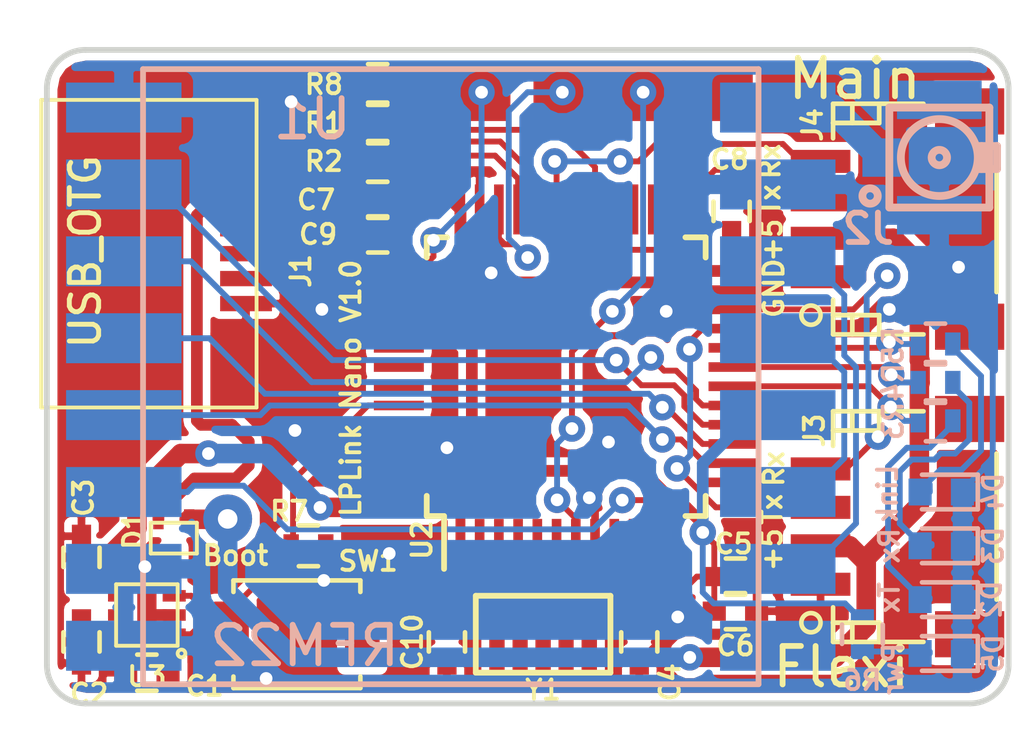
<source format=kicad_pcb>
(kicad_pcb (version 4) (host pcbnew 4.0.6)

  (general
    (links 91)
    (no_connects 0)
    (area 137.424999 91.424999 162.575001 108.575001)
    (thickness 1.6002)
    (drawings 23)
    (tracks 415)
    (zones 0)
    (modules 36)
    (nets 37)
  )

  (page USLetter)
  (title_block
    (title "Power Switch")
    (date 2017-04-29)
    (rev 1.0)
  )

  (layers
    (0 F.Cu signal)
    (31 B.Cu signal)
    (34 B.Paste user)
    (35 F.Paste user)
    (36 B.SilkS user)
    (37 F.SilkS user)
    (38 B.Mask user)
    (39 F.Mask user)
    (40 Dwgs.User user hide)
    (41 Cmts.User user hide)
    (42 Eco1.User user hide)
    (43 Eco2.User user hide)
    (44 Edge.Cuts user)
    (45 Margin user hide)
    (46 B.CrtYd user)
    (47 F.CrtYd user)
  )

  (setup
    (last_trace_width 0.1524)
    (user_trace_width 0.254)
    (user_trace_width 0.3048)
    (user_trace_width 0.508)
    (user_trace_width 0.71)
    (trace_clearance 0.1524)
    (zone_clearance 0.2)
    (zone_45_only no)
    (trace_min 0.1524)
    (segment_width 0.2)
    (edge_width 0.05)
    (via_size 0.6858)
    (via_drill 0.3302)
    (via_min_size 0.6858)
    (via_min_drill 0.3302)
    (user_via 1.27 0.508)
    (uvia_size 0.762)
    (uvia_drill 0.508)
    (uvias_allowed no)
    (uvia_min_size 0)
    (uvia_min_drill 0)
    (pcb_text_width 0.3)
    (pcb_text_size 1.5 1.5)
    (mod_edge_width 0.15)
    (mod_text_size 1 1)
    (mod_text_width 0.15)
    (pad_size 1.524 1.524)
    (pad_drill 0.762)
    (pad_to_mask_clearance 0.13)
    (aux_axis_origin 0 0)
    (visible_elements 7FFFFF79)
    (pcbplotparams
      (layerselection 0x00030_80000001)
      (usegerberextensions false)
      (excludeedgelayer true)
      (linewidth 0.100000)
      (plotframeref false)
      (viasonmask false)
      (mode 1)
      (useauxorigin false)
      (hpglpennumber 1)
      (hpglpenspeed 20)
      (hpglpendiameter 15)
      (hpglpenoverlay 2)
      (psnegative false)
      (psa4output false)
      (plotreference true)
      (plotvalue true)
      (plotinvisibletext false)
      (padsonsilk false)
      (subtractmaskfromsilk false)
      (outputformat 1)
      (mirror false)
      (drillshape 1)
      (scaleselection 1)
      (outputdirectory ""))
  )

  (net 0 "")
  (net 1 GND)
  (net 2 "Net-(D1-Pad2)")
  (net 3 "Net-(D2-Pad2)")
  (net 4 "Net-(D3-Pad2)")
  (net 5 "Net-(D4-Pad2)")
  (net 6 "Net-(D5-Pad2)")
  (net 7 "Net-(J1-Pad2)")
  (net 8 "Net-(J1-Pad3)")
  (net 9 "Net-(J2-Pad1)")
  (net 10 "Net-(R1-Pad2)")
  (net 11 "Net-(R2-Pad2)")
  (net 12 "Net-(R3-Pad2)")
  (net 13 "Net-(R4-Pad2)")
  (net 14 "Net-(R5-Pad2)")
  (net 15 "Net-(U1-Pad3)")
  (net 16 "Net-(U1-Pad4)")
  (net 17 "Net-(U1-Pad10)")
  (net 18 "Net-(U1-Pad11)")
  (net 19 "Net-(U1-Pad12)")
  (net 20 "Net-(U1-Pad13)")
  (net 21 "Net-(U1-Pad14)")
  (net 22 "Net-(U2-Pad5)")
  (net 23 "Net-(U2-Pad6)")
  (net 24 "Net-(J3-Pad3)")
  (net 25 "Net-(J3-Pad4)")
  (net 26 "Net-(J4-Pad3)")
  (net 27 "Net-(J4-Pad4)")
  (net 28 "Net-(C1-Pad1)")
  (net 29 "Net-(C2-Pad1)")
  (net 30 +3V3)
  (net 31 +5V)
  (net 32 "Net-(C4-Pad2)")
  (net 33 "Net-(R7-Pad2)")
  (net 34 "Net-(J6-Pad1)")
  (net 35 "Net-(J7-Pad1)")
  (net 36 "Net-(R8-Pad2)")

  (net_class Default "This is the default net class."
    (clearance 0.1524)
    (trace_width 0.1524)
    (via_dia 0.6858)
    (via_drill 0.3302)
    (uvia_dia 0.762)
    (uvia_drill 0.508)
    (add_net +3V3)
    (add_net +5V)
    (add_net GND)
    (add_net "Net-(C1-Pad1)")
    (add_net "Net-(C2-Pad1)")
    (add_net "Net-(C4-Pad2)")
    (add_net "Net-(D1-Pad2)")
    (add_net "Net-(D2-Pad2)")
    (add_net "Net-(D3-Pad2)")
    (add_net "Net-(D4-Pad2)")
    (add_net "Net-(D5-Pad2)")
    (add_net "Net-(J1-Pad2)")
    (add_net "Net-(J1-Pad3)")
    (add_net "Net-(J2-Pad1)")
    (add_net "Net-(J3-Pad3)")
    (add_net "Net-(J3-Pad4)")
    (add_net "Net-(J4-Pad3)")
    (add_net "Net-(J4-Pad4)")
    (add_net "Net-(J6-Pad1)")
    (add_net "Net-(J7-Pad1)")
    (add_net "Net-(R1-Pad2)")
    (add_net "Net-(R2-Pad2)")
    (add_net "Net-(R3-Pad2)")
    (add_net "Net-(R4-Pad2)")
    (add_net "Net-(R5-Pad2)")
    (add_net "Net-(R7-Pad2)")
    (add_net "Net-(R8-Pad2)")
    (add_net "Net-(U1-Pad10)")
    (add_net "Net-(U1-Pad11)")
    (add_net "Net-(U1-Pad12)")
    (add_net "Net-(U1-Pad13)")
    (add_net "Net-(U1-Pad14)")
    (add_net "Net-(U1-Pad3)")
    (add_net "Net-(U1-Pad4)")
    (add_net "Net-(U2-Pad5)")
    (add_net "Net-(U2-Pad6)")
  )

  (module local:MIC-5353 (layer F.Cu) (tedit 5938A6DB) (tstamp 59963F3A)
    (at 140.1 106.2 90)
    (path /59963F3F)
    (fp_text reference U3 (at -1.6 0 180) (layer F.SilkS)
      (effects (font (size 0.5 0.5) (thickness 0.1)))
    )
    (fp_text value MIC5353-3.3YMT-TR (at 1.6 0 180) (layer F.Fab)
      (effects (font (size 0.5 0.5) (thickness 0.1)))
    )
    (fp_line (start -1 1) (end -1 -1) (layer F.CrtYd) (width 0.1))
    (fp_line (start 1 1) (end -1 1) (layer F.CrtYd) (width 0.1))
    (fp_line (start 1 -1) (end 1 1) (layer F.CrtYd) (width 0.1))
    (fp_line (start -1 -1) (end 1 -1) (layer F.CrtYd) (width 0.1))
    (fp_circle (center -1 0.9) (end -1.1 0.9) (layer F.SilkS) (width 0.1))
    (fp_line (start -0.8 -0.8) (end -0.8 0.8) (layer F.SilkS) (width 0.1))
    (fp_line (start -0.8 0.8) (end 0.8 0.8) (layer F.SilkS) (width 0.1))
    (fp_line (start 0.8 0.8) (end 0.8 -0.8) (layer F.SilkS) (width 0.1))
    (fp_line (start 0.8 -0.8) (end -0.8 -0.8) (layer F.SilkS) (width 0.1))
    (pad 6 smd rect (at -0.5 -0.71 90) (size 0.3 0.6) (layers F.Cu F.Paste F.Mask)
      (net 29 "Net-(C2-Pad1)"))
    (pad 1 smd rect (at -0.5 0.71 90) (size 0.3 0.6) (layers F.Cu F.Paste F.Mask)
      (net 28 "Net-(C1-Pad1)"))
    (pad 5 smd rect (at 0 -0.71 90) (size 0.3 0.6) (layers F.Cu F.Paste F.Mask))
    (pad 2 smd rect (at 0 0.71 90) (size 0.3 0.6) (layers F.Cu F.Paste F.Mask)
      (net 1 GND))
    (pad 4 smd rect (at 0.5 -0.71 90) (size 0.3 0.6) (layers F.Cu F.Paste F.Mask)
      (net 30 +3V3))
    (pad 3 smd rect (at 0.5 0.71 90) (size 0.3 0.6) (layers F.Cu F.Paste F.Mask)
      (net 28 "Net-(C1-Pad1)"))
    (pad 7 smd rect (at 0 0 90) (size 1.4 0.5) (layers F.Cu F.Paste F.Mask)
      (net 1 GND))
  )

  (module LEDs:LED_0402 (layer B.Cu) (tedit 59965AB7) (tstamp 59963EDE)
    (at 160.75 105.8 180)
    (descr "LED 0402 smd package")
    (tags "LED led 0402 SMD smd SMT smt smdled SMDLED smtled SMTLED")
    (path /59963A05)
    (attr smd)
    (fp_text reference D2 (at -1.3 0 450) (layer B.SilkS)
      (effects (font (size 0.5 0.5) (thickness 0.1)) (justify mirror))
    )
    (fp_text value Blue (at 0 -1.4 180) (layer B.Fab)
      (effects (font (size 1 1) (thickness 0.15)) (justify mirror))
    )
    (fp_line (start -0.95 0.45) (end -0.95 -0.45) (layer B.SilkS) (width 0.12))
    (fp_line (start -0.15 0.2) (end -0.15 -0.2) (layer B.Fab) (width 0.1))
    (fp_line (start -0.15 0) (end 0.15 0.2) (layer B.Fab) (width 0.1))
    (fp_line (start 0.15 -0.2) (end -0.15 0) (layer B.Fab) (width 0.1))
    (fp_line (start 0.15 0.2) (end 0.15 -0.2) (layer B.Fab) (width 0.1))
    (fp_line (start 0.5 -0.25) (end -0.5 -0.25) (layer B.Fab) (width 0.1))
    (fp_line (start 0.5 0.25) (end 0.5 -0.25) (layer B.Fab) (width 0.1))
    (fp_line (start -0.5 0.25) (end 0.5 0.25) (layer B.Fab) (width 0.1))
    (fp_line (start -0.5 -0.25) (end -0.5 0.25) (layer B.Fab) (width 0.1))
    (fp_line (start -0.95 -0.45) (end 0.5 -0.45) (layer B.SilkS) (width 0.12))
    (fp_line (start -0.95 0.45) (end 0.5 0.45) (layer B.SilkS) (width 0.12))
    (fp_line (start 1 0.5) (end 1 -0.5) (layer B.CrtYd) (width 0.05))
    (fp_line (start 1 -0.5) (end -1 -0.5) (layer B.CrtYd) (width 0.05))
    (fp_line (start -1 -0.5) (end -1 0.5) (layer B.CrtYd) (width 0.05))
    (fp_line (start -1 0.5) (end 1 0.5) (layer B.CrtYd) (width 0.05))
    (pad 2 smd rect (at 0.55 0) (size 0.6 0.7) (layers B.Cu B.Paste B.Mask)
      (net 3 "Net-(D2-Pad2)"))
    (pad 1 smd rect (at -0.55 0) (size 0.6 0.7) (layers B.Cu B.Paste B.Mask)
      (net 1 GND))
    (model ${KISYS3DMOD}/LEDs.3dshapes/LED_0402.wrl
      (at (xyz 0 0 0))
      (scale (xyz 1 1 1))
      (rotate (xyz 0 0 180))
    )
  )

  (module Housings_QFP:LQFP-48_7x7mm_Pitch0.5mm (layer F.Cu) (tedit 599791B3) (tstamp 59750233)
    (at 151 100 90)
    (descr "48 LEAD LQFP 7x7mm (see MICREL LQFP7x7-48LD-PL-1.pdf)")
    (tags "QFP 0.5")
    (path /5974FF27)
    (attr smd)
    (fp_text reference U2 (at -4.25 -3.75 90) (layer F.SilkS)
      (effects (font (size 0.5 0.5) (thickness 0.1)))
    )
    (fp_text value STM32F303CC (at 0 6 90) (layer F.Fab)
      (effects (font (size 1 1) (thickness 0.15)))
    )
    (fp_text user %R (at 0 0 90) (layer F.Fab)
      (effects (font (size 1 1) (thickness 0.15)))
    )
    (fp_line (start -2.5 -3.5) (end 3.5 -3.5) (layer F.Fab) (width 0.15))
    (fp_line (start 3.5 -3.5) (end 3.5 3.5) (layer F.Fab) (width 0.15))
    (fp_line (start 3.5 3.5) (end -3.5 3.5) (layer F.Fab) (width 0.15))
    (fp_line (start -3.5 3.5) (end -3.5 -2.5) (layer F.Fab) (width 0.15))
    (fp_line (start -3.5 -2.5) (end -2.5 -3.5) (layer F.Fab) (width 0.15))
    (fp_line (start -5.25 -5.25) (end -5.25 5.25) (layer F.CrtYd) (width 0.05))
    (fp_line (start 5.25 -5.25) (end 5.25 5.25) (layer F.CrtYd) (width 0.05))
    (fp_line (start -5.25 -5.25) (end 5.25 -5.25) (layer F.CrtYd) (width 0.05))
    (fp_line (start -5.25 5.25) (end 5.25 5.25) (layer F.CrtYd) (width 0.05))
    (fp_line (start -3.625 -3.625) (end -3.625 -3.175) (layer F.SilkS) (width 0.15))
    (fp_line (start 3.625 -3.625) (end 3.625 -3.1) (layer F.SilkS) (width 0.15))
    (fp_line (start 3.625 3.625) (end 3.625 3.1) (layer F.SilkS) (width 0.15))
    (fp_line (start -3.625 3.625) (end -3.625 3.1) (layer F.SilkS) (width 0.15))
    (fp_line (start -3.625 -3.625) (end -3.1 -3.625) (layer F.SilkS) (width 0.15))
    (fp_line (start -3.625 3.625) (end -3.1 3.625) (layer F.SilkS) (width 0.15))
    (fp_line (start 3.625 3.625) (end 3.1 3.625) (layer F.SilkS) (width 0.15))
    (fp_line (start 3.625 -3.625) (end 3.1 -3.625) (layer F.SilkS) (width 0.15))
    (fp_line (start -3.625 -3.175) (end -5 -3.175) (layer F.SilkS) (width 0.15))
    (pad 1 smd rect (at -4.35 -2.75 90) (size 1.3 0.25) (layers F.Cu F.Paste F.Mask)
      (net 30 +3V3))
    (pad 2 smd rect (at -4.35 -2.25 90) (size 1.3 0.25) (layers F.Cu F.Paste F.Mask))
    (pad 3 smd rect (at -4.35 -1.75 90) (size 1.3 0.25) (layers F.Cu F.Paste F.Mask))
    (pad 4 smd rect (at -4.35 -1.25 90) (size 1.3 0.25) (layers F.Cu F.Paste F.Mask))
    (pad 5 smd rect (at -4.35 -0.75 90) (size 1.3 0.25) (layers F.Cu F.Paste F.Mask)
      (net 22 "Net-(U2-Pad5)"))
    (pad 6 smd rect (at -4.35 -0.25 90) (size 1.3 0.25) (layers F.Cu F.Paste F.Mask)
      (net 23 "Net-(U2-Pad6)"))
    (pad 7 smd rect (at -4.35 0.25 90) (size 1.3 0.25) (layers F.Cu F.Paste F.Mask)
      (net 32 "Net-(C4-Pad2)"))
    (pad 8 smd rect (at -4.35 0.75 90) (size 1.3 0.25) (layers F.Cu F.Paste F.Mask)
      (net 1 GND))
    (pad 9 smd rect (at -4.35 1.25 90) (size 1.3 0.25) (layers F.Cu F.Paste F.Mask)
      (net 30 +3V3))
    (pad 10 smd rect (at -4.35 1.75 90) (size 1.3 0.25) (layers F.Cu F.Paste F.Mask))
    (pad 11 smd rect (at -4.35 2.25 90) (size 1.3 0.25) (layers F.Cu F.Paste F.Mask))
    (pad 12 smd rect (at -4.35 2.75 90) (size 1.3 0.25) (layers F.Cu F.Paste F.Mask)
      (net 21 "Net-(U1-Pad14)"))
    (pad 13 smd rect (at -2.75 4.35 180) (size 1.3 0.25) (layers F.Cu F.Paste F.Mask))
    (pad 14 smd rect (at -2.25 4.35 180) (size 1.3 0.25) (layers F.Cu F.Paste F.Mask)
      (net 20 "Net-(U1-Pad13)"))
    (pad 15 smd rect (at -1.75 4.35 180) (size 1.3 0.25) (layers F.Cu F.Paste F.Mask)
      (net 19 "Net-(U1-Pad12)"))
    (pad 16 smd rect (at -1.25 4.35 180) (size 1.3 0.25) (layers F.Cu F.Paste F.Mask)
      (net 17 "Net-(U1-Pad10)"))
    (pad 17 smd rect (at -0.75 4.35 180) (size 1.3 0.25) (layers F.Cu F.Paste F.Mask)
      (net 18 "Net-(U1-Pad11)"))
    (pad 18 smd rect (at -0.25 4.35 180) (size 1.3 0.25) (layers F.Cu F.Paste F.Mask)
      (net 12 "Net-(R3-Pad2)"))
    (pad 19 smd rect (at 0.25 4.35 180) (size 1.3 0.25) (layers F.Cu F.Paste F.Mask)
      (net 13 "Net-(R4-Pad2)"))
    (pad 20 smd rect (at 0.75 4.35 180) (size 1.3 0.25) (layers F.Cu F.Paste F.Mask)
      (net 14 "Net-(R5-Pad2)"))
    (pad 21 smd rect (at 1.25 4.35 180) (size 1.3 0.25) (layers F.Cu F.Paste F.Mask)
      (net 24 "Net-(J3-Pad3)"))
    (pad 22 smd rect (at 1.75 4.35 180) (size 1.3 0.25) (layers F.Cu F.Paste F.Mask)
      (net 25 "Net-(J3-Pad4)"))
    (pad 23 smd rect (at 2.25 4.35 180) (size 1.3 0.25) (layers F.Cu F.Paste F.Mask)
      (net 1 GND))
    (pad 24 smd rect (at 2.75 4.35 180) (size 1.3 0.25) (layers F.Cu F.Paste F.Mask)
      (net 30 +3V3))
    (pad 25 smd rect (at 4.35 2.75 90) (size 1.3 0.25) (layers F.Cu F.Paste F.Mask))
    (pad 26 smd rect (at 4.35 2.25 90) (size 1.3 0.25) (layers F.Cu F.Paste F.Mask))
    (pad 27 smd rect (at 4.35 1.75 90) (size 1.3 0.25) (layers F.Cu F.Paste F.Mask))
    (pad 28 smd rect (at 4.35 1.25 90) (size 1.3 0.25) (layers F.Cu F.Paste F.Mask))
    (pad 29 smd rect (at 4.35 0.75 90) (size 1.3 0.25) (layers F.Cu F.Paste F.Mask)
      (net 36 "Net-(R8-Pad2)"))
    (pad 30 smd rect (at 4.35 0.25 90) (size 1.3 0.25) (layers F.Cu F.Paste F.Mask)
      (net 26 "Net-(J4-Pad3)"))
    (pad 31 smd rect (at 4.35 -0.25 90) (size 1.3 0.25) (layers F.Cu F.Paste F.Mask)
      (net 27 "Net-(J4-Pad4)"))
    (pad 32 smd rect (at 4.35 -0.75 90) (size 1.3 0.25) (layers F.Cu F.Paste F.Mask)
      (net 10 "Net-(R1-Pad2)"))
    (pad 33 smd rect (at 4.35 -1.25 90) (size 1.3 0.25) (layers F.Cu F.Paste F.Mask)
      (net 11 "Net-(R2-Pad2)"))
    (pad 34 smd rect (at 4.35 -1.75 90) (size 1.3 0.25) (layers F.Cu F.Paste F.Mask)
      (net 34 "Net-(J6-Pad1)"))
    (pad 35 smd rect (at 4.35 -2.25 90) (size 1.3 0.25) (layers F.Cu F.Paste F.Mask)
      (net 1 GND))
    (pad 36 smd rect (at 4.35 -2.75 90) (size 1.3 0.25) (layers F.Cu F.Paste F.Mask)
      (net 30 +3V3))
    (pad 37 smd rect (at 2.75 -4.35 180) (size 1.3 0.25) (layers F.Cu F.Paste F.Mask)
      (net 35 "Net-(J7-Pad1)"))
    (pad 38 smd rect (at 2.25 -4.35 180) (size 1.3 0.25) (layers F.Cu F.Paste F.Mask))
    (pad 39 smd rect (at 1.75 -4.35 180) (size 1.3 0.25) (layers F.Cu F.Paste F.Mask))
    (pad 40 smd rect (at 1.25 -4.35 180) (size 1.3 0.25) (layers F.Cu F.Paste F.Mask))
    (pad 41 smd rect (at 0.75 -4.35 180) (size 1.3 0.25) (layers F.Cu F.Paste F.Mask))
    (pad 42 smd rect (at 0.25 -4.35 180) (size 1.3 0.25) (layers F.Cu F.Paste F.Mask))
    (pad 43 smd rect (at -0.25 -4.35 180) (size 1.3 0.25) (layers F.Cu F.Paste F.Mask))
    (pad 44 smd rect (at -0.75 -4.35 180) (size 1.3 0.25) (layers F.Cu F.Paste F.Mask)
      (net 33 "Net-(R7-Pad2)"))
    (pad 45 smd rect (at -1.25 -4.35 180) (size 1.3 0.25) (layers F.Cu F.Paste F.Mask))
    (pad 46 smd rect (at -1.75 -4.35 180) (size 1.3 0.25) (layers F.Cu F.Paste F.Mask))
    (pad 47 smd rect (at -2.25 -4.35 180) (size 1.3 0.25) (layers F.Cu F.Paste F.Mask)
      (net 1 GND))
    (pad 48 smd rect (at -2.75 -4.35 180) (size 1.3 0.25) (layers F.Cu F.Paste F.Mask)
      (net 30 +3V3))
    (model ${KISYS3DMOD}/Housings_QFP.3dshapes/LQFP-48_7x7mm_Pitch0.5mm.wrl
      (at (xyz 0 0 0))
      (scale (xyz 1 1 1))
      (rotate (xyz 0 0 0))
    )
  )

  (module local:RFM22 (layer B.Cu) (tedit 528A8C3A) (tstamp 597507B2)
    (at 156 92 180)
    (path /5974F025)
    (fp_text reference U1 (at 11.6 -1.3 180) (layer B.SilkS)
      (effects (font (size 1 1) (thickness 0.15)) (justify mirror))
    )
    (fp_text value RFM22 (at 11.8 -15 180) (layer B.SilkS)
      (effects (font (size 1 1) (thickness 0.15)) (justify mirror))
    )
    (fp_line (start 16 -16) (end 16 0) (layer B.SilkS) (width 0.15))
    (fp_line (start 0 -16) (end 16 -16) (layer B.SilkS) (width 0.15))
    (fp_line (start 0 0) (end 0 -16) (layer B.SilkS) (width 0.15))
    (fp_line (start 16 0) (end 0 0) (layer B.SilkS) (width 0.15))
    (pad 1 smd rect (at -0.5 -1 180) (size 3 1.3) (layers B.Cu B.Paste B.Mask)
      (net 9 "Net-(J2-Pad1)"))
    (pad 2 smd rect (at -0.5 -3 180) (size 3 1.3) (layers B.Cu B.Paste B.Mask)
      (net 1 GND))
    (pad 3 smd rect (at -0.5 -5 180) (size 3 1.3) (layers B.Cu B.Paste B.Mask)
      (net 15 "Net-(U1-Pad3)"))
    (pad 4 smd rect (at -0.5 -7 180) (size 3 1.3) (layers B.Cu B.Paste B.Mask)
      (net 16 "Net-(U1-Pad4)"))
    (pad 5 smd rect (at -0.5 -9 180) (size 3 1.3) (layers B.Cu B.Paste B.Mask)
      (net 30 +3V3))
    (pad 6 smd rect (at -0.5 -11 180) (size 3 1.3) (layers B.Cu B.Paste B.Mask)
      (net 16 "Net-(U1-Pad4)"))
    (pad 7 smd rect (at -0.5 -13 180) (size 3 1.3) (layers B.Cu B.Paste B.Mask)
      (net 15 "Net-(U1-Pad3)"))
    (pad 8 smd rect (at -0.5 -15 180) (size 3 1.3) (layers B.Cu B.Paste B.Mask))
    (pad 9 smd rect (at 16.5 -1 180) (size 3 1.3) (layers B.Cu B.Paste B.Mask)
      (net 1 GND))
    (pad 10 smd rect (at 16.5 -3 180) (size 3 1.3) (layers B.Cu B.Paste B.Mask)
      (net 17 "Net-(U1-Pad10)"))
    (pad 11 smd rect (at 16.5 -5 180) (size 3 1.3) (layers B.Cu B.Paste B.Mask)
      (net 18 "Net-(U1-Pad11)"))
    (pad 12 smd rect (at 16.5 -7 180) (size 3 1.3) (layers B.Cu B.Paste B.Mask)
      (net 19 "Net-(U1-Pad12)"))
    (pad 13 smd rect (at 16.5 -9 180) (size 3 1.3) (layers B.Cu B.Paste B.Mask)
      (net 20 "Net-(U1-Pad13)"))
    (pad 14 smd rect (at 16.5 -11 180) (size 3 1.3) (layers B.Cu B.Paste B.Mask)
      (net 21 "Net-(U1-Pad14)"))
    (pad 15 smd rect (at 16.5 -13 180) (size 3 1.3) (layers B.Cu B.Paste B.Mask)
      (net 1 GND))
    (pad 16 smd rect (at 16.5 -15 180) (size 3 1.3) (layers B.Cu B.Paste B.Mask)
      (net 1 GND))
  )

  (module local:USB_Micro-B-SMD (layer F.Cu) (tedit 599791BD) (tstamp 59750B1D)
    (at 138.5522 96.80112 270)
    (descr http://portal.fciconnect.com/Comergent/fci/drawing/10118192.pdf)
    (tags "USB Micro 10118192")
    (path /597507DC)
    (fp_text reference J1 (at 0.44888 -5.5478 270) (layer F.SilkS)
      (effects (font (size 0.5 0.5) (thickness 0.1)))
    )
    (fp_text value USB_OTG (at -0.05112 0.0522 270) (layer F.SilkS)
      (effects (font (size 0.762 0.762) (thickness 0.127)))
    )
    (fp_line (start -4.5 1.7) (end 4.5 1.7) (layer F.CrtYd) (width 0.15))
    (fp_line (start 4.5 1.7) (end 4.5 -4.9) (layer F.CrtYd) (width 0.15))
    (fp_line (start 4.5 -4.9) (end -4.5 -4.9) (layer F.CrtYd) (width 0.15))
    (fp_line (start -4.5 -4.9) (end -4.5 1.7) (layer F.CrtYd) (width 0.15))
    (fp_line (start -4.0005 1.00076) (end -4.0005 1.19888) (layer F.SilkS) (width 0.09906))
    (fp_line (start 4.0005 1.00076) (end 4.0005 1.19888) (layer F.SilkS) (width 0.09906))
    (fp_line (start -4.0005 -4.39928) (end 4.0005 -4.39928) (layer F.SilkS) (width 0.09906))
    (fp_line (start 4.0005 -4.39928) (end 4.0005 1.00076) (layer F.SilkS) (width 0.09906))
    (fp_line (start 4.0005 1.19888) (end -4.0005 1.19888) (layer F.SilkS) (width 0.09906))
    (fp_line (start -4.0005 1.00076) (end -4.0005 -4.39928) (layer F.SilkS) (width 0.09906))
    (pad 6 smd rect (at -1.19888 -1.4478 270) (size 1.89738 1.89738) (layers F.Cu F.Paste F.Mask)
      (net 1 GND) (zone_connect 2))
    (pad 6 smd rect (at 1.19888 -1.4478 270) (size 1.89992 1.89738) (layers F.Cu F.Paste F.Mask)
      (net 1 GND) (zone_connect 2))
    (pad 6 smd rect (at 3.79984 -1.4478 270) (size 1.79578 1.89738) (layers F.Cu F.Paste F.Mask)
      (net 1 GND) (zone_connect 2))
    (pad 6 smd rect (at -3.0988 -3.99796 270) (size 2.0955 1.59766) (layers F.Cu F.Paste F.Mask)
      (net 1 GND) (zone_connect 2))
    (pad 1 smd rect (at -1.29794 -4.12496 270) (size 0.39878 1.3462) (layers F.Cu F.Paste F.Mask)
      (net 2 "Net-(D1-Pad2)"))
    (pad 2 smd rect (at -0.6477 -4.12496 270) (size 0.39878 1.3462) (layers F.Cu F.Paste F.Mask)
      (net 7 "Net-(J1-Pad2)"))
    (pad 3 smd rect (at 0 -4.12496 270) (size 0.39878 1.3462) (layers F.Cu F.Paste F.Mask)
      (net 8 "Net-(J1-Pad3)"))
    (pad 4 smd rect (at 0.6477 -4.12496 270) (size 0.39878 1.3462) (layers F.Cu F.Paste F.Mask))
    (pad 5 smd rect (at 1.29794 -4.12496 270) (size 0.39878 1.3462) (layers F.Cu F.Paste F.Mask)
      (net 1 GND))
    (pad 6 smd rect (at 3.0988 -3.99796 270) (size 2.0955 1.59766) (layers F.Cu F.Paste F.Mask)
      (net 1 GND) (zone_connect 2))
    (pad 6 smd rect (at -3.79984 -1.4478 270) (size 1.79578 1.89738) (layers F.Cu F.Paste F.Mask)
      (net 1 GND) (zone_connect 2))
  )

  (module local:SOT-723 (layer F.Cu) (tedit 59965FAD) (tstamp 59963ED8)
    (at 140.8 104.2)
    (path /5996410C)
    (fp_text reference D1 (at -1.05 -0.2 90) (layer F.SilkS)
      (effects (font (size 0.5 0.5) (thickness 0.1)))
    )
    (fp_text value NSR30CM3 (at 2.2 0 90) (layer F.Fab)
      (effects (font (size 1.2 1.2) (thickness 0.15)))
    )
    (fp_line (start -0.6 -0.4) (end -0.6 0.4) (layer F.SilkS) (width 0.1))
    (fp_line (start -0.6 0.4) (end 0.6 0.4) (layer F.SilkS) (width 0.1))
    (fp_line (start 0.6 0.4) (end 0.6 -0.4) (layer F.SilkS) (width 0.1))
    (fp_line (start 0.6 -0.4) (end -0.6 -0.4) (layer F.SilkS) (width 0.1))
    (pad 2 smd rect (at -0.4 -0.49) (size 0.27 0.52) (layers F.Cu F.Paste F.Mask)
      (net 2 "Net-(D1-Pad2)"))
    (pad 3 smd rect (at 0 0.49) (size 0.36 0.52) (layers F.Cu F.Paste F.Mask)
      (net 28 "Net-(C1-Pad1)"))
    (pad 1 smd rect (at 0.4 -0.49) (size 0.27 0.52) (layers F.Cu F.Paste F.Mask)
      (net 31 +5V))
  )

  (module LEDs:LED_0402 (layer B.Cu) (tedit 59965B37) (tstamp 59963EE4)
    (at 160.75 104.4 180)
    (descr "LED 0402 smd package")
    (tags "LED led 0402 SMD smd SMT smt smdled SMDLED smtled SMTLED")
    (path /59963B05)
    (attr smd)
    (fp_text reference D3 (at -1.35 0 450) (layer B.SilkS)
      (effects (font (size 0.5 0.5) (thickness 0.1)) (justify mirror))
    )
    (fp_text value Red (at 0 -1.4 180) (layer B.Fab)
      (effects (font (size 1 1) (thickness 0.15)) (justify mirror))
    )
    (fp_line (start -0.95 0.45) (end -0.95 -0.45) (layer B.SilkS) (width 0.12))
    (fp_line (start -0.15 0.2) (end -0.15 -0.2) (layer B.Fab) (width 0.1))
    (fp_line (start -0.15 0) (end 0.15 0.2) (layer B.Fab) (width 0.1))
    (fp_line (start 0.15 -0.2) (end -0.15 0) (layer B.Fab) (width 0.1))
    (fp_line (start 0.15 0.2) (end 0.15 -0.2) (layer B.Fab) (width 0.1))
    (fp_line (start 0.5 -0.25) (end -0.5 -0.25) (layer B.Fab) (width 0.1))
    (fp_line (start 0.5 0.25) (end 0.5 -0.25) (layer B.Fab) (width 0.1))
    (fp_line (start -0.5 0.25) (end 0.5 0.25) (layer B.Fab) (width 0.1))
    (fp_line (start -0.5 -0.25) (end -0.5 0.25) (layer B.Fab) (width 0.1))
    (fp_line (start -0.95 -0.45) (end 0.5 -0.45) (layer B.SilkS) (width 0.12))
    (fp_line (start -0.95 0.45) (end 0.5 0.45) (layer B.SilkS) (width 0.12))
    (fp_line (start 1 0.5) (end 1 -0.5) (layer B.CrtYd) (width 0.05))
    (fp_line (start 1 -0.5) (end -1 -0.5) (layer B.CrtYd) (width 0.05))
    (fp_line (start -1 -0.5) (end -1 0.5) (layer B.CrtYd) (width 0.05))
    (fp_line (start -1 0.5) (end 1 0.5) (layer B.CrtYd) (width 0.05))
    (pad 2 smd rect (at 0.55 0) (size 0.6 0.7) (layers B.Cu B.Paste B.Mask)
      (net 4 "Net-(D3-Pad2)"))
    (pad 1 smd rect (at -0.55 0) (size 0.6 0.7) (layers B.Cu B.Paste B.Mask)
      (net 1 GND))
    (model ${KISYS3DMOD}/LEDs.3dshapes/LED_0402.wrl
      (at (xyz 0 0 0))
      (scale (xyz 1 1 1))
      (rotate (xyz 0 0 180))
    )
  )

  (module LEDs:LED_0402 (layer B.Cu) (tedit 59965AD2) (tstamp 59963EEA)
    (at 160.75 103 180)
    (descr "LED 0402 smd package")
    (tags "LED led 0402 SMD smd SMT smt smdled SMDLED smtled SMTLED")
    (path /59963B6B)
    (attr smd)
    (fp_text reference D4 (at -1.35 0 270) (layer B.SilkS)
      (effects (font (size 0.5 0.5) (thickness 0.1)) (justify mirror))
    )
    (fp_text value Yellow (at 0 -1.4 180) (layer B.Fab)
      (effects (font (size 1 1) (thickness 0.15)) (justify mirror))
    )
    (fp_line (start -0.95 0.45) (end -0.95 -0.45) (layer B.SilkS) (width 0.12))
    (fp_line (start -0.15 0.2) (end -0.15 -0.2) (layer B.Fab) (width 0.1))
    (fp_line (start -0.15 0) (end 0.15 0.2) (layer B.Fab) (width 0.1))
    (fp_line (start 0.15 -0.2) (end -0.15 0) (layer B.Fab) (width 0.1))
    (fp_line (start 0.15 0.2) (end 0.15 -0.2) (layer B.Fab) (width 0.1))
    (fp_line (start 0.5 -0.25) (end -0.5 -0.25) (layer B.Fab) (width 0.1))
    (fp_line (start 0.5 0.25) (end 0.5 -0.25) (layer B.Fab) (width 0.1))
    (fp_line (start -0.5 0.25) (end 0.5 0.25) (layer B.Fab) (width 0.1))
    (fp_line (start -0.5 -0.25) (end -0.5 0.25) (layer B.Fab) (width 0.1))
    (fp_line (start -0.95 -0.45) (end 0.5 -0.45) (layer B.SilkS) (width 0.12))
    (fp_line (start -0.95 0.45) (end 0.5 0.45) (layer B.SilkS) (width 0.12))
    (fp_line (start 1 0.5) (end 1 -0.5) (layer B.CrtYd) (width 0.05))
    (fp_line (start 1 -0.5) (end -1 -0.5) (layer B.CrtYd) (width 0.05))
    (fp_line (start -1 -0.5) (end -1 0.5) (layer B.CrtYd) (width 0.05))
    (fp_line (start -1 0.5) (end 1 0.5) (layer B.CrtYd) (width 0.05))
    (pad 2 smd rect (at 0.55 0) (size 0.6 0.7) (layers B.Cu B.Paste B.Mask)
      (net 5 "Net-(D4-Pad2)"))
    (pad 1 smd rect (at -0.55 0) (size 0.6 0.7) (layers B.Cu B.Paste B.Mask)
      (net 1 GND))
    (model ${KISYS3DMOD}/LEDs.3dshapes/LED_0402.wrl
      (at (xyz 0 0 0))
      (scale (xyz 1 1 1))
      (rotate (xyz 0 0 180))
    )
  )

  (module LEDs:LED_0402 (layer B.Cu) (tedit 59965AC9) (tstamp 59963EF0)
    (at 160.75 107.2 180)
    (descr "LED 0402 smd package")
    (tags "LED led 0402 SMD smd SMT smt smdled SMDLED smtled SMTLED")
    (path /59963BC2)
    (attr smd)
    (fp_text reference D5 (at -1.35 0 270) (layer B.SilkS)
      (effects (font (size 0.5 0.5) (thickness 0.1)) (justify mirror))
    )
    (fp_text value Green (at 0 -1.4 180) (layer B.Fab)
      (effects (font (size 1 1) (thickness 0.15)) (justify mirror))
    )
    (fp_line (start -0.95 0.45) (end -0.95 -0.45) (layer B.SilkS) (width 0.12))
    (fp_line (start -0.15 0.2) (end -0.15 -0.2) (layer B.Fab) (width 0.1))
    (fp_line (start -0.15 0) (end 0.15 0.2) (layer B.Fab) (width 0.1))
    (fp_line (start 0.15 -0.2) (end -0.15 0) (layer B.Fab) (width 0.1))
    (fp_line (start 0.15 0.2) (end 0.15 -0.2) (layer B.Fab) (width 0.1))
    (fp_line (start 0.5 -0.25) (end -0.5 -0.25) (layer B.Fab) (width 0.1))
    (fp_line (start 0.5 0.25) (end 0.5 -0.25) (layer B.Fab) (width 0.1))
    (fp_line (start -0.5 0.25) (end 0.5 0.25) (layer B.Fab) (width 0.1))
    (fp_line (start -0.5 -0.25) (end -0.5 0.25) (layer B.Fab) (width 0.1))
    (fp_line (start -0.95 -0.45) (end 0.5 -0.45) (layer B.SilkS) (width 0.12))
    (fp_line (start -0.95 0.45) (end 0.5 0.45) (layer B.SilkS) (width 0.12))
    (fp_line (start 1 0.5) (end 1 -0.5) (layer B.CrtYd) (width 0.05))
    (fp_line (start 1 -0.5) (end -1 -0.5) (layer B.CrtYd) (width 0.05))
    (fp_line (start -1 -0.5) (end -1 0.5) (layer B.CrtYd) (width 0.05))
    (fp_line (start -1 0.5) (end 1 0.5) (layer B.CrtYd) (width 0.05))
    (pad 2 smd rect (at 0.55 0) (size 0.6 0.7) (layers B.Cu B.Paste B.Mask)
      (net 6 "Net-(D5-Pad2)"))
    (pad 1 smd rect (at -0.55 0) (size 0.6 0.7) (layers B.Cu B.Paste B.Mask)
      (net 1 GND))
    (model ${KISYS3DMOD}/LEDs.3dshapes/LED_0402.wrl
      (at (xyz 0 0 0))
      (scale (xyz 1 1 1))
      (rotate (xyz 0 0 180))
    )
  )

  (module local:U.FL-COAX (layer B.Cu) (tedit 0) (tstamp 59963F02)
    (at 160.7 94.3)
    (path /5996370F)
    (attr smd)
    (fp_text reference J2 (at -1.85 1.85) (layer B.SilkS)
      (effects (font (size 0.762 0.762) (thickness 0.1524)) (justify mirror))
    )
    (fp_text value CONN_COAXIAL (at 0 0) (layer B.SilkS) hide
      (effects (font (size 0.762 0.762) (thickness 0.1524)) (justify mirror))
    )
    (fp_line (start 1.1 -0.3) (end 1.1 0.3) (layer B.SilkS) (width 0.2032))
    (fp_line (start 1.5 -0.3) (end 1 -0.3) (layer B.SilkS) (width 0.2032))
    (fp_line (start 1.5 -0.3) (end 1.5 0.3) (layer B.SilkS) (width 0.2032))
    (fp_line (start 1.5 0.3) (end 1 0.3) (layer B.SilkS) (width 0.2032))
    (fp_circle (center 0 0) (end 0.2 0) (layer B.SilkS) (width 0.2032))
    (fp_circle (center 0 0) (end 1 0) (layer B.SilkS) (width 0.2032))
    (fp_circle (center -1.8 1) (end -1.6 1) (layer B.SilkS) (width 0.2032))
    (fp_line (start -1.3 1.3) (end -1.3 -1.3) (layer B.SilkS) (width 0.2032))
    (fp_line (start -1.3 -1.3) (end 1.3 -1.3) (layer B.SilkS) (width 0.2032))
    (fp_line (start 1.3 -1.3) (end 1.3 1.3) (layer B.SilkS) (width 0.2032))
    (fp_line (start 1.3 1.3) (end -1.3 1.3) (layer B.SilkS) (width 0.2032))
    (pad 1 smd rect (at -1.5 0) (size 1 1) (layers B.Cu B.Paste B.Mask)
      (net 9 "Net-(J2-Pad1)"))
    (pad 2 smd rect (at 0 1.5) (size 2.2 1) (layers B.Cu B.Paste B.Mask)
      (net 1 GND))
    (pad 3 smd rect (at 0 -1.5) (size 2.2 1) (layers B.Cu B.Paste B.Mask))
  )

  (module Resistors_SMD:R_0402 (layer F.Cu) (tedit 59965FF4) (tstamp 59963F08)
    (at 146.1 93.4)
    (descr "Resistor SMD 0402, reflow soldering, Vishay (see dcrcw.pdf)")
    (tags "resistor 0402")
    (path /59964311)
    (attr smd)
    (fp_text reference R1 (at -1.4 0) (layer F.SilkS)
      (effects (font (size 0.5 0.5) (thickness 0.1)))
    )
    (fp_text value 22R (at 0 1.45) (layer F.Fab)
      (effects (font (size 1 1) (thickness 0.15)))
    )
    (fp_text user %R (at 0 -1.35) (layer F.Fab)
      (effects (font (size 1 1) (thickness 0.15)))
    )
    (fp_line (start -0.5 0.25) (end -0.5 -0.25) (layer F.Fab) (width 0.1))
    (fp_line (start 0.5 0.25) (end -0.5 0.25) (layer F.Fab) (width 0.1))
    (fp_line (start 0.5 -0.25) (end 0.5 0.25) (layer F.Fab) (width 0.1))
    (fp_line (start -0.5 -0.25) (end 0.5 -0.25) (layer F.Fab) (width 0.1))
    (fp_line (start 0.25 -0.53) (end -0.25 -0.53) (layer F.SilkS) (width 0.12))
    (fp_line (start -0.25 0.53) (end 0.25 0.53) (layer F.SilkS) (width 0.12))
    (fp_line (start -0.8 -0.45) (end 0.8 -0.45) (layer F.CrtYd) (width 0.05))
    (fp_line (start -0.8 -0.45) (end -0.8 0.45) (layer F.CrtYd) (width 0.05))
    (fp_line (start 0.8 0.45) (end 0.8 -0.45) (layer F.CrtYd) (width 0.05))
    (fp_line (start 0.8 0.45) (end -0.8 0.45) (layer F.CrtYd) (width 0.05))
    (pad 1 smd rect (at -0.45 0) (size 0.4 0.6) (layers F.Cu F.Paste F.Mask)
      (net 7 "Net-(J1-Pad2)"))
    (pad 2 smd rect (at 0.45 0) (size 0.4 0.6) (layers F.Cu F.Paste F.Mask)
      (net 10 "Net-(R1-Pad2)"))
    (model ${KISYS3DMOD}/Resistors_SMD.3dshapes/R_0402.wrl
      (at (xyz 0 0 0))
      (scale (xyz 1 1 1))
      (rotate (xyz 0 0 0))
    )
  )

  (module Resistors_SMD:R_0402 (layer F.Cu) (tedit 59965FD2) (tstamp 59963F0E)
    (at 146.1 94.4)
    (descr "Resistor SMD 0402, reflow soldering, Vishay (see dcrcw.pdf)")
    (tags "resistor 0402")
    (path /5996439C)
    (attr smd)
    (fp_text reference R2 (at -1.4 0) (layer F.SilkS)
      (effects (font (size 0.5 0.5) (thickness 0.1)))
    )
    (fp_text value 22R (at 0 1.45) (layer F.Fab)
      (effects (font (size 1 1) (thickness 0.15)))
    )
    (fp_text user %R (at 0 -1.35) (layer F.Fab)
      (effects (font (size 1 1) (thickness 0.15)))
    )
    (fp_line (start -0.5 0.25) (end -0.5 -0.25) (layer F.Fab) (width 0.1))
    (fp_line (start 0.5 0.25) (end -0.5 0.25) (layer F.Fab) (width 0.1))
    (fp_line (start 0.5 -0.25) (end 0.5 0.25) (layer F.Fab) (width 0.1))
    (fp_line (start -0.5 -0.25) (end 0.5 -0.25) (layer F.Fab) (width 0.1))
    (fp_line (start 0.25 -0.53) (end -0.25 -0.53) (layer F.SilkS) (width 0.12))
    (fp_line (start -0.25 0.53) (end 0.25 0.53) (layer F.SilkS) (width 0.12))
    (fp_line (start -0.8 -0.45) (end 0.8 -0.45) (layer F.CrtYd) (width 0.05))
    (fp_line (start -0.8 -0.45) (end -0.8 0.45) (layer F.CrtYd) (width 0.05))
    (fp_line (start 0.8 0.45) (end 0.8 -0.45) (layer F.CrtYd) (width 0.05))
    (fp_line (start 0.8 0.45) (end -0.8 0.45) (layer F.CrtYd) (width 0.05))
    (pad 1 smd rect (at -0.45 0) (size 0.4 0.6) (layers F.Cu F.Paste F.Mask)
      (net 8 "Net-(J1-Pad3)"))
    (pad 2 smd rect (at 0.45 0) (size 0.4 0.6) (layers F.Cu F.Paste F.Mask)
      (net 11 "Net-(R2-Pad2)"))
    (model ${KISYS3DMOD}/Resistors_SMD.3dshapes/R_0402.wrl
      (at (xyz 0 0 0))
      (scale (xyz 1 1 1))
      (rotate (xyz 0 0 0))
    )
  )

  (module Resistors_SMD:R_0402 (layer B.Cu) (tedit 59965ABF) (tstamp 59963F14)
    (at 160.6 101.15 180)
    (descr "Resistor SMD 0402, reflow soldering, Vishay (see dcrcw.pdf)")
    (tags "resistor 0402")
    (path /59963CDB)
    (attr smd)
    (fp_text reference R3 (at 1.1 0 270) (layer B.SilkS)
      (effects (font (size 0.5 0.5) (thickness 0.1)) (justify mirror))
    )
    (fp_text value 100R (at 0 -1.45 180) (layer B.Fab)
      (effects (font (size 1 1) (thickness 0.15)) (justify mirror))
    )
    (fp_text user %R (at 0 1.35 180) (layer B.Fab)
      (effects (font (size 1 1) (thickness 0.15)) (justify mirror))
    )
    (fp_line (start -0.5 -0.25) (end -0.5 0.25) (layer B.Fab) (width 0.1))
    (fp_line (start 0.5 -0.25) (end -0.5 -0.25) (layer B.Fab) (width 0.1))
    (fp_line (start 0.5 0.25) (end 0.5 -0.25) (layer B.Fab) (width 0.1))
    (fp_line (start -0.5 0.25) (end 0.5 0.25) (layer B.Fab) (width 0.1))
    (fp_line (start 0.25 0.53) (end -0.25 0.53) (layer B.SilkS) (width 0.12))
    (fp_line (start -0.25 -0.53) (end 0.25 -0.53) (layer B.SilkS) (width 0.12))
    (fp_line (start -0.8 0.45) (end 0.8 0.45) (layer B.CrtYd) (width 0.05))
    (fp_line (start -0.8 0.45) (end -0.8 -0.45) (layer B.CrtYd) (width 0.05))
    (fp_line (start 0.8 -0.45) (end 0.8 0.45) (layer B.CrtYd) (width 0.05))
    (fp_line (start 0.8 -0.45) (end -0.8 -0.45) (layer B.CrtYd) (width 0.05))
    (pad 1 smd rect (at -0.45 0 180) (size 0.4 0.6) (layers B.Cu B.Paste B.Mask)
      (net 3 "Net-(D2-Pad2)"))
    (pad 2 smd rect (at 0.45 0 180) (size 0.4 0.6) (layers B.Cu B.Paste B.Mask)
      (net 12 "Net-(R3-Pad2)"))
    (model ${KISYS3DMOD}/Resistors_SMD.3dshapes/R_0402.wrl
      (at (xyz 0 0 0))
      (scale (xyz 1 1 1))
      (rotate (xyz 0 0 0))
    )
  )

  (module Resistors_SMD:R_0402 (layer B.Cu) (tedit 59965D4C) (tstamp 59963F1A)
    (at 160.6 100.15 180)
    (descr "Resistor SMD 0402, reflow soldering, Vishay (see dcrcw.pdf)")
    (tags "resistor 0402")
    (path /59963D76)
    (attr smd)
    (fp_text reference R4 (at 1.1 0 270) (layer B.SilkS)
      (effects (font (size 0.5 0.5) (thickness 0.1)) (justify mirror))
    )
    (fp_text value 100R (at 0 -1.45 180) (layer B.Fab)
      (effects (font (size 1 1) (thickness 0.15)) (justify mirror))
    )
    (fp_text user %R (at 0 1.35 180) (layer B.Fab)
      (effects (font (size 1 1) (thickness 0.15)) (justify mirror))
    )
    (fp_line (start -0.5 -0.25) (end -0.5 0.25) (layer B.Fab) (width 0.1))
    (fp_line (start 0.5 -0.25) (end -0.5 -0.25) (layer B.Fab) (width 0.1))
    (fp_line (start 0.5 0.25) (end 0.5 -0.25) (layer B.Fab) (width 0.1))
    (fp_line (start -0.5 0.25) (end 0.5 0.25) (layer B.Fab) (width 0.1))
    (fp_line (start 0.25 0.53) (end -0.25 0.53) (layer B.SilkS) (width 0.12))
    (fp_line (start -0.25 -0.53) (end 0.25 -0.53) (layer B.SilkS) (width 0.12))
    (fp_line (start -0.8 0.45) (end 0.8 0.45) (layer B.CrtYd) (width 0.05))
    (fp_line (start -0.8 0.45) (end -0.8 -0.45) (layer B.CrtYd) (width 0.05))
    (fp_line (start 0.8 -0.45) (end 0.8 0.45) (layer B.CrtYd) (width 0.05))
    (fp_line (start 0.8 -0.45) (end -0.8 -0.45) (layer B.CrtYd) (width 0.05))
    (pad 1 smd rect (at -0.45 0 180) (size 0.4 0.6) (layers B.Cu B.Paste B.Mask)
      (net 4 "Net-(D3-Pad2)"))
    (pad 2 smd rect (at 0.45 0 180) (size 0.4 0.6) (layers B.Cu B.Paste B.Mask)
      (net 13 "Net-(R4-Pad2)"))
    (model ${KISYS3DMOD}/Resistors_SMD.3dshapes/R_0402.wrl
      (at (xyz 0 0 0))
      (scale (xyz 1 1 1))
      (rotate (xyz 0 0 0))
    )
  )

  (module Resistors_SMD:R_0402 (layer B.Cu) (tedit 59965B4B) (tstamp 59963F20)
    (at 160.6 99.15 180)
    (descr "Resistor SMD 0402, reflow soldering, Vishay (see dcrcw.pdf)")
    (tags "resistor 0402")
    (path /59963EAF)
    (attr smd)
    (fp_text reference R5 (at 1.1 -0.05 270) (layer B.SilkS)
      (effects (font (size 0.5 0.5) (thickness 0.1)) (justify mirror))
    )
    (fp_text value 100R (at 0 -1.45 180) (layer B.Fab)
      (effects (font (size 1 1) (thickness 0.15)) (justify mirror))
    )
    (fp_text user %R (at 0 1.35 180) (layer B.Fab)
      (effects (font (size 1 1) (thickness 0.15)) (justify mirror))
    )
    (fp_line (start -0.5 -0.25) (end -0.5 0.25) (layer B.Fab) (width 0.1))
    (fp_line (start 0.5 -0.25) (end -0.5 -0.25) (layer B.Fab) (width 0.1))
    (fp_line (start 0.5 0.25) (end 0.5 -0.25) (layer B.Fab) (width 0.1))
    (fp_line (start -0.5 0.25) (end 0.5 0.25) (layer B.Fab) (width 0.1))
    (fp_line (start 0.25 0.53) (end -0.25 0.53) (layer B.SilkS) (width 0.12))
    (fp_line (start -0.25 -0.53) (end 0.25 -0.53) (layer B.SilkS) (width 0.12))
    (fp_line (start -0.8 0.45) (end 0.8 0.45) (layer B.CrtYd) (width 0.05))
    (fp_line (start -0.8 0.45) (end -0.8 -0.45) (layer B.CrtYd) (width 0.05))
    (fp_line (start 0.8 -0.45) (end 0.8 0.45) (layer B.CrtYd) (width 0.05))
    (fp_line (start 0.8 -0.45) (end -0.8 -0.45) (layer B.CrtYd) (width 0.05))
    (pad 1 smd rect (at -0.45 0 180) (size 0.4 0.6) (layers B.Cu B.Paste B.Mask)
      (net 5 "Net-(D4-Pad2)"))
    (pad 2 smd rect (at 0.45 0 180) (size 0.4 0.6) (layers B.Cu B.Paste B.Mask)
      (net 14 "Net-(R5-Pad2)"))
    (model ${KISYS3DMOD}/Resistors_SMD.3dshapes/R_0402.wrl
      (at (xyz 0 0 0))
      (scale (xyz 1 1 1))
      (rotate (xyz 0 0 0))
    )
  )

  (module Resistors_SMD:R_0402 (layer B.Cu) (tedit 59965B67) (tstamp 59963F26)
    (at 158.7 106.7 90)
    (descr "Resistor SMD 0402, reflow soldering, Vishay (see dcrcw.pdf)")
    (tags "resistor 0402")
    (path /59963EFA)
    (attr smd)
    (fp_text reference R6 (at -1.2 0 180) (layer B.SilkS)
      (effects (font (size 0.5 0.5) (thickness 0.1)) (justify mirror))
    )
    (fp_text value 100R (at 0 -1.45 90) (layer B.Fab)
      (effects (font (size 1 1) (thickness 0.15)) (justify mirror))
    )
    (fp_text user %R (at 0 1.35 90) (layer B.Fab)
      (effects (font (size 1 1) (thickness 0.15)) (justify mirror))
    )
    (fp_line (start -0.5 -0.25) (end -0.5 0.25) (layer B.Fab) (width 0.1))
    (fp_line (start 0.5 -0.25) (end -0.5 -0.25) (layer B.Fab) (width 0.1))
    (fp_line (start 0.5 0.25) (end 0.5 -0.25) (layer B.Fab) (width 0.1))
    (fp_line (start -0.5 0.25) (end 0.5 0.25) (layer B.Fab) (width 0.1))
    (fp_line (start 0.25 0.53) (end -0.25 0.53) (layer B.SilkS) (width 0.12))
    (fp_line (start -0.25 -0.53) (end 0.25 -0.53) (layer B.SilkS) (width 0.12))
    (fp_line (start -0.8 0.45) (end 0.8 0.45) (layer B.CrtYd) (width 0.05))
    (fp_line (start -0.8 0.45) (end -0.8 -0.45) (layer B.CrtYd) (width 0.05))
    (fp_line (start 0.8 -0.45) (end 0.8 0.45) (layer B.CrtYd) (width 0.05))
    (fp_line (start 0.8 -0.45) (end -0.8 -0.45) (layer B.CrtYd) (width 0.05))
    (pad 1 smd rect (at -0.45 0 90) (size 0.4 0.6) (layers B.Cu B.Paste B.Mask)
      (net 6 "Net-(D5-Pad2)"))
    (pad 2 smd rect (at 0.45 0 90) (size 0.4 0.6) (layers B.Cu B.Paste B.Mask)
      (net 30 +3V3))
    (model ${KISYS3DMOD}/Resistors_SMD.3dshapes/R_0402.wrl
      (at (xyz 0 0 0))
      (scale (xyz 1 1 1))
      (rotate (xyz 0 0 0))
    )
  )

  (module Connectors_JST:JST_SH_SM04B-SRSS-TB_04x1.00mm_Angled (layer F.Cu) (tedit 5997919D) (tstamp 599646D9)
    (at 159.55 103.9 90)
    (descr http://www.jst-mfg.com/product/pdf/eng/eSH.pdf)
    (tags "connector jst sh")
    (path /59964462)
    (attr smd)
    (fp_text reference J3 (at 2.5 -2.1 90) (layer F.SilkS)
      (effects (font (size 0.5 0.5) (thickness 0.1)))
    )
    (fp_text value CONN_01X04_MALE (at 0 4.5 90) (layer F.Fab)
      (effects (font (size 1 1) (thickness 0.15)))
    )
    (fp_circle (center -2.5 -2.1875) (end -2.25 -2.1875) (layer F.SilkS) (width 0.12))
    (fp_line (start -1.9 2.6375) (end 1.9 2.6375) (layer F.SilkS) (width 0.12))
    (fp_line (start -3 0.7375) (end -3 -1.6125) (layer F.SilkS) (width 0.12))
    (fp_line (start -3 -1.6125) (end -2.1 -1.6125) (layer F.SilkS) (width 0.12))
    (fp_line (start -2.5 -1.6125) (end -2.5 -0.4125) (layer F.SilkS) (width 0.12))
    (fp_line (start -2.5 -0.4125) (end -2.5 -0.4125) (layer F.SilkS) (width 0.12))
    (fp_line (start -2.5 -0.4125) (end -2.5 -1.6125) (layer F.SilkS) (width 0.12))
    (fp_line (start -2.5 -1.6125) (end -2.5 -1.6125) (layer F.SilkS) (width 0.12))
    (fp_line (start -2.5 -1.1125) (end -2.5 -1.1125) (layer F.SilkS) (width 0.12))
    (fp_line (start -2.5 -1.1125) (end -3 -1.1125) (layer F.SilkS) (width 0.12))
    (fp_line (start -3 -1.1125) (end -3 -1.1125) (layer F.SilkS) (width 0.12))
    (fp_line (start -3 -1.1125) (end -2.5 -1.1125) (layer F.SilkS) (width 0.12))
    (fp_line (start -2.5 -0.4125) (end -2.5 -0.4125) (layer F.SilkS) (width 0.12))
    (fp_line (start -2.5 -0.4125) (end -3 -0.4125) (layer F.SilkS) (width 0.12))
    (fp_line (start -3 -0.4125) (end -3 -0.4125) (layer F.SilkS) (width 0.12))
    (fp_line (start -3 -0.4125) (end -2.5 -0.4125) (layer F.SilkS) (width 0.12))
    (fp_line (start 3 0.7375) (end 3 -1.6125) (layer F.SilkS) (width 0.12))
    (fp_line (start 3 -1.6125) (end 2.1 -1.6125) (layer F.SilkS) (width 0.12))
    (fp_line (start 2.5 -1.6125) (end 2.5 -0.4125) (layer F.SilkS) (width 0.12))
    (fp_line (start 2.5 -0.4125) (end 2.5 -0.4125) (layer F.SilkS) (width 0.12))
    (fp_line (start 2.5 -0.4125) (end 2.5 -1.6125) (layer F.SilkS) (width 0.12))
    (fp_line (start 2.5 -1.6125) (end 2.5 -1.6125) (layer F.SilkS) (width 0.12))
    (fp_line (start 2.5 -1.1125) (end 2.5 -1.1125) (layer F.SilkS) (width 0.12))
    (fp_line (start 2.5 -1.1125) (end 3 -1.1125) (layer F.SilkS) (width 0.12))
    (fp_line (start 3 -1.1125) (end 3 -1.1125) (layer F.SilkS) (width 0.12))
    (fp_line (start 3 -1.1125) (end 2.5 -1.1125) (layer F.SilkS) (width 0.12))
    (fp_line (start 2.5 -0.4125) (end 2.5 -0.4125) (layer F.SilkS) (width 0.12))
    (fp_line (start 2.5 -0.4125) (end 3 -0.4125) (layer F.SilkS) (width 0.12))
    (fp_line (start 3 -0.4125) (end 3 -0.4125) (layer F.SilkS) (width 0.12))
    (fp_line (start 3 -0.4125) (end 2.5 -0.4125) (layer F.SilkS) (width 0.12))
    (fp_line (start -3.9 3.35) (end -3.9 -3.25) (layer F.CrtYd) (width 0.05))
    (fp_line (start -3.9 -3.25) (end 3.9 -3.25) (layer F.CrtYd) (width 0.05))
    (fp_line (start 3.9 -3.25) (end 3.9 3.35) (layer F.CrtYd) (width 0.05))
    (fp_line (start 3.9 3.35) (end -3.9 3.35) (layer F.CrtYd) (width 0.05))
    (pad 1 smd rect (at -1.5 -1.9375 90) (size 0.6 1.55) (layers F.Cu F.Paste F.Mask)
      (net 1 GND))
    (pad 2 smd rect (at -0.5 -1.9375 90) (size 0.6 1.55) (layers F.Cu F.Paste F.Mask)
      (net 31 +5V))
    (pad 3 smd rect (at 0.5 -1.9375 90) (size 0.6 1.55) (layers F.Cu F.Paste F.Mask)
      (net 24 "Net-(J3-Pad3)"))
    (pad 4 smd rect (at 1.5 -1.9375 90) (size 0.6 1.55) (layers F.Cu F.Paste F.Mask)
      (net 25 "Net-(J3-Pad4)"))
    (pad "" smd rect (at -2.8 1.9375 90) (size 1.2 1.8) (layers F.Cu F.Paste F.Mask))
    (pad "" smd rect (at 2.8 1.9375 90) (size 1.2 1.8) (layers F.Cu F.Paste F.Mask))
  )

  (module Connectors_JST:JST_SH_SM04B-SRSS-TB_04x1.00mm_Angled (layer F.Cu) (tedit 599791A8) (tstamp 599646E3)
    (at 159.55 95.9 90)
    (descr http://www.jst-mfg.com/product/pdf/eng/eSH.pdf)
    (tags "connector jst sh")
    (path /599644D5)
    (attr smd)
    (fp_text reference J4 (at 2.45 -2.15 90) (layer F.SilkS)
      (effects (font (size 0.5 0.5) (thickness 0.1)))
    )
    (fp_text value CONN_01X04_MALE (at 0 4.5 90) (layer F.Fab)
      (effects (font (size 1 1) (thickness 0.15)))
    )
    (fp_circle (center -2.5 -2.1875) (end -2.25 -2.1875) (layer F.SilkS) (width 0.12))
    (fp_line (start -1.9 2.6375) (end 1.9 2.6375) (layer F.SilkS) (width 0.12))
    (fp_line (start -3 0.7375) (end -3 -1.6125) (layer F.SilkS) (width 0.12))
    (fp_line (start -3 -1.6125) (end -2.1 -1.6125) (layer F.SilkS) (width 0.12))
    (fp_line (start -2.5 -1.6125) (end -2.5 -0.4125) (layer F.SilkS) (width 0.12))
    (fp_line (start -2.5 -0.4125) (end -2.5 -0.4125) (layer F.SilkS) (width 0.12))
    (fp_line (start -2.5 -0.4125) (end -2.5 -1.6125) (layer F.SilkS) (width 0.12))
    (fp_line (start -2.5 -1.6125) (end -2.5 -1.6125) (layer F.SilkS) (width 0.12))
    (fp_line (start -2.5 -1.1125) (end -2.5 -1.1125) (layer F.SilkS) (width 0.12))
    (fp_line (start -2.5 -1.1125) (end -3 -1.1125) (layer F.SilkS) (width 0.12))
    (fp_line (start -3 -1.1125) (end -3 -1.1125) (layer F.SilkS) (width 0.12))
    (fp_line (start -3 -1.1125) (end -2.5 -1.1125) (layer F.SilkS) (width 0.12))
    (fp_line (start -2.5 -0.4125) (end -2.5 -0.4125) (layer F.SilkS) (width 0.12))
    (fp_line (start -2.5 -0.4125) (end -3 -0.4125) (layer F.SilkS) (width 0.12))
    (fp_line (start -3 -0.4125) (end -3 -0.4125) (layer F.SilkS) (width 0.12))
    (fp_line (start -3 -0.4125) (end -2.5 -0.4125) (layer F.SilkS) (width 0.12))
    (fp_line (start 3 0.7375) (end 3 -1.6125) (layer F.SilkS) (width 0.12))
    (fp_line (start 3 -1.6125) (end 2.1 -1.6125) (layer F.SilkS) (width 0.12))
    (fp_line (start 2.5 -1.6125) (end 2.5 -0.4125) (layer F.SilkS) (width 0.12))
    (fp_line (start 2.5 -0.4125) (end 2.5 -0.4125) (layer F.SilkS) (width 0.12))
    (fp_line (start 2.5 -0.4125) (end 2.5 -1.6125) (layer F.SilkS) (width 0.12))
    (fp_line (start 2.5 -1.6125) (end 2.5 -1.6125) (layer F.SilkS) (width 0.12))
    (fp_line (start 2.5 -1.1125) (end 2.5 -1.1125) (layer F.SilkS) (width 0.12))
    (fp_line (start 2.5 -1.1125) (end 3 -1.1125) (layer F.SilkS) (width 0.12))
    (fp_line (start 3 -1.1125) (end 3 -1.1125) (layer F.SilkS) (width 0.12))
    (fp_line (start 3 -1.1125) (end 2.5 -1.1125) (layer F.SilkS) (width 0.12))
    (fp_line (start 2.5 -0.4125) (end 2.5 -0.4125) (layer F.SilkS) (width 0.12))
    (fp_line (start 2.5 -0.4125) (end 3 -0.4125) (layer F.SilkS) (width 0.12))
    (fp_line (start 3 -0.4125) (end 3 -0.4125) (layer F.SilkS) (width 0.12))
    (fp_line (start 3 -0.4125) (end 2.5 -0.4125) (layer F.SilkS) (width 0.12))
    (fp_line (start -3.9 3.35) (end -3.9 -3.25) (layer F.CrtYd) (width 0.05))
    (fp_line (start -3.9 -3.25) (end 3.9 -3.25) (layer F.CrtYd) (width 0.05))
    (fp_line (start 3.9 -3.25) (end 3.9 3.35) (layer F.CrtYd) (width 0.05))
    (fp_line (start 3.9 3.35) (end -3.9 3.35) (layer F.CrtYd) (width 0.05))
    (pad 1 smd rect (at -1.5 -1.9375 90) (size 0.6 1.55) (layers F.Cu F.Paste F.Mask)
      (net 1 GND))
    (pad 2 smd rect (at -0.5 -1.9375 90) (size 0.6 1.55) (layers F.Cu F.Paste F.Mask)
      (net 31 +5V))
    (pad 3 smd rect (at 0.5 -1.9375 90) (size 0.6 1.55) (layers F.Cu F.Paste F.Mask)
      (net 26 "Net-(J4-Pad3)"))
    (pad 4 smd rect (at 1.5 -1.9375 90) (size 0.6 1.55) (layers F.Cu F.Paste F.Mask)
      (net 27 "Net-(J4-Pad4)"))
    (pad "" smd rect (at -2.8 1.9375 90) (size 1.2 1.8) (layers F.Cu F.Paste F.Mask))
    (pad "" smd rect (at 2.8 1.9375 90) (size 1.2 1.8) (layers F.Cu F.Paste F.Mask))
  )

  (module Capacitors_SMD:C_0402 (layer F.Cu) (tedit 59965FE3) (tstamp 59965AD7)
    (at 140.1 107.7 180)
    (descr "Capacitor SMD 0402, reflow soldering, AVX (see smccp.pdf)")
    (tags "capacitor 0402")
    (path /59965726)
    (attr smd)
    (fp_text reference C1 (at -1.5 -0.35 180) (layer F.SilkS)
      (effects (font (size 0.5 0.5) (thickness 0.1)))
    )
    (fp_text value 1uF (at 0 1.27 180) (layer F.Fab)
      (effects (font (size 1 1) (thickness 0.15)))
    )
    (fp_text user %R (at 0 -1.27 180) (layer F.Fab)
      (effects (font (size 1 1) (thickness 0.15)))
    )
    (fp_line (start -0.5 0.25) (end -0.5 -0.25) (layer F.Fab) (width 0.1))
    (fp_line (start 0.5 0.25) (end -0.5 0.25) (layer F.Fab) (width 0.1))
    (fp_line (start 0.5 -0.25) (end 0.5 0.25) (layer F.Fab) (width 0.1))
    (fp_line (start -0.5 -0.25) (end 0.5 -0.25) (layer F.Fab) (width 0.1))
    (fp_line (start 0.25 -0.47) (end -0.25 -0.47) (layer F.SilkS) (width 0.12))
    (fp_line (start -0.25 0.47) (end 0.25 0.47) (layer F.SilkS) (width 0.12))
    (fp_line (start -1 -0.4) (end 1 -0.4) (layer F.CrtYd) (width 0.05))
    (fp_line (start -1 -0.4) (end -1 0.4) (layer F.CrtYd) (width 0.05))
    (fp_line (start 1 0.4) (end 1 -0.4) (layer F.CrtYd) (width 0.05))
    (fp_line (start 1 0.4) (end -1 0.4) (layer F.CrtYd) (width 0.05))
    (pad 1 smd rect (at -0.55 0 180) (size 0.6 0.5) (layers F.Cu F.Paste F.Mask)
      (net 28 "Net-(C1-Pad1)"))
    (pad 2 smd rect (at 0.55 0 180) (size 0.6 0.5) (layers F.Cu F.Paste F.Mask)
      (net 1 GND))
    (model Capacitors_SMD.3dshapes/C_0402.wrl
      (at (xyz 0 0 0))
      (scale (xyz 1 1 1))
      (rotate (xyz 0 0 0))
    )
  )

  (module Capacitors_SMD:C_0402 (layer F.Cu) (tedit 59965FC9) (tstamp 59965ADD)
    (at 138.4 106.9 270)
    (descr "Capacitor SMD 0402, reflow soldering, AVX (see smccp.pdf)")
    (tags "capacitor 0402")
    (path /599657B4)
    (attr smd)
    (fp_text reference C2 (at 1.35 -0.2 360) (layer F.SilkS)
      (effects (font (size 0.5 0.5) (thickness 0.1)))
    )
    (fp_text value 0.1uF (at 0 1.27 270) (layer F.Fab)
      (effects (font (size 1 1) (thickness 0.15)))
    )
    (fp_text user %R (at 0 -1.27 270) (layer F.Fab)
      (effects (font (size 1 1) (thickness 0.15)))
    )
    (fp_line (start -0.5 0.25) (end -0.5 -0.25) (layer F.Fab) (width 0.1))
    (fp_line (start 0.5 0.25) (end -0.5 0.25) (layer F.Fab) (width 0.1))
    (fp_line (start 0.5 -0.25) (end 0.5 0.25) (layer F.Fab) (width 0.1))
    (fp_line (start -0.5 -0.25) (end 0.5 -0.25) (layer F.Fab) (width 0.1))
    (fp_line (start 0.25 -0.47) (end -0.25 -0.47) (layer F.SilkS) (width 0.12))
    (fp_line (start -0.25 0.47) (end 0.25 0.47) (layer F.SilkS) (width 0.12))
    (fp_line (start -1 -0.4) (end 1 -0.4) (layer F.CrtYd) (width 0.05))
    (fp_line (start -1 -0.4) (end -1 0.4) (layer F.CrtYd) (width 0.05))
    (fp_line (start 1 0.4) (end 1 -0.4) (layer F.CrtYd) (width 0.05))
    (fp_line (start 1 0.4) (end -1 0.4) (layer F.CrtYd) (width 0.05))
    (pad 1 smd rect (at -0.55 0 270) (size 0.6 0.5) (layers F.Cu F.Paste F.Mask)
      (net 29 "Net-(C2-Pad1)"))
    (pad 2 smd rect (at 0.55 0 270) (size 0.6 0.5) (layers F.Cu F.Paste F.Mask)
      (net 1 GND))
    (model Capacitors_SMD.3dshapes/C_0402.wrl
      (at (xyz 0 0 0))
      (scale (xyz 1 1 1))
      (rotate (xyz 0 0 0))
    )
  )

  (module Capacitors_SMD:C_0402 (layer F.Cu) (tedit 59965FDB) (tstamp 59965AE3)
    (at 138.4 104.7 90)
    (descr "Capacitor SMD 0402, reflow soldering, AVX (see smccp.pdf)")
    (tags "capacitor 0402")
    (path /59965644)
    (attr smd)
    (fp_text reference C3 (at 1.55 0.05 90) (layer F.SilkS)
      (effects (font (size 0.5 0.5) (thickness 0.1)))
    )
    (fp_text value 1uF (at 0 1.27 90) (layer F.Fab)
      (effects (font (size 1 1) (thickness 0.15)))
    )
    (fp_text user %R (at 0 -1.27 90) (layer F.Fab)
      (effects (font (size 1 1) (thickness 0.15)))
    )
    (fp_line (start -0.5 0.25) (end -0.5 -0.25) (layer F.Fab) (width 0.1))
    (fp_line (start 0.5 0.25) (end -0.5 0.25) (layer F.Fab) (width 0.1))
    (fp_line (start 0.5 -0.25) (end 0.5 0.25) (layer F.Fab) (width 0.1))
    (fp_line (start -0.5 -0.25) (end 0.5 -0.25) (layer F.Fab) (width 0.1))
    (fp_line (start 0.25 -0.47) (end -0.25 -0.47) (layer F.SilkS) (width 0.12))
    (fp_line (start -0.25 0.47) (end 0.25 0.47) (layer F.SilkS) (width 0.12))
    (fp_line (start -1 -0.4) (end 1 -0.4) (layer F.CrtYd) (width 0.05))
    (fp_line (start -1 -0.4) (end -1 0.4) (layer F.CrtYd) (width 0.05))
    (fp_line (start 1 0.4) (end 1 -0.4) (layer F.CrtYd) (width 0.05))
    (fp_line (start 1 0.4) (end -1 0.4) (layer F.CrtYd) (width 0.05))
    (pad 1 smd rect (at -0.55 0 90) (size 0.6 0.5) (layers F.Cu F.Paste F.Mask)
      (net 30 +3V3))
    (pad 2 smd rect (at 0.55 0 90) (size 0.6 0.5) (layers F.Cu F.Paste F.Mask)
      (net 1 GND))
    (model Capacitors_SMD.3dshapes/C_0402.wrl
      (at (xyz 0 0 0))
      (scale (xyz 1 1 1))
      (rotate (xyz 0 0 0))
    )
  )

  (module local:CERALOCK-CSTE_G_A (layer F.Cu) (tedit 5996566A) (tstamp 59965AF2)
    (at 150.4 106.7 180)
    (path /5996A2AE)
    (fp_text reference Y1 (at 0 -1.45 180) (layer F.SilkS)
      (effects (font (size 0.5 0.5) (thickness 0.1)))
    )
    (fp_text value Ceralock (at 0 -1.5 180) (layer F.Fab)
      (effects (font (size 0.5 0.5) (thickness 0.1)))
    )
    (fp_line (start -1.75 1) (end -1.75 -1) (layer F.CrtYd) (width 0.1))
    (fp_line (start 1.75 1) (end -1.75 1) (layer F.CrtYd) (width 0.1))
    (fp_line (start 1.75 -1) (end 1.75 1) (layer F.CrtYd) (width 0.1))
    (fp_line (start -1.75 -1) (end 1.75 -1) (layer F.CrtYd) (width 0.1))
    (fp_line (start -1.75 -1) (end -1.75 1) (layer F.SilkS) (width 0.15))
    (fp_line (start -1.75 1) (end 1.75 1) (layer F.SilkS) (width 0.15))
    (fp_line (start 1.75 1) (end 1.75 -1) (layer F.SilkS) (width 0.15))
    (fp_line (start 1.75 -1) (end -1.75 -1) (layer F.SilkS) (width 0.15))
    (pad 1 smd rect (at -1.2 0 180) (size 0.4 2) (layers F.Cu F.Paste F.Mask)
      (net 23 "Net-(U2-Pad6)"))
    (pad 2 smd rect (at 0 0 180) (size 0.4 2) (layers F.Cu F.Paste F.Mask)
      (net 1 GND))
    (pad 3 smd rect (at 1.2 0 180) (size 0.4 2) (layers F.Cu F.Paste F.Mask)
      (net 22 "Net-(U2-Pad5)"))
  )

  (module Capacitors_SMD:C_0402 (layer F.Cu) (tedit 59979195) (tstamp 599793C1)
    (at 152.9 106.9 90)
    (descr "Capacitor SMD 0402, reflow soldering, AVX (see smccp.pdf)")
    (tags "capacitor 0402")
    (path /5997B787)
    (attr smd)
    (fp_text reference C4 (at -1.05 0.8 90) (layer F.SilkS)
      (effects (font (size 0.5 0.5) (thickness 0.1)))
    )
    (fp_text value 0.1uF (at 0 1.27 90) (layer F.Fab)
      (effects (font (size 1 1) (thickness 0.15)))
    )
    (fp_text user %R (at 0 -1.27 90) (layer F.Fab)
      (effects (font (size 1 1) (thickness 0.15)))
    )
    (fp_line (start -0.5 0.25) (end -0.5 -0.25) (layer F.Fab) (width 0.1))
    (fp_line (start 0.5 0.25) (end -0.5 0.25) (layer F.Fab) (width 0.1))
    (fp_line (start 0.5 -0.25) (end 0.5 0.25) (layer F.Fab) (width 0.1))
    (fp_line (start -0.5 -0.25) (end 0.5 -0.25) (layer F.Fab) (width 0.1))
    (fp_line (start 0.25 -0.47) (end -0.25 -0.47) (layer F.SilkS) (width 0.12))
    (fp_line (start -0.25 0.47) (end 0.25 0.47) (layer F.SilkS) (width 0.12))
    (fp_line (start -1 -0.4) (end 1 -0.4) (layer F.CrtYd) (width 0.05))
    (fp_line (start -1 -0.4) (end -1 0.4) (layer F.CrtYd) (width 0.05))
    (fp_line (start 1 0.4) (end 1 -0.4) (layer F.CrtYd) (width 0.05))
    (fp_line (start 1 0.4) (end -1 0.4) (layer F.CrtYd) (width 0.05))
    (pad 1 smd rect (at -0.55 0 90) (size 0.6 0.5) (layers F.Cu F.Paste F.Mask)
      (net 1 GND))
    (pad 2 smd rect (at 0.55 0 90) (size 0.6 0.5) (layers F.Cu F.Paste F.Mask)
      (net 32 "Net-(C4-Pad2)"))
    (model Capacitors_SMD.3dshapes/C_0402.wrl
      (at (xyz 0 0 0))
      (scale (xyz 1 1 1))
      (rotate (xyz 0 0 0))
    )
  )

  (module Capacitors_SMD:C_0402 (layer F.Cu) (tedit 59979186) (tstamp 599793C7)
    (at 155.4 105.2 180)
    (descr "Capacitor SMD 0402, reflow soldering, AVX (see smccp.pdf)")
    (tags "capacitor 0402")
    (path /599796C5)
    (attr smd)
    (fp_text reference C5 (at 0.05 0.85 180) (layer F.SilkS)
      (effects (font (size 0.5 0.5) (thickness 0.1)))
    )
    (fp_text value 1uF (at 0 1.27 180) (layer F.Fab)
      (effects (font (size 1 1) (thickness 0.15)))
    )
    (fp_text user %R (at 0 -1.27 180) (layer F.Fab)
      (effects (font (size 1 1) (thickness 0.15)))
    )
    (fp_line (start -0.5 0.25) (end -0.5 -0.25) (layer F.Fab) (width 0.1))
    (fp_line (start 0.5 0.25) (end -0.5 0.25) (layer F.Fab) (width 0.1))
    (fp_line (start 0.5 -0.25) (end 0.5 0.25) (layer F.Fab) (width 0.1))
    (fp_line (start -0.5 -0.25) (end 0.5 -0.25) (layer F.Fab) (width 0.1))
    (fp_line (start 0.25 -0.47) (end -0.25 -0.47) (layer F.SilkS) (width 0.12))
    (fp_line (start -0.25 0.47) (end 0.25 0.47) (layer F.SilkS) (width 0.12))
    (fp_line (start -1 -0.4) (end 1 -0.4) (layer F.CrtYd) (width 0.05))
    (fp_line (start -1 -0.4) (end -1 0.4) (layer F.CrtYd) (width 0.05))
    (fp_line (start 1 0.4) (end 1 -0.4) (layer F.CrtYd) (width 0.05))
    (fp_line (start 1 0.4) (end -1 0.4) (layer F.CrtYd) (width 0.05))
    (pad 1 smd rect (at -0.55 0 180) (size 0.6 0.5) (layers F.Cu F.Paste F.Mask)
      (net 1 GND))
    (pad 2 smd rect (at 0.55 0 180) (size 0.6 0.5) (layers F.Cu F.Paste F.Mask)
      (net 30 +3V3))
    (model Capacitors_SMD.3dshapes/C_0402.wrl
      (at (xyz 0 0 0))
      (scale (xyz 1 1 1))
      (rotate (xyz 0 0 0))
    )
  )

  (module Capacitors_SMD:C_0402 (layer F.Cu) (tedit 5997918D) (tstamp 599793CD)
    (at 155.4 106.1 180)
    (descr "Capacitor SMD 0402, reflow soldering, AVX (see smccp.pdf)")
    (tags "capacitor 0402")
    (path /59979614)
    (attr smd)
    (fp_text reference C6 (at 0 -0.9 180) (layer F.SilkS)
      (effects (font (size 0.5 0.5) (thickness 0.1)))
    )
    (fp_text value 10nF (at 0 1.27 180) (layer F.Fab)
      (effects (font (size 1 1) (thickness 0.15)))
    )
    (fp_text user %R (at 0 -1.27 180) (layer F.Fab)
      (effects (font (size 1 1) (thickness 0.15)))
    )
    (fp_line (start -0.5 0.25) (end -0.5 -0.25) (layer F.Fab) (width 0.1))
    (fp_line (start 0.5 0.25) (end -0.5 0.25) (layer F.Fab) (width 0.1))
    (fp_line (start 0.5 -0.25) (end 0.5 0.25) (layer F.Fab) (width 0.1))
    (fp_line (start -0.5 -0.25) (end 0.5 -0.25) (layer F.Fab) (width 0.1))
    (fp_line (start 0.25 -0.47) (end -0.25 -0.47) (layer F.SilkS) (width 0.12))
    (fp_line (start -0.25 0.47) (end 0.25 0.47) (layer F.SilkS) (width 0.12))
    (fp_line (start -1 -0.4) (end 1 -0.4) (layer F.CrtYd) (width 0.05))
    (fp_line (start -1 -0.4) (end -1 0.4) (layer F.CrtYd) (width 0.05))
    (fp_line (start 1 0.4) (end 1 -0.4) (layer F.CrtYd) (width 0.05))
    (fp_line (start 1 0.4) (end -1 0.4) (layer F.CrtYd) (width 0.05))
    (pad 1 smd rect (at -0.55 0 180) (size 0.6 0.5) (layers F.Cu F.Paste F.Mask)
      (net 1 GND))
    (pad 2 smd rect (at 0.55 0 180) (size 0.6 0.5) (layers F.Cu F.Paste F.Mask)
      (net 30 +3V3))
    (model Capacitors_SMD.3dshapes/C_0402.wrl
      (at (xyz 0 0 0))
      (scale (xyz 1 1 1))
      (rotate (xyz 0 0 0))
    )
  )

  (module Capacitors_SMD:C_0402 (layer F.Cu) (tedit 5997917A) (tstamp 599793D3)
    (at 146.1 95.4)
    (descr "Capacitor SMD 0402, reflow soldering, AVX (see smccp.pdf)")
    (tags "capacitor 0402")
    (path /59978D66)
    (attr smd)
    (fp_text reference C7 (at -1.6 0) (layer F.SilkS)
      (effects (font (size 0.5 0.5) (thickness 0.1)))
    )
    (fp_text value 4.7uF (at 0 1.27) (layer F.Fab)
      (effects (font (size 1 1) (thickness 0.15)))
    )
    (fp_text user %R (at 0 -1.27) (layer F.Fab)
      (effects (font (size 1 1) (thickness 0.15)))
    )
    (fp_line (start -0.5 0.25) (end -0.5 -0.25) (layer F.Fab) (width 0.1))
    (fp_line (start 0.5 0.25) (end -0.5 0.25) (layer F.Fab) (width 0.1))
    (fp_line (start 0.5 -0.25) (end 0.5 0.25) (layer F.Fab) (width 0.1))
    (fp_line (start -0.5 -0.25) (end 0.5 -0.25) (layer F.Fab) (width 0.1))
    (fp_line (start 0.25 -0.47) (end -0.25 -0.47) (layer F.SilkS) (width 0.12))
    (fp_line (start -0.25 0.47) (end 0.25 0.47) (layer F.SilkS) (width 0.12))
    (fp_line (start -1 -0.4) (end 1 -0.4) (layer F.CrtYd) (width 0.05))
    (fp_line (start -1 -0.4) (end -1 0.4) (layer F.CrtYd) (width 0.05))
    (fp_line (start 1 0.4) (end 1 -0.4) (layer F.CrtYd) (width 0.05))
    (fp_line (start 1 0.4) (end -1 0.4) (layer F.CrtYd) (width 0.05))
    (pad 1 smd rect (at -0.55 0) (size 0.6 0.5) (layers F.Cu F.Paste F.Mask)
      (net 1 GND))
    (pad 2 smd rect (at 0.55 0) (size 0.6 0.5) (layers F.Cu F.Paste F.Mask)
      (net 30 +3V3))
    (model Capacitors_SMD.3dshapes/C_0402.wrl
      (at (xyz 0 0 0))
      (scale (xyz 1 1 1))
      (rotate (xyz 0 0 0))
    )
  )

  (module Capacitors_SMD:C_0402 (layer F.Cu) (tedit 59979171) (tstamp 599793D9)
    (at 155.3 95.7 270)
    (descr "Capacitor SMD 0402, reflow soldering, AVX (see smccp.pdf)")
    (tags "capacitor 0402")
    (path /599788DE)
    (attr smd)
    (fp_text reference C8 (at -1.35 0.05 360) (layer F.SilkS)
      (effects (font (size 0.5 0.5) (thickness 0.1)))
    )
    (fp_text value 0.1uF (at 0 1.27 270) (layer F.Fab)
      (effects (font (size 1 1) (thickness 0.15)))
    )
    (fp_text user %R (at 0 -1.27 270) (layer F.Fab)
      (effects (font (size 1 1) (thickness 0.15)))
    )
    (fp_line (start -0.5 0.25) (end -0.5 -0.25) (layer F.Fab) (width 0.1))
    (fp_line (start 0.5 0.25) (end -0.5 0.25) (layer F.Fab) (width 0.1))
    (fp_line (start 0.5 -0.25) (end 0.5 0.25) (layer F.Fab) (width 0.1))
    (fp_line (start -0.5 -0.25) (end 0.5 -0.25) (layer F.Fab) (width 0.1))
    (fp_line (start 0.25 -0.47) (end -0.25 -0.47) (layer F.SilkS) (width 0.12))
    (fp_line (start -0.25 0.47) (end 0.25 0.47) (layer F.SilkS) (width 0.12))
    (fp_line (start -1 -0.4) (end 1 -0.4) (layer F.CrtYd) (width 0.05))
    (fp_line (start -1 -0.4) (end -1 0.4) (layer F.CrtYd) (width 0.05))
    (fp_line (start 1 0.4) (end 1 -0.4) (layer F.CrtYd) (width 0.05))
    (fp_line (start 1 0.4) (end -1 0.4) (layer F.CrtYd) (width 0.05))
    (pad 1 smd rect (at -0.55 0 270) (size 0.6 0.5) (layers F.Cu F.Paste F.Mask)
      (net 1 GND))
    (pad 2 smd rect (at 0.55 0 270) (size 0.6 0.5) (layers F.Cu F.Paste F.Mask)
      (net 30 +3V3))
    (model Capacitors_SMD.3dshapes/C_0402.wrl
      (at (xyz 0 0 0))
      (scale (xyz 1 1 1))
      (rotate (xyz 0 0 0))
    )
  )

  (module Capacitors_SMD:C_0402 (layer F.Cu) (tedit 59979169) (tstamp 599793DF)
    (at 146.1 96.3)
    (descr "Capacitor SMD 0402, reflow soldering, AVX (see smccp.pdf)")
    (tags "capacitor 0402")
    (path /59978C75)
    (attr smd)
    (fp_text reference C9 (at -1.55 0) (layer F.SilkS)
      (effects (font (size 0.5 0.5) (thickness 0.1)))
    )
    (fp_text value 0.1uF (at 0 1.27) (layer F.Fab)
      (effects (font (size 1 1) (thickness 0.15)))
    )
    (fp_text user %R (at 0 -1.27) (layer F.Fab)
      (effects (font (size 1 1) (thickness 0.15)))
    )
    (fp_line (start -0.5 0.25) (end -0.5 -0.25) (layer F.Fab) (width 0.1))
    (fp_line (start 0.5 0.25) (end -0.5 0.25) (layer F.Fab) (width 0.1))
    (fp_line (start 0.5 -0.25) (end 0.5 0.25) (layer F.Fab) (width 0.1))
    (fp_line (start -0.5 -0.25) (end 0.5 -0.25) (layer F.Fab) (width 0.1))
    (fp_line (start 0.25 -0.47) (end -0.25 -0.47) (layer F.SilkS) (width 0.12))
    (fp_line (start -0.25 0.47) (end 0.25 0.47) (layer F.SilkS) (width 0.12))
    (fp_line (start -1 -0.4) (end 1 -0.4) (layer F.CrtYd) (width 0.05))
    (fp_line (start -1 -0.4) (end -1 0.4) (layer F.CrtYd) (width 0.05))
    (fp_line (start 1 0.4) (end 1 -0.4) (layer F.CrtYd) (width 0.05))
    (fp_line (start 1 0.4) (end -1 0.4) (layer F.CrtYd) (width 0.05))
    (pad 1 smd rect (at -0.55 0) (size 0.6 0.5) (layers F.Cu F.Paste F.Mask)
      (net 1 GND))
    (pad 2 smd rect (at 0.55 0) (size 0.6 0.5) (layers F.Cu F.Paste F.Mask)
      (net 30 +3V3))
    (model Capacitors_SMD.3dshapes/C_0402.wrl
      (at (xyz 0 0 0))
      (scale (xyz 1 1 1))
      (rotate (xyz 0 0 0))
    )
  )

  (module Capacitors_SMD:C_0402 (layer F.Cu) (tedit 59979161) (tstamp 599793E5)
    (at 147.9 106.9 90)
    (descr "Capacitor SMD 0402, reflow soldering, AVX (see smccp.pdf)")
    (tags "capacitor 0402")
    (path /59978CF7)
    (attr smd)
    (fp_text reference C10 (at 0 -0.9 90) (layer F.SilkS)
      (effects (font (size 0.5 0.5) (thickness 0.1)))
    )
    (fp_text value 0.1uF (at 0 1.27 90) (layer F.Fab)
      (effects (font (size 1 1) (thickness 0.15)))
    )
    (fp_text user %R (at 0 -1.27 90) (layer F.Fab)
      (effects (font (size 1 1) (thickness 0.15)))
    )
    (fp_line (start -0.5 0.25) (end -0.5 -0.25) (layer F.Fab) (width 0.1))
    (fp_line (start 0.5 0.25) (end -0.5 0.25) (layer F.Fab) (width 0.1))
    (fp_line (start 0.5 -0.25) (end 0.5 0.25) (layer F.Fab) (width 0.1))
    (fp_line (start -0.5 -0.25) (end 0.5 -0.25) (layer F.Fab) (width 0.1))
    (fp_line (start 0.25 -0.47) (end -0.25 -0.47) (layer F.SilkS) (width 0.12))
    (fp_line (start -0.25 0.47) (end 0.25 0.47) (layer F.SilkS) (width 0.12))
    (fp_line (start -1 -0.4) (end 1 -0.4) (layer F.CrtYd) (width 0.05))
    (fp_line (start -1 -0.4) (end -1 0.4) (layer F.CrtYd) (width 0.05))
    (fp_line (start 1 0.4) (end 1 -0.4) (layer F.CrtYd) (width 0.05))
    (fp_line (start 1 0.4) (end -1 0.4) (layer F.CrtYd) (width 0.05))
    (pad 1 smd rect (at -0.55 0 90) (size 0.6 0.5) (layers F.Cu F.Paste F.Mask)
      (net 1 GND))
    (pad 2 smd rect (at 0.55 0 90) (size 0.6 0.5) (layers F.Cu F.Paste F.Mask)
      (net 30 +3V3))
    (model Capacitors_SMD.3dshapes/C_0402.wrl
      (at (xyz 0 0 0))
      (scale (xyz 1 1 1))
      (rotate (xyz 0 0 0))
    )
  )

  (module Resistors_SMD:R_0402 (layer F.Cu) (tedit 59979149) (tstamp 599793EB)
    (at 144.3 104.4 180)
    (descr "Resistor SMD 0402, reflow soldering, Vishay (see dcrcw.pdf)")
    (tags "resistor 0402")
    (path /5997CAFA)
    (attr smd)
    (fp_text reference R7 (at 0.5 0.9 180) (layer F.SilkS)
      (effects (font (size 0.5 0.5) (thickness 0.1)))
    )
    (fp_text value 10k (at 0 1.45 180) (layer F.Fab)
      (effects (font (size 1 1) (thickness 0.15)))
    )
    (fp_text user %R (at 0 -1.35 180) (layer F.Fab)
      (effects (font (size 1 1) (thickness 0.15)))
    )
    (fp_line (start -0.5 0.25) (end -0.5 -0.25) (layer F.Fab) (width 0.1))
    (fp_line (start 0.5 0.25) (end -0.5 0.25) (layer F.Fab) (width 0.1))
    (fp_line (start 0.5 -0.25) (end 0.5 0.25) (layer F.Fab) (width 0.1))
    (fp_line (start -0.5 -0.25) (end 0.5 -0.25) (layer F.Fab) (width 0.1))
    (fp_line (start 0.25 -0.53) (end -0.25 -0.53) (layer F.SilkS) (width 0.12))
    (fp_line (start -0.25 0.53) (end 0.25 0.53) (layer F.SilkS) (width 0.12))
    (fp_line (start -0.8 -0.45) (end 0.8 -0.45) (layer F.CrtYd) (width 0.05))
    (fp_line (start -0.8 -0.45) (end -0.8 0.45) (layer F.CrtYd) (width 0.05))
    (fp_line (start 0.8 0.45) (end 0.8 -0.45) (layer F.CrtYd) (width 0.05))
    (fp_line (start 0.8 0.45) (end -0.8 0.45) (layer F.CrtYd) (width 0.05))
    (pad 1 smd rect (at -0.45 0 180) (size 0.4 0.6) (layers F.Cu F.Paste F.Mask)
      (net 1 GND))
    (pad 2 smd rect (at 0.45 0 180) (size 0.4 0.6) (layers F.Cu F.Paste F.Mask)
      (net 33 "Net-(R7-Pad2)"))
    (model ${KISYS3DMOD}/Resistors_SMD.3dshapes/R_0402.wrl
      (at (xyz 0 0 0))
      (scale (xyz 1 1 1))
      (rotate (xyz 0 0 0))
    )
  )

  (module Buttons_Switches_SMD:SW_SPST_B3U-1000P (layer F.Cu) (tedit 599A3634) (tstamp 599793F1)
    (at 144 106.7)
    (descr "Ultra-small-sized Tactile Switch with High Contact Reliability, Top-actuated Model, without Ground Terminal, without Boss")
    (tags "Tactile Switch")
    (path /5997D6CC)
    (attr smd)
    (fp_text reference SW1 (at 1.85 -1.9) (layer F.SilkS)
      (effects (font (size 0.5 0.5) (thickness 0.1)))
    )
    (fp_text value SW_Push (at 0 2.5) (layer F.Fab)
      (effects (font (size 1 1) (thickness 0.15)))
    )
    (fp_text user %R (at 0 -2.5) (layer F.Fab)
      (effects (font (size 1 1) (thickness 0.15)))
    )
    (fp_line (start -2.4 1.65) (end 2.4 1.65) (layer F.CrtYd) (width 0.05))
    (fp_line (start 2.4 1.65) (end 2.4 -1.65) (layer F.CrtYd) (width 0.05))
    (fp_line (start 2.4 -1.65) (end -2.4 -1.65) (layer F.CrtYd) (width 0.05))
    (fp_line (start -2.4 -1.65) (end -2.4 1.65) (layer F.CrtYd) (width 0.05))
    (fp_line (start -1.65 1.1) (end -1.65 1.4) (layer F.SilkS) (width 0.12))
    (fp_line (start -1.65 1.4) (end 1.65 1.4) (layer F.SilkS) (width 0.12))
    (fp_line (start 1.65 1.4) (end 1.65 1.1) (layer F.SilkS) (width 0.12))
    (fp_line (start -1.65 -1.1) (end -1.65 -1.4) (layer F.SilkS) (width 0.12))
    (fp_line (start -1.65 -1.4) (end 1.65 -1.4) (layer F.SilkS) (width 0.12))
    (fp_line (start 1.65 -1.4) (end 1.65 -1.1) (layer F.SilkS) (width 0.12))
    (fp_line (start -1.5 -1.25) (end 1.5 -1.25) (layer F.Fab) (width 0.1))
    (fp_line (start 1.5 -1.25) (end 1.5 1.25) (layer F.Fab) (width 0.1))
    (fp_line (start 1.5 1.25) (end -1.5 1.25) (layer F.Fab) (width 0.1))
    (fp_line (start -1.5 1.25) (end -1.5 -1.25) (layer F.Fab) (width 0.1))
    (fp_circle (center 0 0) (end 0.75 0) (layer F.Fab) (width 0.1))
    (pad 1 smd rect (at -1.7 0) (size 0.9 1.7) (layers F.Cu F.Paste F.Mask)
      (net 33 "Net-(R7-Pad2)"))
    (pad 2 smd rect (at 1.7 0) (size 0.9 1.7) (layers F.Cu F.Paste F.Mask)
      (net 30 +3V3))
    (model ${KISYS3DMOD}/Buttons_Switches_SMD.3dshapes/SW_SPST_B3U-1000P.wrl
      (at (xyz 0 0 0))
      (scale (xyz 1 1 1))
      (rotate (xyz 0 0 0))
    )
  )

  (module Measurement_Points:Measurement_Point_Square-SMD-Pad_Small (layer F.Cu) (tedit 59985C5E) (tstamp 59979A48)
    (at 153 92.6)
    (descr "Mesurement Point, Square, SMD Pad,  1.5mm x 1.5mm,")
    (tags "Mesurement Point Square SMD Pad 1.5x1.5mm")
    (path /5997F0F4)
    (attr virtual)
    (fp_text reference J5 (at 0 -2) (layer F.SilkS) hide
      (effects (font (size 0.5 0.5) (thickness 0.1)))
    )
    (fp_text value CONN_01X01_MALE (at 0 2) (layer F.Fab)
      (effects (font (size 1 1) (thickness 0.15)))
    )
    (fp_line (start -1 -1) (end 1 -1) (layer F.CrtYd) (width 0.05))
    (fp_line (start 1 -1) (end 1 1) (layer F.CrtYd) (width 0.05))
    (fp_line (start 1 1) (end -1 1) (layer F.CrtYd) (width 0.05))
    (fp_line (start -1 1) (end -1 -1) (layer F.CrtYd) (width 0.05))
    (pad 1 smd rect (at 0 0) (size 1.5 1.5) (layers F.Cu F.Mask)
      (net 32 "Net-(C4-Pad2)"))
  )

  (module Measurement_Points:Measurement_Point_Square-SMD-Pad_Small (layer F.Cu) (tedit 59985C69) (tstamp 59979A4D)
    (at 150.9 92.6)
    (descr "Mesurement Point, Square, SMD Pad,  1.5mm x 1.5mm,")
    (tags "Mesurement Point Square SMD Pad 1.5x1.5mm")
    (path /5997F1F1)
    (attr virtual)
    (fp_text reference J6 (at 0 -2) (layer F.SilkS) hide
      (effects (font (size 0.5 0.5) (thickness 0.1)))
    )
    (fp_text value CONN_01X01_MALE (at 0 2) (layer F.Fab)
      (effects (font (size 1 1) (thickness 0.15)))
    )
    (fp_line (start -1 -1) (end 1 -1) (layer F.CrtYd) (width 0.05))
    (fp_line (start 1 -1) (end 1 1) (layer F.CrtYd) (width 0.05))
    (fp_line (start 1 1) (end -1 1) (layer F.CrtYd) (width 0.05))
    (fp_line (start -1 1) (end -1 -1) (layer F.CrtYd) (width 0.05))
    (pad 1 smd rect (at 0 0) (size 1.5 1.5) (layers F.Cu F.Mask)
      (net 34 "Net-(J6-Pad1)"))
  )

  (module Measurement_Points:Measurement_Point_Square-SMD-Pad_Small (layer F.Cu) (tedit 59985C89) (tstamp 59979A52)
    (at 148.8 92.6)
    (descr "Mesurement Point, Square, SMD Pad,  1.5mm x 1.5mm,")
    (tags "Mesurement Point Square SMD Pad 1.5x1.5mm")
    (path /5997F6F8)
    (attr virtual)
    (fp_text reference J7 (at 0 -2) (layer F.SilkS) hide
      (effects (font (size 0.5 0.5) (thickness 0.1)))
    )
    (fp_text value CONN_01X01_MALE (at 0 2) (layer F.Fab)
      (effects (font (size 1 1) (thickness 0.15)))
    )
    (fp_line (start -1 -1) (end 1 -1) (layer F.CrtYd) (width 0.05))
    (fp_line (start 1 -1) (end 1 1) (layer F.CrtYd) (width 0.05))
    (fp_line (start 1 1) (end -1 1) (layer F.CrtYd) (width 0.05))
    (fp_line (start -1 1) (end -1 -1) (layer F.CrtYd) (width 0.05))
    (pad 1 smd rect (at 0 0) (size 1.5 1.5) (layers F.Cu F.Mask)
      (net 35 "Net-(J7-Pad1)"))
  )

  (module Measurement_Points:Measurement_Point_Square-SMD-Pad_Small (layer F.Cu) (tedit 59985C8E) (tstamp 59979A57)
    (at 155.1 92.6)
    (descr "Mesurement Point, Square, SMD Pad,  1.5mm x 1.5mm,")
    (tags "Mesurement Point Square SMD Pad 1.5x1.5mm")
    (path /5997F780)
    (attr virtual)
    (fp_text reference J8 (at 0 -2) (layer F.SilkS) hide
      (effects (font (size 0.5 0.5) (thickness 0.1)))
    )
    (fp_text value CONN_01X01_MALE (at 0 2) (layer F.Fab)
      (effects (font (size 1 1) (thickness 0.15)))
    )
    (fp_line (start -1 -1) (end 1 -1) (layer F.CrtYd) (width 0.05))
    (fp_line (start 1 -1) (end 1 1) (layer F.CrtYd) (width 0.05))
    (fp_line (start 1 1) (end -1 1) (layer F.CrtYd) (width 0.05))
    (fp_line (start -1 1) (end -1 -1) (layer F.CrtYd) (width 0.05))
    (pad 1 smd rect (at 0 0) (size 1.5 1.5) (layers F.Cu F.Mask)
      (net 1 GND))
  )

  (module Resistors_SMD:R_0402 (layer F.Cu) (tedit 59985CA3) (tstamp 5997A866)
    (at 146.1 92.4)
    (descr "Resistor SMD 0402, reflow soldering, Vishay (see dcrcw.pdf)")
    (tags "resistor 0402")
    (path /59987515)
    (attr smd)
    (fp_text reference R8 (at -1.4 0) (layer F.SilkS)
      (effects (font (size 0.5 0.5) (thickness 0.1)))
    )
    (fp_text value 10k (at 0 1.45) (layer F.Fab)
      (effects (font (size 1 1) (thickness 0.15)))
    )
    (fp_text user %R (at 0 -1.35) (layer F.Fab)
      (effects (font (size 1 1) (thickness 0.15)))
    )
    (fp_line (start -0.5 0.25) (end -0.5 -0.25) (layer F.Fab) (width 0.1))
    (fp_line (start 0.5 0.25) (end -0.5 0.25) (layer F.Fab) (width 0.1))
    (fp_line (start 0.5 -0.25) (end 0.5 0.25) (layer F.Fab) (width 0.1))
    (fp_line (start -0.5 -0.25) (end 0.5 -0.25) (layer F.Fab) (width 0.1))
    (fp_line (start 0.25 -0.53) (end -0.25 -0.53) (layer F.SilkS) (width 0.12))
    (fp_line (start -0.25 0.53) (end 0.25 0.53) (layer F.SilkS) (width 0.12))
    (fp_line (start -0.8 -0.45) (end 0.8 -0.45) (layer F.CrtYd) (width 0.05))
    (fp_line (start -0.8 -0.45) (end -0.8 0.45) (layer F.CrtYd) (width 0.05))
    (fp_line (start 0.8 0.45) (end 0.8 -0.45) (layer F.CrtYd) (width 0.05))
    (fp_line (start 0.8 0.45) (end -0.8 0.45) (layer F.CrtYd) (width 0.05))
    (pad 1 smd rect (at -0.45 0) (size 0.4 0.6) (layers F.Cu F.Paste F.Mask)
      (net 2 "Net-(D1-Pad2)"))
    (pad 2 smd rect (at 0.45 0) (size 0.4 0.6) (layers F.Cu F.Paste F.Mask)
      (net 36 "Net-(R8-Pad2)"))
    (model ${KISYS3DMOD}/Resistors_SMD.3dshapes/R_0402.wrl
      (at (xyz 0 0 0))
      (scale (xyz 1 1 1))
      (rotate (xyz 0 0 0))
    )
  )

  (gr_text Pwr (at 159.5 107.6 90) (layer B.SilkS) (tstamp 599B8584)
    (effects (font (size 0.5 0.5) (thickness 0.1)) (justify mirror))
  )
  (gr_text Tx (at 159.4 105.75 90) (layer B.SilkS) (tstamp 599B8581)
    (effects (font (size 0.5 0.5) (thickness 0.1)) (justify mirror))
  )
  (gr_text Rx (at 159.4 104.4 90) (layer B.SilkS) (tstamp 599B857E)
    (effects (font (size 0.5 0.5) (thickness 0.1)) (justify mirror))
  )
  (gr_text Link (at 159.35 103.05 90) (layer B.SilkS)
    (effects (font (size 0.5 0.5) (thickness 0.1)) (justify mirror))
  )
  (gr_text "LPLink Nano V1.0" (at 145.4 100.3 90) (layer F.SilkS)
    (effects (font (size 0.5 0.5) (thickness 0.1)))
  )
  (gr_text Boot (at 142.4 104.65) (layer F.SilkS)
    (effects (font (size 0.5 0.5) (thickness 0.1)))
  )
  (gr_text +5 (at 156.35 104.5 90) (layer F.SilkS) (tstamp 599B79BF)
    (effects (font (size 0.5 0.5) (thickness 0.1)))
  )
  (gr_text Tx (at 156.35 103.45 90) (layer F.SilkS) (tstamp 599B79BD)
    (effects (font (size 0.5 0.5) (thickness 0.1)))
  )
  (gr_text Rx (at 156.4 102.4 90) (layer F.SilkS) (tstamp 599B79BB)
    (effects (font (size 0.5 0.5) (thickness 0.1)))
  )
  (gr_text GND (at 156.4 97.7 90) (layer F.SilkS) (tstamp 599B795D)
    (effects (font (size 0.5 0.5) (thickness 0.1)))
  )
  (gr_text +5 (at 156.35 96.45 90) (layer F.SilkS) (tstamp 599B794F)
    (effects (font (size 0.5 0.5) (thickness 0.1)))
  )
  (gr_text Tx (at 156.3 95.4 90) (layer F.SilkS) (tstamp 599B793A)
    (effects (font (size 0.5 0.5) (thickness 0.1)))
  )
  (gr_text Rx (at 156.3 94.4 90) (layer F.SilkS)
    (effects (font (size 0.5 0.5) (thickness 0.1)))
  )
  (gr_text Flexi (at 158.15 107.55) (layer F.SilkS) (tstamp 599B78AD)
    (effects (font (size 1 1) (thickness 0.15)))
  )
  (gr_text Main (at 158.5 92.25) (layer F.SilkS)
    (effects (font (size 1 1) (thickness 0.15)))
  )
  (gr_arc (start 138.5 92.5) (end 137.5 92.5) (angle 90) (layer Edge.Cuts) (width 0.15))
  (gr_arc (start 161.5 92.5) (end 161.5 91.5) (angle 90) (layer Edge.Cuts) (width 0.15))
  (gr_arc (start 161.5 107.5) (end 162.5 107.5) (angle 90) (layer Edge.Cuts) (width 0.15))
  (gr_arc (start 138.5 107.5) (end 138.5 108.5) (angle 90) (layer Edge.Cuts) (width 0.15))
  (gr_line (start 138.5 108.5) (end 161.5 108.5) (layer Edge.Cuts) (width 0.15))
  (gr_line (start 138.5 91.5) (end 161.5 91.5) (layer Edge.Cuts) (width 0.15))
  (gr_line (start 162.5 92.5) (end 162.5 107.5) (layer Edge.Cuts) (width 0.15))
  (gr_line (start 137.5 92.5) (end 137.5 107.5) (layer Edge.Cuts) (width 0.15))

  (segment (start 161.3 102.95) (end 162.088219 102.161781) (width 0.1524) (layer B.Cu) (net 1))
  (segment (start 162.088219 102.161781) (end 162.088219 99.276737) (width 0.1524) (layer B.Cu) (net 1))
  (segment (start 162.088219 99.276737) (end 161.061482 98.25) (width 0.1524) (layer B.Cu) (net 1))
  (segment (start 161.061482 98.25) (end 159.4 98.25) (width 0.1524) (layer B.Cu) (net 1))
  (via (at 159.4 98.25) (size 0.6858) (drill 0.3302) (layers F.Cu B.Cu) (net 1))
  (segment (start 161.3 102.95) (end 161.3 103) (width 0.1524) (layer B.Cu) (net 1))
  (segment (start 142.55016 99.89992) (end 142.55016 100.14884) (width 0.1524) (layer F.Cu) (net 1))
  (segment (start 142.55016 100.14884) (end 143.80132 101.4) (width 0.1524) (layer F.Cu) (net 1))
  (segment (start 143.80132 101.4) (end 143.95 101.4) (width 0.1524) (layer F.Cu) (net 1))
  (via (at 143.95 101.4) (size 0.6858) (drill 0.3302) (layers F.Cu B.Cu) (net 1))
  (segment (start 147.499994 102.25) (end 147.557095 102.192899) (width 0.1524) (layer F.Cu) (net 1))
  (segment (start 146.65 102.25) (end 147.499994 102.25) (width 0.1524) (layer F.Cu) (net 1))
  (segment (start 147.557095 102.192899) (end 147.899994 101.85) (width 0.1524) (layer F.Cu) (net 1))
  (via (at 147.899994 101.85) (size 0.6858) (drill 0.3302) (layers F.Cu B.Cu) (net 1))
  (segment (start 142.55016 93.70232) (end 143.50139 93.70232) (width 0.1524) (layer F.Cu) (net 1))
  (segment (start 143.50139 93.70232) (end 143.85 93.35371) (width 0.1524) (layer F.Cu) (net 1))
  (segment (start 143.85 93.35371) (end 143.85 92.85) (width 0.1524) (layer F.Cu) (net 1))
  (via (at 143.85 92.85) (size 0.6858) (drill 0.3302) (layers F.Cu B.Cu) (net 1))
  (segment (start 152.1 102.184933) (end 152.1 101.7) (width 0.1524) (layer B.Cu) (net 1))
  (segment (start 152.1 102.65) (end 152.1 102.184933) (width 0.1524) (layer B.Cu) (net 1))
  (segment (start 151.6 103.15) (end 152.1 102.65) (width 0.1524) (layer B.Cu) (net 1))
  (via (at 152.1 101.7) (size 0.6858) (drill 0.3302) (layers F.Cu B.Cu) (net 1))
  (segment (start 146.199996 104.4) (end 146.399996 104.6) (width 0.1524) (layer F.Cu) (net 1))
  (segment (start 144.75 104.4) (end 146.199996 104.4) (width 0.1524) (layer F.Cu) (net 1))
  (via (at 146.399996 104.6) (size 0.6858) (drill 0.3302) (layers F.Cu B.Cu) (net 1))
  (segment (start 155.35 97.75) (end 154.434029 97.75) (width 0.1524) (layer F.Cu) (net 1))
  (segment (start 154.434029 97.75) (end 153.884029 98.3) (width 0.1524) (layer F.Cu) (net 1))
  (segment (start 153.884029 98.3) (end 153.6 98.3) (width 0.1524) (layer F.Cu) (net 1))
  (via (at 153.6 98.3) (size 0.6858) (drill 0.3302) (layers F.Cu B.Cu) (net 1))
  (segment (start 155.35 95.2) (end 155.350004 95.2) (width 0.3048) (layer F.Cu) (net 1))
  (segment (start 155.3 95.15) (end 155.35 95.2) (width 0.3048) (layer F.Cu) (net 1))
  (segment (start 160.7 95.8) (end 160.7 96.65) (width 0.3048) (layer B.Cu) (net 1))
  (segment (start 160.7 96.65) (end 161.2 97.15) (width 0.3048) (layer B.Cu) (net 1))
  (via (at 161.2 97.15) (size 0.6858) (drill 0.3302) (layers F.Cu B.Cu) (net 1))
  (segment (start 148.75 97) (end 149.05 97.3) (width 0.1524) (layer F.Cu) (net 1))
  (segment (start 148.75 95.65) (end 148.75 97) (width 0.1524) (layer F.Cu) (net 1))
  (via (at 149.05 97.3) (size 0.6858) (drill 0.3302) (layers F.Cu B.Cu) (net 1))
  (segment (start 151.75 104.35) (end 151.75 103.3) (width 0.1524) (layer F.Cu) (net 1) (status 10))
  (segment (start 151.75 103.3) (end 151.6 103.15) (width 0.1524) (layer F.Cu) (net 1))
  (via (at 151.6 103.15) (size 0.6858) (drill 0.3302) (layers F.Cu B.Cu) (net 1))
  (segment (start 142.55016 99.89992) (end 142.55016 99.651) (width 0.1524) (layer F.Cu) (net 1) (status 30))
  (segment (start 142.55016 99.651) (end 143.95116 98.25) (width 0.1524) (layer F.Cu) (net 1) (status 10))
  (segment (start 143.95116 98.25) (end 144.65 98.25) (width 0.1524) (layer F.Cu) (net 1))
  (via (at 144.65 98.25) (size 0.6858) (drill 0.3302) (layers F.Cu B.Cu) (net 1))
  (segment (start 139.5 107) (end 142.35 107) (width 0.1524) (layer B.Cu) (net 1) (status 10))
  (segment (start 142.35 107) (end 143.2 107.85) (width 0.1524) (layer B.Cu) (net 1))
  (via (at 143.2 107.85) (size 0.6858) (drill 0.3302) (layers F.Cu B.Cu) (net 1))
  (segment (start 152.9 107.45) (end 152.9 107.4) (width 0.1524) (layer F.Cu) (net 1) (status 30))
  (segment (start 152.9 107.4) (end 153.9 106.4) (width 0.1524) (layer F.Cu) (net 1) (status 10))
  (via (at 153.9 106.25) (size 0.6858) (drill 0.3302) (layers F.Cu B.Cu) (net 1))
  (segment (start 153.9 106.4) (end 153.9 106.25) (width 0.1524) (layer F.Cu) (net 1))
  (segment (start 140.1 106.2) (end 140.1 107.15) (width 0.254) (layer F.Cu) (net 1) (status 10))
  (segment (start 140.1 107.15) (end 139.55 107.7) (width 0.254) (layer F.Cu) (net 1) (status 20))
  (segment (start 140.1 106.2) (end 140.1 104.994306) (width 0.3048) (layer F.Cu) (net 1) (status 10))
  (segment (start 140.1 104.994306) (end 140.0477 104.942006) (width 0.3048) (layer F.Cu) (net 1))
  (via (at 140.0477 104.942006) (size 0.6858) (drill 0.3302) (layers F.Cu B.Cu) (net 1) (status 30))
  (segment (start 144.75 104.4) (end 144.75 105.25) (width 0.254) (layer F.Cu) (net 1) (status 10))
  (segment (start 144.75 105.25) (end 144.7 105.3) (width 0.254) (layer F.Cu) (net 1))
  (via (at 144.7 105.3) (size 0.6858) (drill 0.3302) (layers F.Cu B.Cu) (net 1))
  (segment (start 140.1 106.2) (end 140.566125 106.2) (width 0.3048) (layer F.Cu) (net 1) (status 30))
  (segment (start 140.566125 106.2) (end 140.568534 106.202409) (width 0.3048) (layer F.Cu) (net 1) (status 30))
  (segment (start 140.568534 106.202409) (end 140.8 106.202409) (width 0.3048) (layer F.Cu) (net 1) (status 30))
  (segment (start 140.4 103.71) (end 140.4 103.585) (width 0.3048) (layer F.Cu) (net 2) (status 30))
  (segment (start 142.747701 101.689103) (end 142.311069 101.252471) (width 0.3048) (layer F.Cu) (net 2))
  (segment (start 140.4 103.585) (end 141.337299 102.647701) (width 0.3048) (layer F.Cu) (net 2) (status 10))
  (segment (start 142.311069 101.252471) (end 141.507489 101.252471) (width 0.3048) (layer F.Cu) (net 2))
  (segment (start 141.337299 102.647701) (end 142.410897 102.647701) (width 0.3048) (layer F.Cu) (net 2))
  (segment (start 142.410897 102.647701) (end 142.747701 102.310897) (width 0.3048) (layer F.Cu) (net 2))
  (segment (start 142.747701 102.310897) (end 142.747701 101.689103) (width 0.3048) (layer F.Cu) (net 2))
  (segment (start 141.507489 101.252471) (end 141.4 101.144982) (width 0.3048) (layer F.Cu) (net 2))
  (segment (start 141.4 101.144982) (end 141.4 95.80244) (width 0.3048) (layer F.Cu) (net 2))
  (segment (start 141.4 95.80244) (end 141.69926 95.50318) (width 0.3048) (layer F.Cu) (net 2))
  (segment (start 141.69926 95.50318) (end 142.67716 95.50318) (width 0.3048) (layer F.Cu) (net 2) (status 20))
  (segment (start 145.65 92.4) (end 145.2976 92.4) (width 0.1524) (layer F.Cu) (net 2) (status 10))
  (segment (start 145.2976 92.4) (end 143.577591 94.120009) (width 0.1524) (layer F.Cu) (net 2))
  (segment (start 143.577591 95.076459) (end 143.15087 95.50318) (width 0.1524) (layer F.Cu) (net 2) (status 20))
  (segment (start 143.577591 94.120009) (end 143.577591 95.076459) (width 0.1524) (layer F.Cu) (net 2))
  (segment (start 143.15087 95.50318) (end 142.67716 95.50318) (width 0.1524) (layer F.Cu) (net 2) (status 30))
  (segment (start 161.05 101.15) (end 161.05 101.25) (width 0.1524) (layer B.Cu) (net 3))
  (segment (start 159.366589 102.340863) (end 159.366589 104.916589) (width 0.1524) (layer B.Cu) (net 3))
  (segment (start 161.05 101.25) (end 160.45 101.85) (width 0.1524) (layer B.Cu) (net 3))
  (segment (start 159.857452 101.85) (end 159.366589 102.340863) (width 0.1524) (layer B.Cu) (net 3))
  (segment (start 160.45 101.85) (end 159.857452 101.85) (width 0.1524) (layer B.Cu) (net 3))
  (segment (start 159.366589 104.916589) (end 160.2 105.75) (width 0.1524) (layer B.Cu) (net 3))
  (segment (start 160.2 105.75) (end 160.2 105.8) (width 0.1524) (layer B.Cu) (net 3))
  (segment (start 160.45 105.75) (end 160.45 105.8) (width 0.1524) (layer B.Cu) (net 3))
  (segment (start 161.05 100.15) (end 161.05 100.25) (width 0.1524) (layer B.Cu) (net 4))
  (segment (start 161.05 100.25) (end 161.478601 100.678601) (width 0.1524) (layer B.Cu) (net 4))
  (segment (start 161.478601 100.678601) (end 161.478601 101.632881) (width 0.1524) (layer B.Cu) (net 4))
  (segment (start 161.478601 101.632881) (end 161.111482 102) (width 0.1524) (layer B.Cu) (net 4))
  (segment (start 160.731066 102) (end 160.576256 102.15481) (width 0.1524) (layer B.Cu) (net 4))
  (segment (start 161.111482 102) (end 160.731066 102) (width 0.1524) (layer B.Cu) (net 4))
  (segment (start 160.576256 102.15481) (end 159.983708 102.15481) (width 0.1524) (layer B.Cu) (net 4))
  (segment (start 159.983708 102.15481) (end 159.671399 102.467119) (width 0.1524) (layer B.Cu) (net 4))
  (segment (start 159.671399 102.467119) (end 159.671399 103.821399) (width 0.1524) (layer B.Cu) (net 4))
  (segment (start 159.671399 103.821399) (end 160.2 104.35) (width 0.1524) (layer B.Cu) (net 4))
  (segment (start 160.2 104.35) (end 160.2 104.4) (width 0.1524) (layer B.Cu) (net 4))
  (segment (start 160.5 104.35) (end 160.5 104.4) (width 0.1524) (layer B.Cu) (net 4))
  (segment (start 161.05 99.15) (end 161.05 99.25) (width 0.1524) (layer B.Cu) (net 5))
  (segment (start 161.05 99.25) (end 161.783412 99.983412) (width 0.1524) (layer B.Cu) (net 5))
  (segment (start 161.278601 102.421399) (end 160.728601 102.421399) (width 0.1524) (layer B.Cu) (net 5))
  (segment (start 161.783412 99.983412) (end 161.783412 101.916588) (width 0.1524) (layer B.Cu) (net 5))
  (segment (start 161.783412 101.916588) (end 161.278601 102.421399) (width 0.1524) (layer B.Cu) (net 5))
  (segment (start 160.728601 102.421399) (end 160.2 102.95) (width 0.1524) (layer B.Cu) (net 5))
  (segment (start 160.2 102.95) (end 160.2 103) (width 0.1524) (layer B.Cu) (net 5))
  (segment (start 160.45 102.95) (end 160.45 103) (width 0.1524) (layer B.Cu) (net 5))
  (segment (start 160.45 102.8) (end 160.45 103) (width 0.1524) (layer B.Cu) (net 5) (status 30))
  (segment (start 158.7 107.15) (end 160.15 107.15) (width 0.1524) (layer B.Cu) (net 6))
  (segment (start 160.15 107.15) (end 160.2 107.2) (width 0.1524) (layer B.Cu) (net 6))
  (segment (start 158.75 107.2) (end 158.7 107.15) (width 0.1524) (layer B.Cu) (net 6) (status 30))
  (segment (start 160.45 107.15) (end 160.45 107.2) (width 0.1524) (layer B.Cu) (net 6) (status 30))
  (segment (start 145.65 93.4) (end 145.2976 93.4) (width 0.1524) (layer F.Cu) (net 7) (status 10))
  (segment (start 145.2976 93.4) (end 143.8824 94.8152) (width 0.1524) (layer F.Cu) (net 7))
  (segment (start 143.8824 94.8152) (end 143.8824 95.77368) (width 0.1524) (layer F.Cu) (net 7))
  (segment (start 143.8824 95.77368) (end 143.50266 96.15342) (width 0.1524) (layer F.Cu) (net 7))
  (segment (start 143.50266 96.15342) (end 142.67716 96.15342) (width 0.1524) (layer F.Cu) (net 7) (status 20))
  (segment (start 145.65 94.4) (end 145.2976 94.4) (width 0.1524) (layer F.Cu) (net 8) (status 10))
  (segment (start 145.2976 94.4) (end 144.187209 95.510391) (width 0.1524) (layer F.Cu) (net 8))
  (segment (start 144.187209 95.510391) (end 144.187209 96.116571) (width 0.1524) (layer F.Cu) (net 8))
  (segment (start 144.187209 96.116571) (end 143.50266 96.80112) (width 0.1524) (layer F.Cu) (net 8))
  (segment (start 143.50266 96.80112) (end 142.67716 96.80112) (width 0.1524) (layer F.Cu) (net 8) (status 20))
  (segment (start 159.2 94.3) (end 157.9 93) (width 0.71) (layer B.Cu) (net 9) (status 30))
  (segment (start 157.9 93) (end 156.5 93) (width 0.71) (layer B.Cu) (net 9) (status 30))
  (segment (start 146.9024 93.4) (end 146.55 93.4) (width 0.1524) (layer F.Cu) (net 10) (status 20))
  (segment (start 147.385812 93.883412) (end 146.9024 93.4) (width 0.1524) (layer F.Cu) (net 10))
  (segment (start 149.285812 93.883412) (end 147.385812 93.883412) (width 0.1524) (layer F.Cu) (net 10))
  (segment (start 150.25 94.8476) (end 149.285812 93.883412) (width 0.1524) (layer F.Cu) (net 10))
  (segment (start 150.25 95.65) (end 150.25 94.8476) (width 0.1524) (layer F.Cu) (net 10) (status 10))
  (segment (start 149.75 95.65) (end 149.75 94.8476) (width 0.1524) (layer F.Cu) (net 11))
  (segment (start 149.75 94.8476) (end 149.1524 94.25) (width 0.1524) (layer F.Cu) (net 11))
  (segment (start 149.1524 94.25) (end 146.7 94.25) (width 0.1524) (layer F.Cu) (net 11))
  (segment (start 146.7 94.25) (end 146.55 94.4) (width 0.1524) (layer F.Cu) (net 11))
  (segment (start 159.774688 101.131605) (end 159.431789 100.788706) (width 0.1524) (layer B.Cu) (net 12))
  (segment (start 160.15 101.15) (end 159.793083 101.15) (width 0.1524) (layer B.Cu) (net 12))
  (segment (start 159.08889 100.445807) (end 159.431789 100.788706) (width 0.1524) (layer F.Cu) (net 12))
  (segment (start 158.893083 100.25) (end 159.08889 100.445807) (width 0.1524) (layer F.Cu) (net 12))
  (segment (start 155.35 100.25) (end 158.893083 100.25) (width 0.1524) (layer F.Cu) (net 12))
  (segment (start 159.793083 101.15) (end 159.774688 101.131605) (width 0.1524) (layer B.Cu) (net 12))
  (via (at 159.431789 100.788706) (size 0.6858) (drill 0.3302) (layers F.Cu B.Cu) (net 12))
  (segment (start 155.35 99.75) (end 159.25 99.75) (width 0.1524) (layer F.Cu) (net 13))
  (via (at 159.45 99.95) (size 0.6858) (drill 0.3302) (layers F.Cu B.Cu) (net 13))
  (segment (start 159.65 100.15) (end 159.45 99.95) (width 0.1524) (layer B.Cu) (net 13))
  (segment (start 160.15 100.15) (end 159.65 100.15) (width 0.1524) (layer B.Cu) (net 13))
  (segment (start 159.25 99.75) (end 159.45 99.95) (width 0.1524) (layer F.Cu) (net 13))
  (segment (start 159.45 99.15) (end 159.4 99.1) (width 0.1524) (layer B.Cu) (net 14))
  (segment (start 160.15 99.15) (end 159.45 99.15) (width 0.1524) (layer B.Cu) (net 14))
  (segment (start 159.25 99.25) (end 159.4 99.1) (width 0.1524) (layer F.Cu) (net 14))
  (segment (start 155.35 99.25) (end 159.25 99.25) (width 0.1524) (layer F.Cu) (net 14))
  (segment (start 159.350006 99.150006) (end 159.350006 99.149994) (width 0.1524) (layer B.Cu) (net 14))
  (segment (start 159.350006 99.149994) (end 159.4 99.1) (width 0.1524) (layer B.Cu) (net 14))
  (via (at 159.4 99.1) (size 0.6858) (drill 0.3302) (layers F.Cu B.Cu) (net 14))
  (segment (start 157.35 97) (end 156.5 97) (width 0.1524) (layer B.Cu) (net 15))
  (segment (start 158.228601 97.878601) (end 157.35 97) (width 0.1524) (layer B.Cu) (net 15))
  (segment (start 158.228601 99.447534) (end 158.228601 97.878601) (width 0.1524) (layer B.Cu) (net 15))
  (segment (start 156.5 105) (end 157.35 105) (width 0.1524) (layer B.Cu) (net 15))
  (segment (start 158.533412 99.752345) (end 158.228601 99.447534) (width 0.1524) (layer B.Cu) (net 15))
  (segment (start 158.533412 103.816588) (end 158.533412 99.752345) (width 0.1524) (layer B.Cu) (net 15))
  (segment (start 157.35 105) (end 158.533412 103.816588) (width 0.1524) (layer B.Cu) (net 15))
  (segment (start 158.228601 102.121399) (end 158.228601 99.878601) (width 0.1524) (layer B.Cu) (net 16))
  (segment (start 158.228601 99.878601) (end 157.35 99) (width 0.1524) (layer B.Cu) (net 16))
  (segment (start 157.35 103) (end 158.228601 102.121399) (width 0.1524) (layer B.Cu) (net 16))
  (segment (start 156.5 103) (end 157.35 103) (width 0.1524) (layer B.Cu) (net 16))
  (segment (start 157.35 99) (end 156.5 99) (width 0.1524) (layer B.Cu) (net 16))
  (segment (start 140.35 95) (end 144.918868 99.568868) (width 0.1524) (layer B.Cu) (net 17))
  (segment (start 144.918868 99.568868) (end 151.815067 99.568868) (width 0.1524) (layer B.Cu) (net 17))
  (segment (start 139.5 95) (end 140.35 95) (width 0.1524) (layer B.Cu) (net 17))
  (segment (start 152.642899 99.911767) (end 152.3 99.568868) (width 0.1524) (layer F.Cu) (net 17))
  (segment (start 154.071499 100.487474) (end 153.807726 100.223701) (width 0.1524) (layer F.Cu) (net 17))
  (segment (start 154.071499 100.773899) (end 154.071499 100.487474) (width 0.1524) (layer F.Cu) (net 17))
  (segment (start 154.5476 101.25) (end 154.071499 100.773899) (width 0.1524) (layer F.Cu) (net 17))
  (segment (start 151.815067 99.568868) (end 152.3 99.568868) (width 0.1524) (layer B.Cu) (net 17))
  (segment (start 152.954833 100.223701) (end 152.642899 99.911767) (width 0.1524) (layer F.Cu) (net 17))
  (segment (start 153.807726 100.223701) (end 152.954833 100.223701) (width 0.1524) (layer F.Cu) (net 17))
  (via (at 152.3 99.568868) (size 0.6858) (drill 0.3302) (layers F.Cu B.Cu) (net 17))
  (segment (start 155.35 101.25) (end 154.5476 101.25) (width 0.1524) (layer F.Cu) (net 17))
  (segment (start 152.857101 99.842899) (end 153.2 99.5) (width 0.1524) (layer B.Cu) (net 18))
  (segment (start 141.245822 97) (end 144.3862 100.140378) (width 0.1524) (layer B.Cu) (net 18))
  (segment (start 139.5 97) (end 141.245822 97) (width 0.1524) (layer B.Cu) (net 18))
  (segment (start 144.3862 100.140378) (end 152.559622 100.140378) (width 0.1524) (layer B.Cu) (net 18))
  (segment (start 152.559622 100.140378) (end 152.857101 99.842899) (width 0.1524) (layer B.Cu) (net 18))
  (segment (start 153.542899 99.842899) (end 153.2 99.5) (width 0.1524) (layer F.Cu) (net 18))
  (segment (start 153.85799 99.842899) (end 153.542899 99.842899) (width 0.1524) (layer F.Cu) (net 18))
  (segment (start 154.37631 100.361219) (end 153.85799 99.842899) (width 0.1524) (layer F.Cu) (net 18))
  (segment (start 154.37631 100.57871) (end 154.37631 100.361219) (width 0.1524) (layer F.Cu) (net 18))
  (segment (start 154.5476 100.75) (end 154.37631 100.57871) (width 0.1524) (layer F.Cu) (net 18))
  (segment (start 155.35 100.75) (end 154.5476 100.75) (width 0.1524) (layer F.Cu) (net 18))
  (via (at 153.2 99.5) (size 0.6858) (drill 0.3302) (layers F.Cu B.Cu) (net 18))
  (segment (start 143.169616 100.445189) (end 153.149969 100.445189) (width 0.1524) (layer B.Cu) (net 19))
  (segment (start 153.149969 100.445189) (end 153.157092 100.452312) (width 0.1524) (layer B.Cu) (net 19))
  (segment (start 141.724427 99) (end 143.169616 100.445189) (width 0.1524) (layer B.Cu) (net 19))
  (segment (start 139.5 99) (end 141.724427 99) (width 0.1524) (layer B.Cu) (net 19))
  (segment (start 153.157092 100.452312) (end 153.499991 100.795211) (width 0.1524) (layer B.Cu) (net 19))
  (segment (start 153.592811 100.795211) (end 153.499991 100.795211) (width 0.1524) (layer F.Cu) (net 19))
  (segment (start 154.5476 101.75) (end 153.592811 100.795211) (width 0.1524) (layer F.Cu) (net 19))
  (segment (start 155.35 101.75) (end 154.5476 101.75) (width 0.1524) (layer F.Cu) (net 19))
  (via (at 153.499991 100.795211) (size 0.6858) (drill 0.3302) (layers F.Cu B.Cu) (net 19))
  (segment (start 143.045872 101) (end 143.295872 100.75) (width 0.1524) (layer B.Cu) (net 20))
  (segment (start 143.295872 100.75) (end 152.616578 100.75) (width 0.1524) (layer B.Cu) (net 20))
  (segment (start 153.157101 101.290523) (end 153.5 101.633422) (width 0.1524) (layer B.Cu) (net 20))
  (segment (start 139.5 101) (end 143.045872 101) (width 0.1524) (layer B.Cu) (net 20))
  (segment (start 152.616578 100.75) (end 153.157101 101.290523) (width 0.1524) (layer B.Cu) (net 20))
  (segment (start 153.984933 101.633422) (end 153.5 101.633422) (width 0.1524) (layer F.Cu) (net 20))
  (via (at 153.5 101.633422) (size 0.6858) (drill 0.3302) (layers F.Cu B.Cu) (net 20))
  (segment (start 154.601511 102.25) (end 153.984933 101.633422) (width 0.1524) (layer F.Cu) (net 20))
  (segment (start 155.35 102.25) (end 154.601511 102.25) (width 0.1524) (layer F.Cu) (net 20))
  (segment (start 153.75 104.35) (end 153.75 103.75) (width 0.1524) (layer F.Cu) (net 21) (status 30))
  (segment (start 153.75 103.75) (end 153.211426 103.211426) (width 0.1524) (layer F.Cu) (net 21) (status 10))
  (segment (start 153.211426 103.211426) (end 152.456429 103.211426) (width 0.1524) (layer F.Cu) (net 21))
  (segment (start 151.696354 103.971501) (end 152.456429 103.211426) (width 0.1524) (layer B.Cu) (net 21))
  (segment (start 143.749631 103.971501) (end 151.696354 103.971501) (width 0.1524) (layer B.Cu) (net 21))
  (segment (start 141.1524 103) (end 141.316001 102.836399) (width 0.1524) (layer B.Cu) (net 21))
  (segment (start 142.614529 102.836399) (end 143.749631 103.971501) (width 0.1524) (layer B.Cu) (net 21))
  (segment (start 139.5 103) (end 141.1524 103) (width 0.1524) (layer B.Cu) (net 21) (status 10))
  (segment (start 141.316001 102.836399) (end 142.614529 102.836399) (width 0.1524) (layer B.Cu) (net 21))
  (via (at 152.456429 103.211426) (size 0.6858) (drill 0.3302) (layers F.Cu B.Cu) (net 21))
  (segment (start 149.2 106.7) (end 149.2 106.2024) (width 0.1524) (layer F.Cu) (net 22) (status 30))
  (segment (start 149.2 106.2024) (end 150.25 105.1524) (width 0.1524) (layer F.Cu) (net 22) (status 10))
  (segment (start 150.25 105.1524) (end 150.25 104.35) (width 0.1524) (layer F.Cu) (net 22) (status 20))
  (segment (start 151.6 106.7) (end 151.6 105.9) (width 0.1524) (layer F.Cu) (net 23) (status 30))
  (segment (start 151.6 105.9) (end 150.75 105.05) (width 0.1524) (layer F.Cu) (net 23) (status 10))
  (segment (start 150.75 105.05) (end 150.75 104.35) (width 0.1524) (layer F.Cu) (net 23) (status 20))
  (via (at 154.204688 99.286847) (size 0.6858) (drill 0.3302) (layers F.Cu B.Cu) (net 24))
  (segment (start 154.222322 102.044748) (end 154.222322 99.304481) (width 0.1524) (layer B.Cu) (net 24))
  (segment (start 154.222322 99.304481) (end 154.204688 99.286847) (width 0.1524) (layer B.Cu) (net 24))
  (segment (start 154.5476 98.75) (end 154.204688 99.092912) (width 0.1524) (layer F.Cu) (net 24))
  (segment (start 155.35 98.75) (end 154.5476 98.75) (width 0.1524) (layer F.Cu) (net 24))
  (segment (start 154.204688 99.092912) (end 154.204688 99.286847) (width 0.1524) (layer F.Cu) (net 24))
  (segment (start 153.879423 102.387647) (end 154.222322 102.044748) (width 0.1524) (layer B.Cu) (net 24))
  (segment (start 153.879423 102.387647) (end 154.891776 103.4) (width 0.1524) (layer F.Cu) (net 24))
  (segment (start 154.891776 103.4) (end 157.5625 103.4) (width 0.1524) (layer F.Cu) (net 24) (status 20))
  (via (at 153.879423 102.387647) (size 0.6858) (drill 0.3302) (layers F.Cu B.Cu) (net 24))
  (segment (start 157.5625 103.4) (end 157.076018 103.4) (width 0.1524) (layer F.Cu) (net 24) (status 30))
  (segment (start 158.762017 101.903455) (end 159.104916 101.560556) (width 0.1524) (layer F.Cu) (net 25))
  (segment (start 158.811044 99.608224) (end 158.857101 99.654281) (width 0.1524) (layer B.Cu) (net 25))
  (segment (start 158.0375 102.4) (end 158.265472 102.4) (width 0.1524) (layer F.Cu) (net 25))
  (segment (start 158.857101 99.654281) (end 158.857101 101.312741) (width 0.1524) (layer B.Cu) (net 25))
  (via (at 159.104916 101.560556) (size 0.6858) (drill 0.3302) (layers F.Cu B.Cu) (net 25))
  (segment (start 159.344535 97.37507) (end 158.811044 97.908561) (width 0.1524) (layer B.Cu) (net 25))
  (segment (start 158.265472 102.4) (end 158.762017 101.903455) (width 0.1524) (layer F.Cu) (net 25))
  (segment (start 158.811044 97.908561) (end 158.811044 99.608224) (width 0.1524) (layer B.Cu) (net 25))
  (segment (start 158.857101 101.312741) (end 159.104916 101.560556) (width 0.1524) (layer B.Cu) (net 25))
  (segment (start 159.001636 97.717969) (end 159.344535 97.37507) (width 0.1524) (layer F.Cu) (net 25))
  (segment (start 155.35 98.25) (end 158.469605 98.25) (width 0.1524) (layer F.Cu) (net 25))
  (via (at 159.344535 97.37507) (size 0.6858) (drill 0.3302) (layers F.Cu B.Cu) (net 25))
  (segment (start 158.469605 98.25) (end 159.001636 97.717969) (width 0.1524) (layer F.Cu) (net 25))
  (segment (start 154.6 95.986482) (end 154.6 94.888518) (width 0.1524) (layer F.Cu) (net 26))
  (segment (start 154.6 94.888518) (end 154.867119 94.621399) (width 0.1524) (layer F.Cu) (net 26))
  (segment (start 154.867119 94.621399) (end 155.856499 94.621399) (width 0.1524) (layer F.Cu) (net 26))
  (segment (start 155.856499 94.621399) (end 156.6351 95.4) (width 0.1524) (layer F.Cu) (net 26))
  (segment (start 156.6351 95.4) (end 157.5625 95.4) (width 0.1524) (layer F.Cu) (net 26) (status 20))
  (segment (start 151.4976 96.7) (end 153.886482 96.7) (width 0.1524) (layer F.Cu) (net 26))
  (segment (start 153.886482 96.7) (end 154.6 95.986482) (width 0.1524) (layer F.Cu) (net 26))
  (segment (start 151.25 95.65) (end 151.25 96.4524) (width 0.1524) (layer F.Cu) (net 26) (status 10))
  (segment (start 151.25 96.4524) (end 151.4976 96.7) (width 0.1524) (layer F.Cu) (net 26))
  (segment (start 152.4 94.4) (end 152.884933 94.4) (width 0.1524) (layer F.Cu) (net 27))
  (segment (start 152.884933 94.4) (end 153.337333 93.9476) (width 0.1524) (layer F.Cu) (net 27))
  (segment (start 153.337333 93.9476) (end 156.6351 93.9476) (width 0.1524) (layer F.Cu) (net 27))
  (segment (start 156.6351 93.9476) (end 157.0875 94.4) (width 0.1524) (layer F.Cu) (net 27) (status 20))
  (segment (start 157.0875 94.4) (end 157.5625 94.4) (width 0.1524) (layer F.Cu) (net 27) (status 30))
  (segment (start 150.7 94.4) (end 152.4 94.4) (width 0.1524) (layer B.Cu) (net 27))
  (via (at 152.4 94.4) (size 0.6858) (drill 0.3302) (layers F.Cu B.Cu) (net 27))
  (segment (start 150.75 95.65) (end 150.75 94.45) (width 0.1524) (layer F.Cu) (net 27) (status 10))
  (segment (start 150.75 94.45) (end 150.7 94.4) (width 0.1524) (layer F.Cu) (net 27))
  (via (at 150.7 94.4) (size 0.6858) (drill 0.3302) (layers F.Cu B.Cu) (net 27))
  (segment (start 140.8 105.7) (end 141.2524 105.7) (width 0.1524) (layer F.Cu) (net 28))
  (segment (start 141.2524 105.7) (end 141.45 105.8976) (width 0.1524) (layer F.Cu) (net 28))
  (segment (start 141.45 105.8976) (end 141.45 106.5024) (width 0.1524) (layer F.Cu) (net 28))
  (segment (start 141.45 106.5024) (end 141.2524 106.7) (width 0.1524) (layer F.Cu) (net 28))
  (segment (start 141.2524 106.7) (end 140.8 106.7) (width 0.1524) (layer F.Cu) (net 28))
  (segment (start 140.8 104.69) (end 140.8 105.69) (width 0.3048) (layer F.Cu) (net 28) (status 30))
  (segment (start 140.8 105.69) (end 140.81 105.7) (width 0.3048) (layer F.Cu) (net 28) (status 30))
  (segment (start 140.65 107.7) (end 140.8 107.55) (width 0.3048) (layer F.Cu) (net 28) (status 30))
  (segment (start 140.8 107.55) (end 140.8 106.7) (width 0.3048) (layer F.Cu) (net 28) (status 30))
  (segment (start 138.4 106.35) (end 138.75 106.7) (width 0.3048) (layer F.Cu) (net 29) (status 10))
  (segment (start 138.75 106.7) (end 139.4 106.7) (width 0.3048) (layer F.Cu) (net 29) (status 20))
  (segment (start 148.547706 102.302294) (end 148.547706 99.197706) (width 0.3048) (layer F.Cu) (net 30))
  (segment (start 148.4 102.45) (end 148.547706 102.302294) (width 0.3048) (layer F.Cu) (net 30))
  (segment (start 148.547706 99.197706) (end 148.25 98.9) (width 0.3048) (layer F.Cu) (net 30))
  (segment (start 154.85 105.2) (end 154.3976 105.2) (width 0.1524) (layer F.Cu) (net 30))
  (segment (start 154.3976 105.2) (end 154.1976 105.4) (width 0.1524) (layer F.Cu) (net 30))
  (segment (start 154.1976 105.4) (end 152.4976 105.4) (width 0.1524) (layer F.Cu) (net 30))
  (segment (start 154.85 105.2) (end 154.85 104.35) (width 0.1524) (layer F.Cu) (net 30))
  (segment (start 154.85 104.35) (end 154.55 104.05) (width 0.1524) (layer F.Cu) (net 30))
  (segment (start 154.85 106.1) (end 154.85 105.2) (width 0.1524) (layer F.Cu) (net 30))
  (segment (start 148.25 98.9) (end 148.25 98.55) (width 0.3048) (layer F.Cu) (net 30))
  (segment (start 154.3952 97.25) (end 154.097499 97.547701) (width 0.3048) (layer F.Cu) (net 30))
  (segment (start 154.097499 97.547701) (end 149.760897 97.547701) (width 0.3048) (layer F.Cu) (net 30))
  (segment (start 149.760897 97.547701) (end 148.408598 98.9) (width 0.3048) (layer F.Cu) (net 30))
  (segment (start 148.408598 98.9) (end 148.25 98.9) (width 0.3048) (layer F.Cu) (net 30))
  (segment (start 154.3952 97.25) (end 155.35 97.25) (width 0.3048) (layer F.Cu) (net 30))
  (segment (start 148.25 98.55) (end 148.25 95.65) (width 0.3048) (layer F.Cu) (net 30))
  (segment (start 148.25 95.65) (end 148.25 96.473642) (width 0.3048) (layer F.Cu) (net 30) (status 10))
  (segment (start 154.836118 105.8976) (end 154.55 105.611482) (width 0.1524) (layer B.Cu) (net 30))
  (segment (start 154.55 105.611482) (end 154.55 104.05) (width 0.1524) (layer B.Cu) (net 30))
  (segment (start 154.55 104.05) (end 154.55 102.255899) (width 0.3048) (layer B.Cu) (net 30))
  (segment (start 154.55 102.255899) (end 155.805899 101) (width 0.3048) (layer B.Cu) (net 30) (status 20))
  (segment (start 155.805899 101) (end 156.5 101) (width 0.3048) (layer B.Cu) (net 30) (status 30))
  (segment (start 148.4 102.45) (end 152.988829 102.45) (width 0.3048) (layer F.Cu) (net 30))
  (segment (start 152.988829 102.45) (end 153.934028 103.395199) (width 0.3048) (layer F.Cu) (net 30))
  (segment (start 153.934028 103.395199) (end 154.118841 103.395199) (width 0.3048) (layer F.Cu) (net 30))
  (segment (start 154.118841 103.395199) (end 154.55 103.826358) (width 0.3048) (layer F.Cu) (net 30))
  (segment (start 154.55 103.826358) (end 154.55 104.05) (width 0.3048) (layer F.Cu) (net 30))
  (via (at 154.55 104.05) (size 0.6858) (drill 0.3302) (layers F.Cu B.Cu) (net 30))
  (segment (start 158.6 106.25) (end 158.2476 105.8976) (width 0.1524) (layer B.Cu) (net 30) (status 10))
  (segment (start 158.7 106.25) (end 158.6 106.25) (width 0.1524) (layer B.Cu) (net 30) (status 30))
  (segment (start 158.2476 105.8976) (end 154.836118 105.8976) (width 0.1524) (layer B.Cu) (net 30))
  (segment (start 156.5 101) (end 155.65 101) (width 0.3048) (layer B.Cu) (net 30) (status 30))
  (segment (start 152.4976 105.4) (end 152.25 105.1524) (width 0.1524) (layer F.Cu) (net 30))
  (segment (start 152.25 105.1524) (end 152.25 104.35) (width 0.1524) (layer F.Cu) (net 30) (status 20))
  (segment (start 148.25 104.35) (end 148.25 103.3) (width 0.254) (layer F.Cu) (net 30) (status 10))
  (segment (start 148.25 103.3) (end 147.9 102.95) (width 0.254) (layer F.Cu) (net 30))
  (segment (start 147.45 103.4) (end 147.9 102.95) (width 0.508) (layer F.Cu) (net 30))
  (segment (start 147.9 102.95) (end 148.4 102.45) (width 0.508) (layer F.Cu) (net 30))
  (segment (start 147.754 102.95) (end 147.9 102.95) (width 0.254) (layer F.Cu) (net 30))
  (segment (start 146.65 102.75) (end 147.554 102.75) (width 0.254) (layer F.Cu) (net 30) (status 10))
  (segment (start 147.554 102.75) (end 147.754 102.95) (width 0.254) (layer F.Cu) (net 30))
  (segment (start 144.60005 103.4) (end 147.45 103.4) (width 0.508) (layer F.Cu) (net 30))
  (segment (start 141.7 102) (end 143.20005 102) (width 0.508) (layer B.Cu) (net 30))
  (via (at 144.60005 103.4) (size 0.6858) (drill 0.3302) (layers F.Cu B.Cu) (net 30))
  (segment (start 143.20005 102) (end 144.60005 103.4) (width 0.508) (layer B.Cu) (net 30))
  (segment (start 146.7 102.8) (end 146.65 102.75) (width 0.3048) (layer F.Cu) (net 30) (status 30))
  (segment (start 138.4 105.25) (end 138.532656 105.25) (width 0.508) (layer F.Cu) (net 30) (status 30))
  (segment (start 138.532656 105.25) (end 139.84119 103.941466) (width 0.508) (layer F.Cu) (net 30) (status 10))
  (segment (start 139.84119 103.941466) (end 139.84119 103.142288) (width 0.508) (layer F.Cu) (net 30))
  (via (at 141.7 102) (size 0.6858) (drill 0.3302) (layers F.Cu B.Cu) (net 30))
  (segment (start 139.84119 103.142288) (end 140.983478 102) (width 0.508) (layer F.Cu) (net 30))
  (segment (start 140.983478 102) (end 141.7 102) (width 0.508) (layer F.Cu) (net 30))
  (segment (start 156.5 101) (end 157.35 101) (width 0.1524) (layer B.Cu) (net 30) (status 30))
  (segment (start 147.9 106.35) (end 146.05 106.35) (width 0.1524) (layer F.Cu) (net 30) (status 30))
  (segment (start 146.05 106.35) (end 145.7 106.7) (width 0.1524) (layer F.Cu) (net 30) (status 30))
  (segment (start 148.25 104.35) (end 148.25 106) (width 0.254) (layer F.Cu) (net 30) (status 10))
  (segment (start 148.25 106) (end 147.9 106.35) (width 0.254) (layer F.Cu) (net 30) (status 20))
  (segment (start 138.4 105.25) (end 138.95 105.25) (width 0.3048) (layer F.Cu) (net 30) (status 10))
  (segment (start 138.95 105.25) (end 139.4 105.7) (width 0.3048) (layer F.Cu) (net 30) (status 20))
  (segment (start 155.3 96.25) (end 155.3 97.2) (width 0.3048) (layer F.Cu) (net 30) (status 30))
  (segment (start 155.3 97.2) (end 155.35 97.25) (width 0.3048) (layer F.Cu) (net 30) (status 30))
  (segment (start 146.65 95.4) (end 148 95.4) (width 0.3048) (layer F.Cu) (net 30) (status 10))
  (segment (start 148 95.4) (end 148.25 95.65) (width 0.3048) (layer F.Cu) (net 30) (status 20))
  (segment (start 146.65 96.3) (end 146.65 95.4) (width 0.3048) (layer F.Cu) (net 30) (status 30))
  (segment (start 160.181099 99.572133) (end 160.199301 99.590335) (width 0.508) (layer F.Cu) (net 31))
  (segment (start 160.181099 100.174879) (end 160.181099 103.337681) (width 0.508) (layer F.Cu) (net 31))
  (segment (start 160.181099 103.337681) (end 158.743901 104.774879) (width 0.508) (layer F.Cu) (net 31))
  (segment (start 160.199301 99.590335) (end 160.199301 100.156677) (width 0.508) (layer F.Cu) (net 31))
  (segment (start 160.181099 97.072133) (end 160.181099 99.572133) (width 0.508) (layer F.Cu) (net 31))
  (segment (start 157.5625 96.4) (end 159.508966 96.4) (width 0.508) (layer F.Cu) (net 31))
  (segment (start 160.199301 100.156677) (end 160.181099 100.174879) (width 0.508) (layer F.Cu) (net 31))
  (segment (start 159.508966 96.4) (end 160.181099 97.072133) (width 0.508) (layer F.Cu) (net 31))
  (segment (start 158.743901 104.774879) (end 158.8 104.830978) (width 0.508) (layer F.Cu) (net 31))
  (segment (start 158.8 104.830978) (end 158.8 106.5) (width 0.508) (layer F.Cu) (net 31))
  (segment (start 158.8 106.5) (end 158 107.3) (width 0.508) (layer F.Cu) (net 31))
  (segment (start 158 107.3) (end 154.212598 107.3) (width 0.508) (layer F.Cu) (net 31))
  (segment (start 142.2 103.7) (end 142.2 105.6) (width 0.508) (layer B.Cu) (net 31))
  (segment (start 142.2 105.6) (end 143.9 107.3) (width 0.508) (layer B.Cu) (net 31))
  (segment (start 143.9 107.3) (end 154.212598 107.3) (width 0.508) (layer B.Cu) (net 31))
  (segment (start 141.2 103.71) (end 142.19 103.71) (width 0.508) (layer F.Cu) (net 31) (status 10))
  (segment (start 142.19 103.71) (end 142.2 103.7) (width 0.508) (layer F.Cu) (net 31))
  (via (at 142.2 103.7) (size 1.27) (drill 0.508) (layers F.Cu B.Cu) (net 31))
  (via (at 154.212598 107.3) (size 0.69) (drill 0.33) (layers F.Cu B.Cu) (net 31))
  (segment (start 157.5625 104.4) (end 158.369022 104.4) (width 0.508) (layer F.Cu) (net 31) (status 10))
  (segment (start 158.369022 104.4) (end 158.743901 104.774879) (width 0.508) (layer F.Cu) (net 31))
  (segment (start 150.807101 101.692899) (end 151.15 101.35) (width 0.1524) (layer B.Cu) (net 32))
  (segment (start 150.763585 103.204698) (end 150.763585 101.736415) (width 0.1524) (layer B.Cu) (net 32))
  (segment (start 151.15 100.865067) (end 151.15 101.35) (width 0.1524) (layer F.Cu) (net 32))
  (segment (start 151.15 99.35) (end 151.15 100.865067) (width 0.1524) (layer F.Cu) (net 32))
  (segment (start 150.763585 101.736415) (end 150.807101 101.692899) (width 0.1524) (layer B.Cu) (net 32))
  (segment (start 152.2 98.3) (end 151.15 99.35) (width 0.1524) (layer F.Cu) (net 32))
  (via (at 151.15 101.35) (size 0.6858) (drill 0.3302) (layers F.Cu B.Cu) (net 32))
  (segment (start 153 97.5) (end 152.542899 97.957101) (width 0.1524) (layer B.Cu) (net 32))
  (segment (start 152.542899 97.957101) (end 152.2 98.3) (width 0.1524) (layer B.Cu) (net 32))
  (segment (start 153 92.6) (end 153 97.5) (width 0.1524) (layer B.Cu) (net 32))
  (via (at 152.2 98.3) (size 0.6858) (drill 0.3302) (layers F.Cu B.Cu) (net 32))
  (segment (start 151.25 104.35) (end 151.25 103.691113) (width 0.1524) (layer F.Cu) (net 32))
  (segment (start 151.25 103.691113) (end 150.763585 103.204698) (width 0.1524) (layer F.Cu) (net 32))
  (via (at 150.763585 103.204698) (size 0.6858) (drill 0.3302) (layers F.Cu B.Cu) (net 32))
  (via (at 153 92.6) (size 0.6858) (drill 0.3302) (layers F.Cu B.Cu) (net 32) (status 30))
  (segment (start 152.9 106.35) (end 151.8 105.25) (width 0.1524) (layer F.Cu) (net 32) (status 10))
  (segment (start 151.8 105.25) (end 151.45 105.25) (width 0.1524) (layer F.Cu) (net 32))
  (segment (start 151.45 105.25) (end 151.25 105.05) (width 0.1524) (layer F.Cu) (net 32))
  (segment (start 151.25 105.05) (end 151.25 104.35) (width 0.1524) (layer F.Cu) (net 32) (status 20))
  (segment (start 143.85 104.4) (end 143.85 104.3) (width 0.1524) (layer F.Cu) (net 33) (status 30))
  (segment (start 143.9 102.6976) (end 145.8476 100.75) (width 0.1524) (layer F.Cu) (net 33))
  (segment (start 143.85 104.3) (end 143.9 104.25) (width 0.1524) (layer F.Cu) (net 33) (status 30))
  (segment (start 143.9 104.25) (end 143.9 102.6976) (width 0.1524) (layer F.Cu) (net 33) (status 10))
  (segment (start 145.8476 100.75) (end 146.65 100.75) (width 0.1524) (layer F.Cu) (net 33) (status 20))
  (segment (start 142.3 106.7) (end 142.3 106.05) (width 0.1524) (layer F.Cu) (net 33) (status 30))
  (segment (start 142.3 106.05) (end 143.85 104.5) (width 0.1524) (layer F.Cu) (net 33) (status 30))
  (segment (start 143.85 104.5) (end 143.85 104.4) (width 0.1524) (layer F.Cu) (net 33) (status 30))
  (segment (start 149.25 95.65) (end 149.25 96.404176) (width 0.1524) (layer F.Cu) (net 34))
  (segment (start 149.25 96.404176) (end 149.402925 96.557101) (width 0.1524) (layer F.Cu) (net 34))
  (segment (start 149.402925 96.557101) (end 149.657101 96.557101) (width 0.1524) (layer F.Cu) (net 34))
  (segment (start 149.657101 96.557101) (end 150 96.9) (width 0.1524) (layer F.Cu) (net 34))
  (segment (start 150.9 92.6) (end 149.9976 92.6) (width 0.1524) (layer B.Cu) (net 34))
  (segment (start 149.25 96.45) (end 149.357101 96.557101) (width 0.1524) (layer F.Cu) (net 34))
  (segment (start 149.507101 96.407101) (end 149.657101 96.557101) (width 0.1524) (layer B.Cu) (net 34))
  (segment (start 149.9976 92.6) (end 149.507101 93.090499) (width 0.1524) (layer B.Cu) (net 34))
  (via (at 150 96.9) (size 0.6858) (drill 0.3302) (layers F.Cu B.Cu) (net 34))
  (segment (start 149.507101 93.090499) (end 149.507101 96.407101) (width 0.1524) (layer B.Cu) (net 34))
  (segment (start 149.9 96.9) (end 150 96.9) (width 0.1524) (layer B.Cu) (net 34))
  (segment (start 149.8 96.8) (end 149.9 96.9) (width 0.1524) (layer B.Cu) (net 34))
  (segment (start 149.657101 96.557101) (end 150 96.9) (width 0.1524) (layer B.Cu) (net 34))
  (via (at 150.9 92.6) (size 0.6858) (drill 0.3302) (layers F.Cu B.Cu) (net 34) (status 30))
  (segment (start 149.25 95.65) (end 149.25 96.297355) (width 0.1524) (layer F.Cu) (net 34) (status 30))
  (segment (start 147.550006 96.874994) (end 147.550006 96.45) (width 0.1524) (layer F.Cu) (net 35))
  (segment (start 147.175 97.25) (end 147.550006 96.874994) (width 0.1524) (layer F.Cu) (net 35))
  (segment (start 147.892905 96.107101) (end 147.550006 96.45) (width 0.1524) (layer B.Cu) (net 35))
  (segment (start 148.8 95.200006) (end 147.892905 96.107101) (width 0.1524) (layer B.Cu) (net 35))
  (segment (start 146.65 97.25) (end 147.175 97.25) (width 0.1524) (layer F.Cu) (net 35))
  (segment (start 148.8 92.6) (end 148.8 95.200006) (width 0.1524) (layer B.Cu) (net 35))
  (via (at 147.550006 96.45) (size 0.6858) (drill 0.3302) (layers F.Cu B.Cu) (net 35))
  (via (at 148.8 92.6) (size 0.6858) (drill 0.3302) (layers F.Cu B.Cu) (net 35) (status 30))
  (segment (start 151.75 94.55) (end 150.778601 93.578601) (width 0.1524) (layer F.Cu) (net 36))
  (segment (start 147.628601 93.578601) (end 146.55 92.5) (width 0.1524) (layer F.Cu) (net 36) (status 20))
  (segment (start 151.75 95.65) (end 151.75 94.55) (width 0.1524) (layer F.Cu) (net 36) (status 10))
  (segment (start 146.55 92.5) (end 146.55 92.4) (width 0.1524) (layer F.Cu) (net 36) (status 30))
  (segment (start 150.778601 93.578601) (end 147.628601 93.578601) (width 0.1524) (layer F.Cu) (net 36))

  (zone (net 1) (net_name GND) (layer F.Cu) (tstamp 0) (hatch edge 0.508)
    (connect_pads (clearance 0.2))
    (min_thickness 0.16)
    (fill yes (arc_segments 16) (thermal_gap 0.2) (thermal_bridge_width 0.2))
    (polygon
      (pts
        (xy 137.5 91.5) (xy 162.5 91.5) (xy 162.5 108.5) (xy 137.5 108.5)
      )
    )
    (filled_polygon
      (pts
        (xy 145.25094 91.895362) (xy 145.187007 91.98893) (xy 145.170788 92.069024) (xy 145.161288 92.070914) (xy 145.045729 92.148129)
        (xy 143.32572 93.868138) (xy 143.248505 93.983697) (xy 143.221391 94.120009) (xy 143.221391 94.928916) (xy 143.132002 95.018305)
        (xy 142.00406 95.018305) (xy 141.900298 95.037829) (xy 141.849091 95.07078) (xy 141.69926 95.07078) (xy 141.533787 95.103694)
        (xy 141.393507 95.197427) (xy 141.094247 95.496687) (xy 141.000514 95.636967) (xy 140.977042 95.75497) (xy 140.9676 95.80244)
        (xy 140.9676 101.144982) (xy 141.000514 101.310455) (xy 141.094247 101.450735) (xy 141.109512 101.466) (xy 140.983478 101.466)
        (xy 140.779125 101.506648) (xy 140.605883 101.622405) (xy 139.463595 102.764693) (xy 139.347838 102.937935) (xy 139.30719 103.142288)
        (xy 139.30719 103.720276) (xy 138.897468 104.129998) (xy 138.860002 104.129998) (xy 138.93 104.06) (xy 138.93 103.794304)
        (xy 138.887372 103.691392) (xy 138.808607 103.612627) (xy 138.705695 103.57) (xy 138.49 103.57) (xy 138.42 103.64)
        (xy 138.42 104.13) (xy 138.44 104.13) (xy 138.44 104.17) (xy 138.42 104.17) (xy 138.42 104.19)
        (xy 138.38 104.19) (xy 138.38 104.17) (xy 137.94 104.17) (xy 137.87 104.24) (xy 137.87 104.505696)
        (xy 137.912628 104.608608) (xy 137.991393 104.687373) (xy 138.021608 104.699888) (xy 137.95094 104.745362) (xy 137.887007 104.83893)
        (xy 137.864515 104.95) (xy 137.864515 105.55) (xy 137.884039 105.653762) (xy 137.945362 105.74906) (xy 138.020651 105.800504)
        (xy 137.95094 105.845362) (xy 137.887007 105.93893) (xy 137.864515 106.05) (xy 137.864515 106.65) (xy 137.884039 106.753762)
        (xy 137.945362 106.84906) (xy 138.020655 106.900506) (xy 137.991393 106.912627) (xy 137.912628 106.991392) (xy 137.87 107.094304)
        (xy 137.87 107.36) (xy 137.94 107.43) (xy 138.38 107.43) (xy 138.38 107.41) (xy 138.42 107.41)
        (xy 138.42 107.43) (xy 138.86 107.43) (xy 138.895695 107.394305) (xy 138.97 107.394305) (xy 138.97 107.61)
        (xy 139.04 107.68) (xy 139.53 107.68) (xy 139.53 107.24) (xy 139.46 107.17) (xy 139.194304 107.17)
        (xy 139.091392 107.212628) (xy 139.012627 107.291393) (xy 138.97 107.394305) (xy 138.895695 107.394305) (xy 138.93 107.36)
        (xy 138.93 107.1324) (xy 139.074766 107.1324) (xy 139.09 107.135485) (xy 139.689505 107.135485) (xy 139.691393 107.137373)
        (xy 139.770163 107.17) (xy 139.64 107.17) (xy 139.57 107.24) (xy 139.57 107.68) (xy 139.59 107.68)
        (xy 139.59 107.72) (xy 139.57 107.72) (xy 139.57 107.74) (xy 139.53 107.74) (xy 139.53 107.72)
        (xy 139.04 107.72) (xy 138.97 107.79) (xy 138.97 108.005695) (xy 139.012627 108.108607) (xy 139.04902 108.145)
        (xy 138.534965 108.145) (xy 138.25583 108.089477) (xy 138.166817 108.03) (xy 138.31 108.03) (xy 138.38 107.96)
        (xy 138.38 107.47) (xy 138.42 107.47) (xy 138.42 107.96) (xy 138.49 108.03) (xy 138.705695 108.03)
        (xy 138.808607 107.987373) (xy 138.887372 107.908608) (xy 138.93 107.805696) (xy 138.93 107.54) (xy 138.86 107.47)
        (xy 138.42 107.47) (xy 138.38 107.47) (xy 137.94 107.47) (xy 137.87 107.54) (xy 137.87 107.540445)
        (xy 137.855 107.465035) (xy 137.855 103.794304) (xy 137.87 103.794304) (xy 137.87 104.06) (xy 137.94 104.13)
        (xy 138.38 104.13) (xy 138.38 103.64) (xy 138.31 103.57) (xy 138.094305 103.57) (xy 137.991393 103.612627)
        (xy 137.912628 103.691392) (xy 137.87 103.794304) (xy 137.855 103.794304) (xy 137.855 92.534965) (xy 137.910523 92.255831)
        (xy 138.048835 92.048833) (xy 138.25583 91.910523) (xy 138.534965 91.855) (xy 145.313664 91.855)
      )
    )
    (filled_polygon
      (pts
        (xy 162.145 105.814515) (xy 160.5875 105.814515) (xy 160.483738 105.834039) (xy 160.38844 105.895362) (xy 160.324507 105.98893)
        (xy 160.302015 106.1) (xy 160.302015 107.3) (xy 160.321539 107.403762) (xy 160.382862 107.49906) (xy 160.47643 107.562993)
        (xy 160.5875 107.585485) (xy 162.121041 107.585485) (xy 162.089477 107.74417) (xy 161.951167 107.951165) (xy 161.744169 108.089477)
        (xy 161.465035 108.145) (xy 141.155645 108.145) (xy 141.212993 108.06107) (xy 141.235485 107.95) (xy 141.235485 107.45)
        (xy 141.2324 107.433604) (xy 141.2324 107.103968) (xy 141.30906 107.054638) (xy 141.316737 107.043403) (xy 141.388712 107.029086)
        (xy 141.504271 106.951871) (xy 141.564515 106.891627) (xy 141.564515 107.55) (xy 141.584039 107.653762) (xy 141.645362 107.74906)
        (xy 141.73893 107.812993) (xy 141.85 107.835485) (xy 142.75 107.835485) (xy 142.853762 107.815961) (xy 142.94906 107.754638)
        (xy 143.012993 107.66107) (xy 143.035485 107.55) (xy 143.035485 105.85) (xy 143.030458 105.823284) (xy 143.868257 104.985485)
        (xy 144.05 104.985485) (xy 144.153762 104.965961) (xy 144.24906 104.904638) (xy 144.300506 104.829345) (xy 144.312627 104.858607)
        (xy 144.391392 104.937372) (xy 144.494304 104.98) (xy 144.66 104.98) (xy 144.73 104.91) (xy 144.73 104.42)
        (xy 144.77 104.42) (xy 144.77 104.91) (xy 144.84 104.98) (xy 145.005696 104.98) (xy 145.108608 104.937372)
        (xy 145.187373 104.858607) (xy 145.23 104.755695) (xy 145.23 104.49) (xy 145.16 104.42) (xy 144.77 104.42)
        (xy 144.73 104.42) (xy 144.71 104.42) (xy 144.71 104.38) (xy 144.73 104.38) (xy 144.73 104.36)
        (xy 144.77 104.36) (xy 144.77 104.38) (xy 145.16 104.38) (xy 145.23 104.31) (xy 145.23 104.044305)
        (xy 145.187373 103.941393) (xy 145.17998 103.934) (xy 147.45 103.934) (xy 147.654353 103.893352) (xy 147.827595 103.777595)
        (xy 147.839515 103.765675) (xy 147.839515 105) (xy 147.843 105.018521) (xy 147.843 105.764515) (xy 147.65 105.764515)
        (xy 147.546238 105.784039) (xy 147.45094 105.845362) (xy 147.387007 105.93893) (xy 147.375896 105.9938) (xy 146.435485 105.9938)
        (xy 146.435485 105.85) (xy 146.415961 105.746238) (xy 146.354638 105.65094) (xy 146.26107 105.587007) (xy 146.15 105.564515)
        (xy 145.25 105.564515) (xy 145.146238 105.584039) (xy 145.05094 105.645362) (xy 144.987007 105.73893) (xy 144.964515 105.85)
        (xy 144.964515 107.55) (xy 144.984039 107.653762) (xy 145.045362 107.74906) (xy 145.13893 107.812993) (xy 145.25 107.835485)
        (xy 146.15 107.835485) (xy 146.253762 107.815961) (xy 146.34906 107.754638) (xy 146.412993 107.66107) (xy 146.435485 107.55)
        (xy 146.435485 107.54) (xy 147.37 107.54) (xy 147.37 107.805696) (xy 147.412628 107.908608) (xy 147.491393 107.987373)
        (xy 147.594305 108.03) (xy 147.81 108.03) (xy 147.88 107.96) (xy 147.88 107.47) (xy 147.92 107.47)
        (xy 147.92 107.96) (xy 147.99 108.03) (xy 148.205695 108.03) (xy 148.308607 107.987373) (xy 148.387372 107.908608)
        (xy 148.43 107.805696) (xy 148.43 107.54) (xy 148.36 107.47) (xy 147.92 107.47) (xy 147.88 107.47)
        (xy 147.44 107.47) (xy 147.37 107.54) (xy 146.435485 107.54) (xy 146.435485 106.7062) (xy 147.37509 106.7062)
        (xy 147.384039 106.753762) (xy 147.445362 106.84906) (xy 147.520655 106.900506) (xy 147.491393 106.912627) (xy 147.412628 106.991392)
        (xy 147.37 107.094304) (xy 147.37 107.36) (xy 147.44 107.43) (xy 147.88 107.43) (xy 147.88 107.41)
        (xy 147.92 107.41) (xy 147.92 107.43) (xy 148.36 107.43) (xy 148.43 107.36) (xy 148.43 107.094304)
        (xy 148.387372 106.991392) (xy 148.308607 106.912627) (xy 148.278392 106.900112) (xy 148.34906 106.854638) (xy 148.412993 106.76107)
        (xy 148.435485 106.65) (xy 148.435485 106.3901) (xy 148.537793 106.287792) (xy 148.626019 106.155752) (xy 148.657 106)
        (xy 148.657 105.285485) (xy 148.875 105.285485) (xy 148.978762 105.265961) (xy 148.99911 105.252867) (xy 149.01393 105.262993)
        (xy 149.125 105.285485) (xy 149.375 105.285485) (xy 149.478762 105.265961) (xy 149.49911 105.252867) (xy 149.51393 105.262993)
        (xy 149.615164 105.283493) (xy 149.469973 105.428685) (xy 149.4 105.414515) (xy 149 105.414515) (xy 148.896238 105.434039)
        (xy 148.80094 105.495362) (xy 148.737007 105.58893) (xy 148.714515 105.7) (xy 148.714515 107.7) (xy 148.734039 107.803762)
        (xy 148.795362 107.89906) (xy 148.88893 107.962993) (xy 149 107.985485) (xy 149.4 107.985485) (xy 149.503762 107.965961)
        (xy 149.59906 107.904638) (xy 149.662993 107.81107) (xy 149.685485 107.7) (xy 149.685485 106.79) (xy 149.92 106.79)
        (xy 149.92 107.755695) (xy 149.962627 107.858607) (xy 150.041392 107.937372) (xy 150.144304 107.98) (xy 150.31 107.98)
        (xy 150.38 107.91) (xy 150.38 106.72) (xy 150.42 106.72) (xy 150.42 107.91) (xy 150.49 107.98)
        (xy 150.655696 107.98) (xy 150.758608 107.937372) (xy 150.837373 107.858607) (xy 150.88 107.755695) (xy 150.88 106.79)
        (xy 150.81 106.72) (xy 150.42 106.72) (xy 150.38 106.72) (xy 149.99 106.72) (xy 149.92 106.79)
        (xy 149.685485 106.79) (xy 149.685485 106.220657) (xy 149.92 105.986142) (xy 149.92 106.61) (xy 149.99 106.68)
        (xy 150.38 106.68) (xy 150.38 106.66) (xy 150.42 106.66) (xy 150.42 106.68) (xy 150.81 106.68)
        (xy 150.88 106.61) (xy 150.88 105.683742) (xy 151.114515 105.918258) (xy 151.114515 107.7) (xy 151.134039 107.803762)
        (xy 151.195362 107.89906) (xy 151.28893 107.962993) (xy 151.4 107.985485) (xy 151.8 107.985485) (xy 151.903762 107.965961)
        (xy 151.99906 107.904638) (xy 152.062993 107.81107) (xy 152.085485 107.7) (xy 152.085485 107.54) (xy 152.37 107.54)
        (xy 152.37 107.805696) (xy 152.412628 107.908608) (xy 152.491393 107.987373) (xy 152.594305 108.03) (xy 152.81 108.03)
        (xy 152.88 107.96) (xy 152.88 107.47) (xy 152.92 107.47) (xy 152.92 107.96) (xy 152.99 108.03)
        (xy 153.205695 108.03) (xy 153.308607 107.987373) (xy 153.387372 107.908608) (xy 153.43 107.805696) (xy 153.43 107.54)
        (xy 153.36 107.47) (xy 152.92 107.47) (xy 152.88 107.47) (xy 152.44 107.47) (xy 152.37 107.54)
        (xy 152.085485 107.54) (xy 152.085485 106.039227) (xy 152.364515 106.318257) (xy 152.364515 106.65) (xy 152.384039 106.753762)
        (xy 152.445362 106.84906) (xy 152.520655 106.900506) (xy 152.491393 106.912627) (xy 152.412628 106.991392) (xy 152.37 107.094304)
        (xy 152.37 107.36) (xy 152.44 107.43) (xy 152.88 107.43) (xy 152.88 107.41) (xy 152.92 107.41)
        (xy 152.92 107.43) (xy 153.36 107.43) (xy 153.43 107.36) (xy 153.43 107.094304) (xy 153.387372 106.991392)
        (xy 153.308607 106.912627) (xy 153.278392 106.900112) (xy 153.34906 106.854638) (xy 153.412993 106.76107) (xy 153.435485 106.65)
        (xy 153.435485 106.05) (xy 153.415961 105.946238) (xy 153.354638 105.85094) (xy 153.26107 105.787007) (xy 153.15 105.764515)
        (xy 152.818257 105.764515) (xy 152.809942 105.7562) (xy 154.1976 105.7562) (xy 154.287413 105.738335) (xy 154.287007 105.73893)
        (xy 154.264515 105.85) (xy 154.264515 106.35) (xy 154.284039 106.453762) (xy 154.345362 106.54906) (xy 154.43893 106.612993)
        (xy 154.55 106.635485) (xy 155.15 106.635485) (xy 155.253762 106.615961) (xy 155.34906 106.554638) (xy 155.400506 106.479345)
        (xy 155.412627 106.508607) (xy 155.491392 106.587372) (xy 155.594304 106.63) (xy 155.86 106.63) (xy 155.93 106.56)
        (xy 155.93 106.12) (xy 155.97 106.12) (xy 155.97 106.56) (xy 156.04 106.63) (xy 156.305696 106.63)
        (xy 156.408608 106.587372) (xy 156.487373 106.508607) (xy 156.53 106.405695) (xy 156.53 106.19) (xy 156.46 106.12)
        (xy 155.97 106.12) (xy 155.93 106.12) (xy 155.91 106.12) (xy 155.91 106.08) (xy 155.93 106.08)
        (xy 155.93 105.22) (xy 155.97 105.22) (xy 155.97 106.08) (xy 156.46 106.08) (xy 156.53 106.01)
        (xy 156.53 105.794305) (xy 156.487373 105.691393) (xy 156.44598 105.65) (xy 156.487373 105.608607) (xy 156.53 105.505695)
        (xy 156.53 105.49) (xy 156.5575 105.49) (xy 156.5575 105.755696) (xy 156.600128 105.858608) (xy 156.678893 105.937373)
        (xy 156.781805 105.98) (xy 157.5225 105.98) (xy 157.5925 105.91) (xy 157.5925 105.42) (xy 156.6275 105.42)
        (xy 156.5575 105.49) (xy 156.53 105.49) (xy 156.53 105.29) (xy 156.46 105.22) (xy 155.97 105.22)
        (xy 155.93 105.22) (xy 155.91 105.22) (xy 155.91 105.18) (xy 155.93 105.18) (xy 155.93 104.74)
        (xy 155.97 104.74) (xy 155.97 105.18) (xy 156.46 105.18) (xy 156.53 105.11) (xy 156.53 104.894305)
        (xy 156.487373 104.791393) (xy 156.408608 104.712628) (xy 156.305696 104.67) (xy 156.04 104.67) (xy 155.97 104.74)
        (xy 155.93 104.74) (xy 155.86 104.67) (xy 155.594304 104.67) (xy 155.491392 104.712628) (xy 155.412627 104.791393)
        (xy 155.400112 104.821608) (xy 155.354638 104.75094) (xy 155.26107 104.687007) (xy 155.2062 104.675896) (xy 155.2062 104.35)
        (xy 155.179086 104.213688) (xy 155.165154 104.192838) (xy 155.172791 104.174446) (xy 155.173008 103.926641) (xy 155.102583 103.7562)
        (xy 156.56259 103.7562) (xy 156.571539 103.803762) (xy 156.632862 103.89906) (xy 156.634942 103.900481) (xy 156.574507 103.98893)
        (xy 156.552015 104.1) (xy 156.552015 104.7) (xy 156.571539 104.803762) (xy 156.632862 104.89906) (xy 156.638564 104.902956)
        (xy 156.600128 104.941392) (xy 156.5575 105.044304) (xy 156.5575 105.31) (xy 156.6275 105.38) (xy 157.5925 105.38)
        (xy 157.5925 105.36) (xy 157.6325 105.36) (xy 157.6325 105.38) (xy 157.6525 105.38) (xy 157.6525 105.42)
        (xy 157.6325 105.42) (xy 157.6325 105.91) (xy 157.7025 105.98) (xy 158.266 105.98) (xy 158.266 106.27881)
        (xy 157.77881 106.766) (xy 154.556353 106.766) (xy 154.337464 106.675109) (xy 154.088823 106.674892) (xy 153.859027 106.769842)
        (xy 153.683058 106.945504) (xy 153.587707 107.175134) (xy 153.58749 107.423775) (xy 153.68244 107.653571) (xy 153.858102 107.82954)
        (xy 154.087732 107.924891) (xy 154.336373 107.925108) (xy 154.556871 107.834) (xy 158 107.834) (xy 158.204353 107.793352)
        (xy 158.377595 107.677595) (xy 159.177595 106.877595) (xy 159.293352 106.704353) (xy 159.334 106.5) (xy 159.334 104.93997)
        (xy 160.558694 103.715276) (xy 160.674451 103.542034) (xy 160.715099 103.337681) (xy 160.715099 101.985485) (xy 162.145 101.985485)
      )
    )
    (filled_polygon
      (pts
        (xy 140.265 104.255485) (xy 140.400358 104.255485) (xy 140.357007 104.31893) (xy 140.334515 104.43) (xy 140.334515 104.95)
        (xy 140.354039 105.053762) (xy 140.3676 105.074836) (xy 140.3676 105.22) (xy 140.19 105.22) (xy 140.12 105.29)
        (xy 140.12 106.18) (xy 140.79 106.18) (xy 140.79 106.16) (xy 140.83 106.16) (xy 140.83 106.18)
        (xy 140.85 106.18) (xy 140.85 106.22) (xy 140.83 106.22) (xy 140.83 106.24) (xy 140.79 106.24)
        (xy 140.79 106.22) (xy 140.12 106.22) (xy 140.12 107.11) (xy 140.19 107.18) (xy 140.267704 107.18)
        (xy 140.246238 107.184039) (xy 140.15094 107.245362) (xy 140.099494 107.320655) (xy 140.087373 107.291393) (xy 140.008608 107.212628)
        (xy 139.929838 107.18) (xy 140.01 107.18) (xy 140.08 107.11) (xy 140.08 106.22) (xy 140.06 106.22)
        (xy 140.06 106.18) (xy 140.08 106.18) (xy 140.08 105.29) (xy 140.01 105.22) (xy 139.794305 105.22)
        (xy 139.691393 105.262627) (xy 139.689505 105.264515) (xy 139.576021 105.264515) (xy 139.424676 105.11317) (xy 140.218785 104.319061)
        (xy 140.26171 104.254819)
      )
    )
    (filled_polygon
      (pts
        (xy 144.97 95.31) (xy 145.04 95.38) (xy 145.53 95.38) (xy 145.53 95.36) (xy 145.57 95.36)
        (xy 145.57 95.38) (xy 145.59 95.38) (xy 145.59 95.42) (xy 145.57 95.42) (xy 145.57 96.28)
        (xy 145.59 96.28) (xy 145.59 96.32) (xy 145.57 96.32) (xy 145.57 96.76) (xy 145.64 96.83)
        (xy 145.905696 96.83) (xy 146.008608 96.787372) (xy 146.087373 96.708607) (xy 146.099888 96.678392) (xy 146.145362 96.74906)
        (xy 146.23893 96.812993) (xy 146.35 96.835485) (xy 146.95 96.835485) (xy 147.038121 96.818904) (xy 147.058696 96.839515)
        (xy 146 96.839515) (xy 145.896238 96.859039) (xy 145.80094 96.920362) (xy 145.737007 97.01393) (xy 145.714515 97.125)
        (xy 145.714515 97.375) (xy 145.734039 97.478762) (xy 145.747133 97.49911) (xy 145.737007 97.51393) (xy 145.714515 97.625)
        (xy 145.714515 97.875) (xy 145.734039 97.978762) (xy 145.747133 97.99911) (xy 145.737007 98.01393) (xy 145.714515 98.125)
        (xy 145.714515 98.375) (xy 145.734039 98.478762) (xy 145.747133 98.49911) (xy 145.737007 98.51393) (xy 145.714515 98.625)
        (xy 145.714515 98.875) (xy 145.734039 98.978762) (xy 145.747133 98.99911) (xy 145.737007 99.01393) (xy 145.714515 99.125)
        (xy 145.714515 99.375) (xy 145.734039 99.478762) (xy 145.747133 99.49911) (xy 145.737007 99.51393) (xy 145.714515 99.625)
        (xy 145.714515 99.875) (xy 145.734039 99.978762) (xy 145.747133 99.99911) (xy 145.737007 100.01393) (xy 145.714515 100.125)
        (xy 145.714515 100.375) (xy 145.722726 100.418639) (xy 145.714063 100.420362) (xy 145.711288 100.420914) (xy 145.595728 100.498129)
        (xy 143.648129 102.445729) (xy 143.570914 102.561288) (xy 143.5438 102.6976) (xy 143.5438 103.835608) (xy 143.45094 103.895362)
        (xy 143.387007 103.98893) (xy 143.364515 104.1) (xy 143.364515 104.481743) (xy 142.281743 105.564515) (xy 141.85 105.564515)
        (xy 141.746238 105.584039) (xy 141.681707 105.625564) (xy 141.504271 105.448129) (xy 141.388712 105.370914) (xy 141.318505 105.356949)
        (xy 141.314638 105.35094) (xy 141.2324 105.294749) (xy 141.2324 105.076573) (xy 141.242993 105.06107) (xy 141.265485 104.95)
        (xy 141.265485 104.43) (xy 141.245961 104.326238) (xy 141.200432 104.255485) (xy 141.335 104.255485) (xy 141.396038 104.244)
        (xy 141.450173 104.244) (xy 141.681017 104.475247) (xy 142.017197 104.614841) (xy 142.381206 104.615159) (xy 142.717629 104.476152)
        (xy 142.975247 104.218983) (xy 143.114841 103.882803) (xy 143.115159 103.518794) (xy 142.976152 103.182371) (xy 142.732156 102.937948)
        (xy 143.053454 102.61665) (xy 143.147187 102.47637) (xy 143.180101 102.310897) (xy 143.180101 101.689103) (xy 143.166834 101.622405)
        (xy 143.147187 101.52363) (xy 143.053454 101.38335) (xy 142.616822 100.946718) (xy 142.476542 100.852985) (xy 142.311069 100.820071)
        (xy 141.8324 100.820071) (xy 141.8324 98.52277) (xy 141.845453 98.535823) (xy 141.948365 98.57845) (xy 142.58716 98.57845)
        (xy 142.65716 98.50845) (xy 142.65716 98.11906) (xy 142.69716 98.11906) (xy 142.69716 98.50845) (xy 142.76716 98.57845)
        (xy 143.405955 98.57845) (xy 143.508867 98.535823) (xy 143.587632 98.457058) (xy 143.63026 98.354146) (xy 143.63026 98.18906)
        (xy 143.56026 98.11906) (xy 142.69716 98.11906) (xy 142.65716 98.11906) (xy 142.63716 98.11906) (xy 142.63716 98.07906)
        (xy 142.65716 98.07906) (xy 142.65716 98.05906) (xy 142.69716 98.05906) (xy 142.69716 98.07906) (xy 143.56026 98.07906)
        (xy 143.63026 98.00906) (xy 143.63026 97.843974) (xy 143.602 97.775749) (xy 143.613253 97.75928) (xy 143.635745 97.64821)
        (xy 143.635745 97.24943) (xy 143.616221 97.145668) (xy 143.609982 97.135972) (xy 143.638972 97.130206) (xy 143.754531 97.052991)
        (xy 144.417522 96.39) (xy 144.97 96.39) (xy 144.97 96.605695) (xy 145.012627 96.708607) (xy 145.091392 96.787372)
        (xy 145.194304 96.83) (xy 145.46 96.83) (xy 145.53 96.76) (xy 145.53 96.32) (xy 145.04 96.32)
        (xy 144.97 96.39) (xy 144.417522 96.39) (xy 144.43908 96.368443) (xy 144.516295 96.252883) (xy 144.519884 96.23484)
        (xy 144.543409 96.116571) (xy 144.543409 95.657933) (xy 144.711342 95.49) (xy 144.97 95.49) (xy 144.97 95.705695)
        (xy 145.012627 95.808607) (xy 145.05402 95.85) (xy 145.012627 95.891393) (xy 144.97 95.994305) (xy 144.97 96.21)
        (xy 145.04 96.28) (xy 145.53 96.28) (xy 145.53 95.42) (xy 145.04 95.42) (xy 144.97 95.49)
        (xy 144.711342 95.49) (xy 144.97 95.231342)
      )
    )
    (filled_polygon
      (pts
        (xy 151.833638 103.08698) (xy 151.833421 103.334785) (xy 151.868631 103.42) (xy 151.84 103.42) (xy 151.77 103.49)
        (xy 151.77 104.33) (xy 151.79 104.33) (xy 151.79 104.37) (xy 151.77 104.37) (xy 151.77 104.39)
        (xy 151.73 104.39) (xy 151.73 104.37) (xy 151.71 104.37) (xy 151.71 104.33) (xy 151.73 104.33)
        (xy 151.73 103.49) (xy 151.66 103.42) (xy 151.569305 103.42) (xy 151.506419 103.446048) (xy 151.501872 103.439242)
        (xy 151.386381 103.323751) (xy 151.386593 103.081339) (xy 151.304393 102.8824) (xy 151.918587 102.8824)
      )
    )
    (filled_polygon
      (pts
        (xy 147.8176 98.9) (xy 147.850514 99.065473) (xy 147.944247 99.205753) (xy 148.115306 99.376812) (xy 148.115306 102.01033)
        (xy 148.022405 102.072405) (xy 147.716392 102.378418) (xy 147.709752 102.373981) (xy 147.58 102.348172) (xy 147.58 102.34)
        (xy 147.51 102.27) (xy 146.67 102.27) (xy 146.67 102.29) (xy 146.63 102.29) (xy 146.63 102.27)
        (xy 145.79 102.27) (xy 145.72 102.34) (xy 145.72 102.430695) (xy 145.747883 102.498012) (xy 145.737007 102.51393)
        (xy 145.714515 102.625) (xy 145.714515 102.866) (xy 144.93833 102.866) (xy 144.724496 102.777209) (xy 144.476691 102.776992)
        (xy 144.2562 102.868097) (xy 144.2562 102.845142) (xy 145.716388 101.384955) (xy 145.734039 101.478762) (xy 145.747133 101.49911)
        (xy 145.737007 101.51393) (xy 145.714515 101.625) (xy 145.714515 101.875) (xy 145.734039 101.978762) (xy 145.748315 102.000947)
        (xy 145.72 102.069305) (xy 145.72 102.16) (xy 145.79 102.23) (xy 146.63 102.23) (xy 146.63 102.21)
        (xy 146.67 102.21) (xy 146.67 102.23) (xy 147.51 102.23) (xy 147.58 102.16) (xy 147.58 102.069305)
        (xy 147.552117 102.001988) (xy 147.562993 101.98607) (xy 147.585485 101.875) (xy 147.585485 101.625) (xy 147.565961 101.521238)
        (xy 147.552867 101.50089) (xy 147.562993 101.48607) (xy 147.585485 101.375) (xy 147.585485 101.125) (xy 147.565961 101.021238)
        (xy 147.552867 101.00089) (xy 147.562993 100.98607) (xy 147.585485 100.875) (xy 147.585485 100.625) (xy 147.565961 100.521238)
        (xy 147.552867 100.50089) (xy 147.562993 100.48607) (xy 147.585485 100.375) (xy 147.585485 100.125) (xy 147.565961 100.021238)
        (xy 147.552867 100.00089) (xy 147.562993 99.98607) (xy 147.585485 99.875) (xy 147.585485 99.625) (xy 147.565961 99.521238)
        (xy 147.552867 99.50089) (xy 147.562993 99.48607) (xy 147.585485 99.375) (xy 147.585485 99.125) (xy 147.565961 99.021238)
        (xy 147.552867 99.00089) (xy 147.562993 98.98607) (xy 147.585485 98.875) (xy 147.585485 98.625) (xy 147.565961 98.521238)
        (xy 147.552867 98.50089) (xy 147.562993 98.48607) (xy 147.585485 98.375) (xy 147.585485 98.125) (xy 147.565961 98.021238)
        (xy 147.552867 98.00089) (xy 147.562993 97.98607) (xy 147.585485 97.875) (xy 147.585485 97.625) (xy 147.565961 97.521238)
        (xy 147.552867 97.50089) (xy 147.562993 97.48607) (xy 147.585485 97.375) (xy 147.585485 97.343257) (xy 147.801878 97.126865)
        (xy 147.8176 97.103335)
      )
    )
    (filled_polygon
      (pts
        (xy 151.577209 98.175554) (xy 151.576996 98.419262) (xy 150.898129 99.098129) (xy 150.820914 99.213688) (xy 150.7938 99.35)
        (xy 150.7938 100.825433) (xy 150.622239 100.996695) (xy 150.527209 101.225554) (xy 150.526992 101.473359) (xy 150.621623 101.702383)
        (xy 150.796695 101.877761) (xy 151.025554 101.972791) (xy 151.273359 101.973008) (xy 151.502383 101.878377) (xy 151.677761 101.703305)
        (xy 151.772791 101.474446) (xy 151.773008 101.226641) (xy 151.678377 100.997617) (xy 151.5062 100.825139) (xy 151.5062 99.497542)
        (xy 151.76092 99.242822) (xy 151.677209 99.444422) (xy 151.676992 99.692227) (xy 151.771623 99.921251) (xy 151.946695 100.096629)
        (xy 152.175554 100.191659) (xy 152.419262 100.191872) (xy 152.702961 100.475572) (xy 152.793369 100.535981) (xy 152.818521 100.552787)
        (xy 152.917974 100.572569) (xy 152.8772 100.670765) (xy 152.876983 100.91857) (xy 152.971614 101.147594) (xy 153.038187 101.214284)
        (xy 152.972239 101.280117) (xy 152.877209 101.508976) (xy 152.876992 101.756781) (xy 152.971623 101.985805) (xy 153.006963 102.021207)
        (xy 152.988829 102.0176) (xy 148.980106 102.0176) (xy 148.980106 99.197706) (xy 148.9733 99.163488) (xy 148.947192 99.032233)
        (xy 148.923431 98.996673) (xy 149.940003 97.980101) (xy 151.658368 97.980101)
      )
    )
    (filled_polygon
      (pts
        (xy 154.42 97.84) (xy 154.42 97.930695) (xy 154.447883 97.998012) (xy 154.437007 98.01393) (xy 154.414515 98.125)
        (xy 154.414515 98.375) (xy 154.422726 98.418639) (xy 154.411288 98.420914) (xy 154.295729 98.498128) (xy 154.129976 98.663882)
        (xy 154.081329 98.663839) (xy 153.852305 98.75847) (xy 153.676927 98.933542) (xy 153.629263 99.04833) (xy 153.553305 98.972239)
        (xy 153.324446 98.877209) (xy 153.076641 98.876992) (xy 152.847617 98.971623) (xy 152.715549 99.10346) (xy 152.653305 99.041107)
        (xy 152.424446 98.946077) (xy 152.176641 98.94586) (xy 151.97426 99.029482) (xy 152.080947 98.922796) (xy 152.323359 98.923008)
        (xy 152.552383 98.828377) (xy 152.727761 98.653305) (xy 152.822791 98.424446) (xy 152.823008 98.176641) (xy 152.741799 97.980101)
        (xy 154.097499 97.980101) (xy 154.262972 97.947187) (xy 154.403252 97.853454) (xy 154.486704 97.770002) (xy 154.489998 97.770002)
      )
    )
    (filled_polygon
      (pts
        (xy 159.647099 98.528139) (xy 159.524446 98.477209) (xy 159.276641 98.476992) (xy 159.047617 98.571623) (xy 158.872239 98.746695)
        (xy 158.811156 98.8938) (xy 156.281678 98.8938) (xy 156.285485 98.875) (xy 156.285485 98.625) (xy 156.281948 98.6062)
        (xy 158.469605 98.6062) (xy 158.605917 98.579086) (xy 158.721476 98.501871) (xy 159.225482 97.997866) (xy 159.467894 97.998078)
        (xy 159.647099 97.924032)
      )
    )
    (filled_polygon
      (pts
        (xy 149.115046 94.716388) (xy 149.021238 94.734039) (xy 148.999053 94.748315) (xy 148.930695 94.72) (xy 148.84 94.72)
        (xy 148.77 94.79) (xy 148.77 95.63) (xy 148.79 95.63) (xy 148.79 95.67) (xy 148.77 95.67)
        (xy 148.77 96.51) (xy 148.84 96.58) (xy 148.919659 96.58) (xy 148.920914 96.586312) (xy 148.998129 96.701871)
        (xy 149.10523 96.808973) (xy 149.220789 96.886187) (xy 149.357101 96.913301) (xy 149.377092 96.909325) (xy 149.376992 97.023359)
        (xy 149.464679 97.235577) (xy 149.455144 97.241948) (xy 148.6824 98.014692) (xy 148.6824 96.5576) (xy 148.73 96.51)
        (xy 148.73 95.67) (xy 148.71 95.67) (xy 148.71 95.63) (xy 148.73 95.63) (xy 148.73 94.79)
        (xy 148.66 94.72) (xy 148.569305 94.72) (xy 148.501988 94.747883) (xy 148.48607 94.737007) (xy 148.375 94.714515)
        (xy 148.125 94.714515) (xy 148.021238 94.734039) (xy 147.92594 94.795362) (xy 147.862007 94.88893) (xy 147.846076 94.9676)
        (xy 147.165358 94.9676) (xy 147.154638 94.95094) (xy 147.06107 94.887007) (xy 146.973257 94.869225) (xy 147.012993 94.81107)
        (xy 147.035485 94.7) (xy 147.035485 94.6062) (xy 149.004858 94.6062)
      )
    )
    (filled_polygon
      (pts
        (xy 156.383228 95.651871) (xy 156.437402 95.688069) (xy 156.498788 95.729086) (xy 156.55977 95.741216) (xy 156.571539 95.803762)
        (xy 156.632862 95.89906) (xy 156.634942 95.900481) (xy 156.574507 95.98893) (xy 156.552015 96.1) (xy 156.552015 96.7)
        (xy 156.571539 96.803762) (xy 156.632862 96.89906) (xy 156.638564 96.902956) (xy 156.600128 96.941392) (xy 156.5575 97.044304)
        (xy 156.5575 97.31) (xy 156.6275 97.38) (xy 157.5925 97.38) (xy 157.5925 97.36) (xy 157.6325 97.36)
        (xy 157.6325 97.38) (xy 158.5975 97.38) (xy 158.6675 97.31) (xy 158.6675 97.044304) (xy 158.624872 96.941392)
        (xy 158.61748 96.934) (xy 158.904692 96.934) (xy 158.816774 97.021765) (xy 158.721744 97.250624) (xy 158.721531 97.494331)
        (xy 158.6675 97.548362) (xy 158.6675 97.49) (xy 158.5975 97.42) (xy 157.6325 97.42) (xy 157.6325 97.44)
        (xy 157.5925 97.44) (xy 157.5925 97.42) (xy 156.6275 97.42) (xy 156.5575 97.49) (xy 156.5575 97.755696)
        (xy 156.600128 97.858608) (xy 156.63532 97.8938) (xy 156.28 97.8938) (xy 156.28 97.84) (xy 156.21 97.77)
        (xy 155.37 97.77) (xy 155.37 97.79) (xy 155.33 97.79) (xy 155.33 97.77) (xy 155.31 97.77)
        (xy 155.31 97.73) (xy 155.33 97.73) (xy 155.33 97.71) (xy 155.37 97.71) (xy 155.37 97.73)
        (xy 156.21 97.73) (xy 156.28 97.66) (xy 156.28 97.569305) (xy 156.252117 97.501988) (xy 156.262993 97.48607)
        (xy 156.285485 97.375) (xy 156.285485 97.125) (xy 156.265961 97.021238) (xy 156.204638 96.92594) (xy 156.11107 96.862007)
        (xy 156 96.839515) (xy 155.7324 96.839515) (xy 155.7324 96.765358) (xy 155.74906 96.754638) (xy 155.812993 96.66107)
        (xy 155.835485 96.55) (xy 155.835485 95.95) (xy 155.815961 95.846238) (xy 155.754638 95.75094) (xy 155.679345 95.699494)
        (xy 155.708607 95.687373) (xy 155.787372 95.608608) (xy 155.83 95.505696) (xy 155.83 95.24) (xy 155.76 95.17)
        (xy 155.32 95.17) (xy 155.32 95.19) (xy 155.28 95.19) (xy 155.28 95.17) (xy 155.26 95.17)
        (xy 155.26 95.13) (xy 155.28 95.13) (xy 155.28 95.11) (xy 155.32 95.11) (xy 155.32 95.13)
        (xy 155.76 95.13) (xy 155.810679 95.079321)
      )
    )
    (filled_polygon
      (pts
        (xy 154.07 92.51) (xy 154.14 92.58) (xy 155.08 92.58) (xy 155.08 92.56) (xy 155.12 92.56)
        (xy 155.12 92.58) (xy 156.06 92.58) (xy 156.13 92.51) (xy 156.13 91.855) (xy 161.465035 91.855)
        (xy 161.744169 91.910523) (xy 161.951167 92.048835) (xy 162.061871 92.214515) (xy 160.5875 92.214515) (xy 160.483738 92.234039)
        (xy 160.38844 92.295362) (xy 160.324507 92.38893) (xy 160.302015 92.5) (xy 160.302015 93.7) (xy 160.321539 93.803762)
        (xy 160.382862 93.89906) (xy 160.47643 93.962993) (xy 160.5875 93.985485) (xy 162.145 93.985485) (xy 162.145 97.814515)
        (xy 160.715099 97.814515) (xy 160.715099 97.072133) (xy 160.674451 96.86778) (xy 160.558694 96.694538) (xy 159.886561 96.022405)
        (xy 159.713319 95.906648) (xy 159.508966 95.866) (xy 158.612961 95.866) (xy 158.650493 95.81107) (xy 158.672985 95.7)
        (xy 158.672985 95.1) (xy 158.653461 94.996238) (xy 158.592138 94.90094) (xy 158.590058 94.899519) (xy 158.650493 94.81107)
        (xy 158.672985 94.7) (xy 158.672985 94.1) (xy 158.653461 93.996238) (xy 158.592138 93.90094) (xy 158.49857 93.837007)
        (xy 158.3875 93.814515) (xy 157.005757 93.814515) (xy 156.886971 93.695729) (xy 156.771412 93.618514) (xy 156.758577 93.615961)
        (xy 156.6351 93.5914) (xy 155.998884 93.5914) (xy 156.008608 93.587372) (xy 156.087373 93.508607) (xy 156.13 93.405695)
        (xy 156.13 92.69) (xy 156.06 92.62) (xy 155.12 92.62) (xy 155.12 92.64) (xy 155.08 92.64)
        (xy 155.08 92.62) (xy 154.14 92.62) (xy 154.07 92.69) (xy 154.07 93.405695) (xy 154.112627 93.508607)
        (xy 154.191392 93.587372) (xy 154.201116 93.5914) (xy 153.891931 93.5914) (xy 153.94906 93.554638) (xy 154.012993 93.46107)
        (xy 154.035485 93.35) (xy 154.035485 91.855) (xy 154.07 91.855)
      )
    )
  )
  (zone (net 1) (net_name GND) (layer B.Cu) (tstamp 0) (hatch edge 0.508)
    (connect_pads (clearance 0.2))
    (min_thickness 0.2)
    (fill yes (arc_segments 16) (thermal_gap 0.3) (thermal_bridge_width 0.5))
    (polygon
      (pts
        (xy 137.5 91.5) (xy 162.5 91.5) (xy 162.5 108.5) (xy 137.5 108.5)
      )
    )
    (filled_polygon
      (pts
        (xy 162.125 107.463064) (xy 162.070637 107.736368) (xy 161.936747 107.936747) (xy 161.736367 108.070637) (xy 161.463063 108.125)
        (xy 138.536936 108.125) (xy 138.263632 108.070637) (xy 138.232747 108.05) (xy 139.25 108.05) (xy 139.35 107.95)
        (xy 139.35 107.15) (xy 139.65 107.15) (xy 139.65 107.95) (xy 139.75 108.05) (xy 141.079565 108.05)
        (xy 141.226582 107.989104) (xy 141.339104 107.876582) (xy 141.4 107.729565) (xy 141.4 107.25) (xy 141.3 107.15)
        (xy 139.65 107.15) (xy 139.35 107.15) (xy 139.33 107.15) (xy 139.33 106.85) (xy 139.35 106.85)
        (xy 139.35 106.05) (xy 139.3 106) (xy 139.35 105.95) (xy 139.35 105.15) (xy 139.65 105.15)
        (xy 139.65 105.95) (xy 139.7 106) (xy 139.65 106.05) (xy 139.65 106.85) (xy 141.3 106.85)
        (xy 141.4 106.75) (xy 141.4 106.270435) (xy 141.339104 106.123418) (xy 141.226582 106.010896) (xy 141.200277 106)
        (xy 141.226582 105.989104) (xy 141.339104 105.876582) (xy 141.4 105.729565) (xy 141.4 105.25) (xy 141.3 105.15)
        (xy 139.65 105.15) (xy 139.35 105.15) (xy 139.33 105.15) (xy 139.33 104.85) (xy 139.35 104.85)
        (xy 139.35 104.83) (xy 139.65 104.83) (xy 139.65 104.85) (xy 141.3 104.85) (xy 141.4 104.75)
        (xy 141.4 104.270435) (xy 141.339104 104.123418) (xy 141.226582 104.010896) (xy 141.079565 103.95) (xy 141.031233 103.95)
        (xy 141.111173 103.934958) (xy 141.213279 103.869255) (xy 141.264918 103.793679) (xy 141.264838 103.885167) (xy 141.406883 104.228943)
        (xy 141.646 104.468478) (xy 141.646 105.6) (xy 141.688171 105.812007) (xy 141.780375 105.95) (xy 141.808263 105.991737)
        (xy 143.508263 107.691737) (xy 143.687993 107.811829) (xy 143.9 107.854) (xy 153.864856 107.854) (xy 154.083737 107.944888)
        (xy 154.340334 107.945111) (xy 154.577484 107.847123) (xy 154.706905 107.717928) (xy 154.715042 107.761173) (xy 154.780745 107.863279)
        (xy 154.880997 107.931778) (xy 155 107.955877) (xy 158 107.955877) (xy 158.111173 107.934958) (xy 158.213279 107.869255)
        (xy 158.281778 107.769003) (xy 158.305877 107.65) (xy 158.305877 107.636816) (xy 158.4 107.655877) (xy 159 107.655877)
        (xy 159.111173 107.634958) (xy 159.213279 107.569255) (xy 159.242697 107.5262) (xy 159.594123 107.5262) (xy 159.594123 107.55)
        (xy 159.615042 107.661173) (xy 159.680745 107.763279) (xy 159.780997 107.831778) (xy 159.9 107.855877) (xy 160.5 107.855877)
        (xy 160.611173 107.834958) (xy 160.676948 107.792634) (xy 160.773418 107.889104) (xy 160.920435 107.95) (xy 161.05 107.95)
        (xy 161.15 107.85) (xy 161.15 107.35) (xy 161.45 107.35) (xy 161.45 107.85) (xy 161.55 107.95)
        (xy 161.679565 107.95) (xy 161.826582 107.889104) (xy 161.939104 107.776582) (xy 162 107.629565) (xy 162 107.45)
        (xy 161.9 107.35) (xy 161.45 107.35) (xy 161.15 107.35) (xy 161.13 107.35) (xy 161.13 107.05)
        (xy 161.15 107.05) (xy 161.15 106.55) (xy 161.1 106.5) (xy 161.15 106.45) (xy 161.15 105.95)
        (xy 161.45 105.95) (xy 161.45 106.45) (xy 161.5 106.5) (xy 161.45 106.55) (xy 161.45 107.05)
        (xy 161.9 107.05) (xy 162 106.95) (xy 162 106.770435) (xy 161.939104 106.623418) (xy 161.826582 106.510896)
        (xy 161.800277 106.5) (xy 161.826582 106.489104) (xy 161.939104 106.376582) (xy 162 106.229565) (xy 162 106.05)
        (xy 161.9 105.95) (xy 161.45 105.95) (xy 161.15 105.95) (xy 161.13 105.95) (xy 161.13 105.65)
        (xy 161.15 105.65) (xy 161.15 105.15) (xy 161.1 105.1) (xy 161.15 105.05) (xy 161.15 104.55)
        (xy 161.45 104.55) (xy 161.45 105.05) (xy 161.5 105.1) (xy 161.45 105.15) (xy 161.45 105.65)
        (xy 161.9 105.65) (xy 162 105.55) (xy 162 105.370435) (xy 161.939104 105.223418) (xy 161.826582 105.110896)
        (xy 161.800277 105.1) (xy 161.826582 105.089104) (xy 161.939104 104.976582) (xy 162 104.829565) (xy 162 104.65)
        (xy 161.9 104.55) (xy 161.45 104.55) (xy 161.15 104.55) (xy 161.13 104.55) (xy 161.13 104.25)
        (xy 161.15 104.25) (xy 161.15 103.75) (xy 161.1 103.7) (xy 161.15 103.65) (xy 161.15 103.15)
        (xy 161.45 103.15) (xy 161.45 103.65) (xy 161.5 103.7) (xy 161.45 103.75) (xy 161.45 104.25)
        (xy 161.9 104.25) (xy 162 104.15) (xy 162 103.970435) (xy 161.939104 103.823418) (xy 161.826582 103.710896)
        (xy 161.800277 103.7) (xy 161.826582 103.689104) (xy 161.939104 103.576582) (xy 162 103.429565) (xy 162 103.25)
        (xy 161.9 103.15) (xy 161.45 103.15) (xy 161.15 103.15) (xy 161.13 103.15) (xy 161.13 102.85)
        (xy 161.15 102.85) (xy 161.15 102.83) (xy 161.45 102.83) (xy 161.45 102.85) (xy 161.9 102.85)
        (xy 162 102.75) (xy 162 102.570435) (xy 161.939104 102.423418) (xy 161.873857 102.358171) (xy 162.049423 102.182604)
        (xy 162.049426 102.182602) (xy 162.116129 102.082773) (xy 162.125 102.069497)
      )
    )
    (filled_polygon
      (pts
        (xy 152.857197 101.522647) (xy 152.856989 101.760742) (xy 152.954658 101.99712) (xy 153.135351 102.178128) (xy 153.250455 102.225923)
        (xy 153.236635 102.259205) (xy 153.236412 102.514967) (xy 153.334081 102.751345) (xy 153.514774 102.932353) (xy 153.750981 103.030435)
        (xy 154.006743 103.030658) (xy 154.0976 102.993117) (xy 154.0976 103.593206) (xy 154.005294 103.685351) (xy 153.907212 103.921558)
        (xy 153.906989 104.17732) (xy 154.004658 104.413698) (xy 154.1738 104.583135) (xy 154.1738 105.611477) (xy 154.173799 105.611482)
        (xy 154.197288 105.729565) (xy 154.202437 105.755448) (xy 154.274487 105.863279) (xy 154.283986 105.877496) (xy 154.570104 106.163614)
        (xy 154.692153 106.245164) (xy 154.714455 106.2496) (xy 154.694123 106.35) (xy 154.694123 106.869402) (xy 154.578438 106.753515)
        (xy 154.341459 106.655112) (xy 154.084862 106.654889) (xy 153.864356 106.746) (xy 144.129474 106.746) (xy 142.754 105.370526)
        (xy 142.754 104.468104) (xy 142.992192 104.230327) (xy 143.13427 103.888167) (xy 143.483615 104.237512) (xy 143.483617 104.237515)
        (xy 143.532886 104.270435) (xy 143.605666 104.319065) (xy 143.749631 104.347702) (xy 143.749636 104.347701) (xy 151.696349 104.347701)
        (xy 151.696354 104.347702) (xy 151.816433 104.323815) (xy 151.84032 104.319064) (xy 151.962368 104.237515) (xy 152.345653 103.854229)
        (xy 152.583749 103.854437) (xy 152.820127 103.756768) (xy 153.001135 103.576075) (xy 153.099217 103.339868) (xy 153.09944 103.084106)
        (xy 153.001771 102.847728) (xy 152.821078 102.66672) (xy 152.584871 102.568638) (xy 152.329109 102.568415) (xy 152.092731 102.666084)
        (xy 151.911723 102.846777) (xy 151.813641 103.082984) (xy 151.813432 103.322395) (xy 151.540526 103.595301) (xy 151.282292 103.595301)
        (xy 151.308291 103.569347) (xy 151.406373 103.33314) (xy 151.406596 103.077378) (xy 151.308927 102.841) (xy 151.139785 102.671563)
        (xy 151.139785 101.992891) (xy 151.27732 101.993011) (xy 151.513698 101.895342) (xy 151.694706 101.714649) (xy 151.792788 101.478442)
        (xy 151.793011 101.22268) (xy 151.753146 101.1262) (xy 152.46075 101.1262)
      )
    )
    (filled_polygon
      (pts
        (xy 150.507212 101.221558) (xy 150.507003 101.460969) (xy 150.497571 101.470401) (xy 150.416022 101.592449) (xy 150.416022 101.59245)
        (xy 150.387384 101.736415) (xy 150.387385 101.73642) (xy 150.387385 102.671836) (xy 150.218879 102.840049) (xy 150.120797 103.076256)
        (xy 150.120574 103.332018) (xy 150.218243 103.568396) (xy 150.245101 103.595301) (xy 145.215076 103.595301) (xy 145.242838 103.528442)
        (xy 145.243061 103.27268) (xy 145.145392 103.036302) (xy 144.964699 102.855294) (xy 144.74943 102.765906) (xy 143.591787 101.608263)
        (xy 143.547625 101.578755) (xy 143.412057 101.488171) (xy 143.20005 101.446) (xy 142.042267 101.446) (xy 141.87417 101.3762)
        (xy 143.045867 101.3762) (xy 143.045872 101.376201) (xy 143.165951 101.352314) (xy 143.189838 101.347563) (xy 143.311886 101.266014)
        (xy 143.451699 101.1262) (xy 150.546808 101.1262)
      )
    )
    (filled_polygon
      (pts
        (xy 161.736367 91.929363) (xy 161.847762 92.003795) (xy 161.8 91.994123) (xy 159.6 91.994123) (xy 159.488827 92.015042)
        (xy 159.386721 92.080745) (xy 159.318222 92.180997) (xy 159.294123 92.3) (xy 159.294123 93.3) (xy 159.315042 93.411173)
        (xy 159.368419 93.494123) (xy 159.320433 93.494123) (xy 158.363155 92.536845) (xy 158.305877 92.498573) (xy 158.305877 92.35)
        (xy 158.284958 92.238827) (xy 158.219255 92.136721) (xy 158.119003 92.068222) (xy 158 92.044123) (xy 155 92.044123)
        (xy 154.888827 92.065042) (xy 154.786721 92.130745) (xy 154.718222 92.230997) (xy 154.694123 92.35) (xy 154.694123 93.65)
        (xy 154.715042 93.761173) (xy 154.780745 93.863279) (xy 154.880997 93.931778) (xy 154.970979 93.95) (xy 154.920435 93.95)
        (xy 154.773418 94.010896) (xy 154.660896 94.123418) (xy 154.6 94.270435) (xy 154.6 94.75) (xy 154.7 94.85)
        (xy 156.35 94.85) (xy 156.35 94.83) (xy 156.65 94.83) (xy 156.65 94.85) (xy 158.3 94.85)
        (xy 158.394123 94.755877) (xy 158.394123 94.8) (xy 158.415042 94.911173) (xy 158.480745 95.013279) (xy 158.580997 95.081778)
        (xy 158.7 95.105877) (xy 159.247451 95.105877) (xy 159.2 95.220435) (xy 159.2 95.55) (xy 159.3 95.65)
        (xy 160.55 95.65) (xy 160.55 95) (xy 160.45 94.9) (xy 159.985626 94.9) (xy 160.005877 94.8)
        (xy 160.005877 93.8) (xy 159.984958 93.688827) (xy 159.931581 93.605877) (xy 161.8 93.605877) (xy 161.911173 93.584958)
        (xy 162.013279 93.519255) (xy 162.081778 93.419003) (xy 162.105877 93.3) (xy 162.105877 92.440798) (xy 162.125 92.536936)
        (xy 162.125 95.059314) (xy 162.026582 94.960896) (xy 161.879565 94.9) (xy 160.95 94.9) (xy 160.85 95)
        (xy 160.85 95.65) (xy 160.87 95.65) (xy 160.87 95.95) (xy 160.85 95.95) (xy 160.85 96.6)
        (xy 160.95 96.7) (xy 161.879565 96.7) (xy 162.026582 96.639104) (xy 162.125 96.540686) (xy 162.125 99.830504)
        (xy 162.049426 99.717398) (xy 162.049423 99.717396) (xy 161.555877 99.223849) (xy 161.555877 98.85) (xy 161.534958 98.738827)
        (xy 161.469255 98.636721) (xy 161.369003 98.568222) (xy 161.25 98.544123) (xy 160.85 98.544123) (xy 160.738827 98.565042)
        (xy 160.636721 98.630745) (xy 160.599996 98.684494) (xy 160.569255 98.636721) (xy 160.469003 98.568222) (xy 160.35 98.544123)
        (xy 159.95 98.544123) (xy 159.838827 98.565042) (xy 159.799587 98.590292) (xy 159.764649 98.555294) (xy 159.528442 98.457212)
        (xy 159.27268 98.456989) (xy 159.187244 98.49229) (xy 159.187244 98.064389) (xy 159.233759 98.017873) (xy 159.471855 98.018081)
        (xy 159.708233 97.920412) (xy 159.889241 97.739719) (xy 159.987323 97.503512) (xy 159.987546 97.24775) (xy 159.889877 97.011372)
        (xy 159.709184 96.830364) (xy 159.472977 96.732282) (xy 159.217215 96.732059) (xy 158.980837 96.829728) (xy 158.799829 97.010421)
        (xy 158.701747 97.246628) (xy 158.701538 97.486039) (xy 158.54503 97.642547) (xy 158.529832 97.665293) (xy 158.494615 97.612587)
        (xy 158.494612 97.612585) (xy 158.305877 97.42385) (xy 158.305877 96.35) (xy 158.284958 96.238827) (xy 158.219255 96.136721)
        (xy 158.119003 96.068222) (xy 158.029021 96.05) (xy 158.079565 96.05) (xy 159.2 96.05) (xy 159.2 96.379565)
        (xy 159.260896 96.526582) (xy 159.373418 96.639104) (xy 159.520435 96.7) (xy 160.45 96.7) (xy 160.55 96.6)
        (xy 160.55 95.95) (xy 159.3 95.95) (xy 159.2 96.05) (xy 158.079565 96.05) (xy 158.226582 95.989104)
        (xy 158.339104 95.876582) (xy 158.4 95.729565) (xy 158.4 95.25) (xy 158.3 95.15) (xy 156.65 95.15)
        (xy 156.65 95.17) (xy 156.35 95.17) (xy 156.35 95.15) (xy 154.7 95.15) (xy 154.6 95.25)
        (xy 154.6 95.729565) (xy 154.660896 95.876582) (xy 154.773418 95.989104) (xy 154.920435 96.05) (xy 154.968767 96.05)
        (xy 154.888827 96.065042) (xy 154.786721 96.130745) (xy 154.718222 96.230997) (xy 154.694123 96.35) (xy 154.694123 97.65)
        (xy 154.715042 97.761173) (xy 154.780745 97.863279) (xy 154.880997 97.931778) (xy 155 97.955877) (xy 157.77385 97.955877)
        (xy 157.852401 98.034428) (xy 157.852401 98.044123) (xy 155 98.044123) (xy 154.888827 98.065042) (xy 154.786721 98.130745)
        (xy 154.718222 98.230997) (xy 154.694123 98.35) (xy 154.694123 98.867145) (xy 154.569337 98.742141) (xy 154.33313 98.644059)
        (xy 154.077368 98.643836) (xy 153.84099 98.741505) (xy 153.659982 98.922198) (xy 153.622271 99.013016) (xy 153.564649 98.955294)
        (xy 153.328442 98.857212) (xy 153.07268 98.856989) (xy 152.836302 98.954658) (xy 152.715574 99.075176) (xy 152.664649 99.024162)
        (xy 152.428442 98.92608) (xy 152.368423 98.926028) (xy 152.563698 98.845342) (xy 152.744706 98.664649) (xy 152.842788 98.428442)
        (xy 152.842997 98.189031) (xy 153.266011 97.766016) (xy 153.266014 97.766014) (xy 153.347563 97.643966) (xy 153.3762 97.5)
        (xy 153.3762 93.132862) (xy 153.544706 92.964649) (xy 153.642788 92.728442) (xy 153.643011 92.47268) (xy 153.545342 92.236302)
        (xy 153.364649 92.055294) (xy 153.128442 91.957212) (xy 152.87268 91.956989) (xy 152.636302 92.054658) (xy 152.455294 92.235351)
        (xy 152.357212 92.471558) (xy 152.356989 92.72732) (xy 152.454658 92.963698) (xy 152.6238 93.133135) (xy 152.6238 93.796808)
        (xy 152.528442 93.757212) (xy 152.27268 93.756989) (xy 152.036302 93.854658) (xy 151.866865 94.0238) (xy 151.232862 94.0238)
        (xy 151.064649 93.855294) (xy 150.828442 93.757212) (xy 150.57268 93.756989) (xy 150.336302 93.854658) (xy 150.155294 94.035351)
        (xy 150.057212 94.271558) (xy 150.056989 94.52732) (xy 150.154658 94.763698) (xy 150.335351 94.944706) (xy 150.571558 95.042788)
        (xy 150.82732 95.043011) (xy 151.063698 94.945342) (xy 151.233135 94.7762) (xy 151.867138 94.7762) (xy 152.035351 94.944706)
        (xy 152.271558 95.042788) (xy 152.52732 95.043011) (xy 152.6238 95.003146) (xy 152.6238 97.344173) (xy 152.310775 97.657197)
        (xy 152.07268 97.656989) (xy 151.836302 97.754658) (xy 151.655294 97.935351) (xy 151.557212 98.171558) (xy 151.556989 98.42732)
        (xy 151.654658 98.663698) (xy 151.835351 98.844706) (xy 152.071558 98.942788) (xy 152.131577 98.94284) (xy 151.936302 99.023526)
        (xy 151.766865 99.192668) (xy 145.074696 99.192668) (xy 142.459348 96.57732) (xy 146.906995 96.57732) (xy 147.004664 96.813698)
        (xy 147.185357 96.994706) (xy 147.421564 97.092788) (xy 147.677326 97.093011) (xy 147.913704 96.995342) (xy 148.094712 96.814649)
        (xy 148.192794 96.578442) (xy 148.193003 96.339031) (xy 149.066014 95.46602) (xy 149.126029 95.3762) (xy 149.130901 95.368909)
        (xy 149.130901 96.407096) (xy 149.1309 96.407101) (xy 149.154114 96.5238) (xy 149.159538 96.551067) (xy 149.208136 96.6238)
        (xy 149.241087 96.673115) (xy 149.357197 96.789225) (xy 149.356989 97.02732) (xy 149.454658 97.263698) (xy 149.635351 97.444706)
        (xy 149.871558 97.542788) (xy 150.12732 97.543011) (xy 150.363698 97.445342) (xy 150.544706 97.264649) (xy 150.642788 97.028442)
        (xy 150.643011 96.77268) (xy 150.545342 96.536302) (xy 150.364649 96.355294) (xy 150.128442 96.257212) (xy 149.889031 96.257003)
        (xy 149.883301 96.251273) (xy 149.883301 93.246327) (xy 150.153427 92.9762) (xy 150.367138 92.9762) (xy 150.535351 93.144706)
        (xy 150.771558 93.242788) (xy 151.02732 93.243011) (xy 151.263698 93.145342) (xy 151.444706 92.964649) (xy 151.542788 92.728442)
        (xy 151.543011 92.47268) (xy 151.445342 92.236302) (xy 151.264649 92.055294) (xy 151.028442 91.957212) (xy 150.77268 91.956989)
        (xy 150.536302 92.054658) (xy 150.366865 92.2238) (xy 149.9976 92.2238) (xy 149.853634 92.252437) (xy 149.731586 92.333986)
        (xy 149.731584 92.333989) (xy 149.44288 92.622692) (xy 149.443011 92.47268) (xy 149.345342 92.236302) (xy 149.164649 92.055294)
        (xy 148.928442 91.957212) (xy 148.67268 91.956989) (xy 148.436302 92.054658) (xy 148.255294 92.235351) (xy 148.157212 92.471558)
        (xy 148.156989 92.72732) (xy 148.254658 92.963698) (xy 148.4238 93.133135) (xy 148.4238 95.044178) (xy 147.660781 95.807197)
        (xy 147.422686 95.806989) (xy 147.186308 95.904658) (xy 147.0053 96.085351) (xy 146.907218 96.321558) (xy 146.906995 96.57732)
        (xy 142.459348 96.57732) (xy 141.305877 95.423849) (xy 141.305877 94.35) (xy 141.284958 94.238827) (xy 141.219255 94.136721)
        (xy 141.119003 94.068222) (xy 141.029021 94.05) (xy 141.079565 94.05) (xy 141.226582 93.989104) (xy 141.339104 93.876582)
        (xy 141.4 93.729565) (xy 141.4 93.25) (xy 141.3 93.15) (xy 139.65 93.15) (xy 139.65 93.17)
        (xy 139.35 93.17) (xy 139.35 93.15) (xy 139.33 93.15) (xy 139.33 92.85) (xy 139.35 92.85)
        (xy 139.35 92.05) (xy 139.65 92.05) (xy 139.65 92.85) (xy 141.3 92.85) (xy 141.4 92.75)
        (xy 141.4 92.270435) (xy 141.339104 92.123418) (xy 141.226582 92.010896) (xy 141.079565 91.95) (xy 139.75 91.95)
        (xy 139.65 92.05) (xy 139.35 92.05) (xy 139.25 91.95) (xy 138.232747 91.95) (xy 138.263632 91.929363)
        (xy 138.536936 91.875) (xy 161.463063 91.875)
      )
    )
  )
)

</source>
